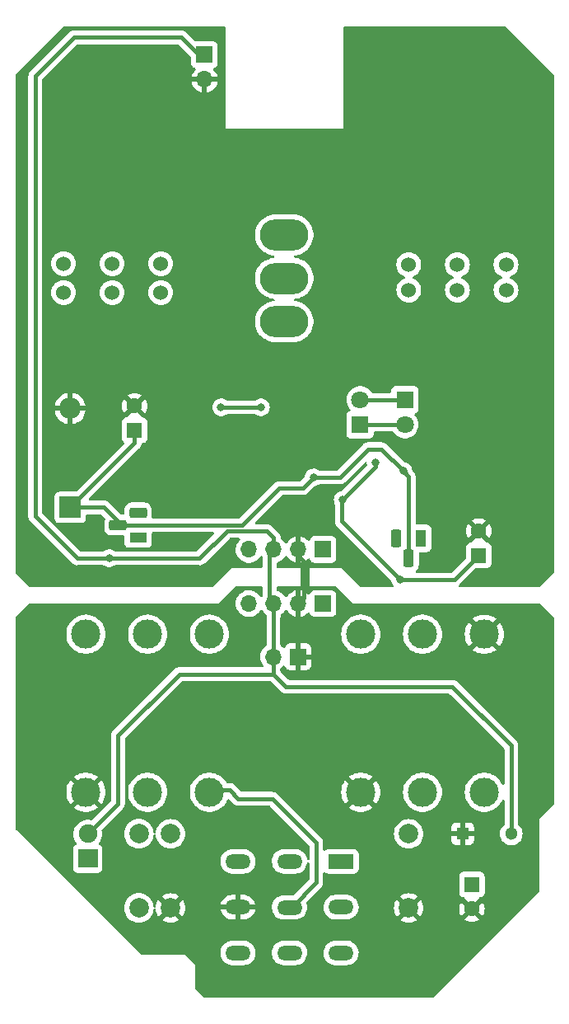
<source format=gbr>
%TF.GenerationSoftware,KiCad,Pcbnew,7.0.5.1-1-g8f565ef7f0-dirty-deb11*%
%TF.CreationDate,2023-08-09T07:55:00+00:00*%
%TF.ProjectId,GreenBean,47726565-6e42-4656-916e-2e6b69636164,rev?*%
%TF.SameCoordinates,Original*%
%TF.FileFunction,Copper,L2,Bot*%
%TF.FilePolarity,Positive*%
%FSLAX46Y46*%
G04 Gerber Fmt 4.6, Leading zero omitted, Abs format (unit mm)*
G04 Created by KiCad (PCBNEW 7.0.5.1-1-g8f565ef7f0-dirty-deb11) date 2023-08-09 07:55:00*
%MOMM*%
%LPD*%
G01*
G04 APERTURE LIST*
G04 Aperture macros list*
%AMRoundRect*
0 Rectangle with rounded corners*
0 $1 Rounding radius*
0 $2 $3 $4 $5 $6 $7 $8 $9 X,Y pos of 4 corners*
0 Add a 4 corners polygon primitive as box body*
4,1,4,$2,$3,$4,$5,$6,$7,$8,$9,$2,$3,0*
0 Add four circle primitives for the rounded corners*
1,1,$1+$1,$2,$3*
1,1,$1+$1,$4,$5*
1,1,$1+$1,$6,$7*
1,1,$1+$1,$8,$9*
0 Add four rect primitives between the rounded corners*
20,1,$1+$1,$2,$3,$4,$5,0*
20,1,$1+$1,$4,$5,$6,$7,0*
20,1,$1+$1,$6,$7,$8,$9,0*
20,1,$1+$1,$8,$9,$2,$3,0*%
G04 Aperture macros list end*
%TA.AperFunction,ComponentPad*%
%ADD10R,2.600000X1.500000*%
%TD*%
%TA.AperFunction,ComponentPad*%
%ADD11O,2.600000X1.500000*%
%TD*%
%TA.AperFunction,ComponentPad*%
%ADD12C,3.000000*%
%TD*%
%TA.AperFunction,ComponentPad*%
%ADD13R,1.700000X1.700000*%
%TD*%
%TA.AperFunction,ComponentPad*%
%ADD14O,1.700000X1.700000*%
%TD*%
%TA.AperFunction,ComponentPad*%
%ADD15R,1.600000X1.600000*%
%TD*%
%TA.AperFunction,ComponentPad*%
%ADD16C,1.600000*%
%TD*%
%TA.AperFunction,ComponentPad*%
%ADD17R,2.000000X1.900000*%
%TD*%
%TA.AperFunction,ComponentPad*%
%ADD18C,1.900000*%
%TD*%
%TA.AperFunction,ComponentPad*%
%ADD19C,1.998980*%
%TD*%
%TA.AperFunction,ComponentPad*%
%ADD20R,1.300000X1.300000*%
%TD*%
%TA.AperFunction,ComponentPad*%
%ADD21C,1.300000*%
%TD*%
%TA.AperFunction,ComponentPad*%
%ADD22O,5.000000X3.200000*%
%TD*%
%TA.AperFunction,ComponentPad*%
%ADD23R,1.800000X1.800000*%
%TD*%
%TA.AperFunction,ComponentPad*%
%ADD24C,1.800000*%
%TD*%
%TA.AperFunction,ComponentPad*%
%ADD25R,1.100000X1.800000*%
%TD*%
%TA.AperFunction,ComponentPad*%
%ADD26RoundRect,0.275000X0.275000X0.625000X-0.275000X0.625000X-0.275000X-0.625000X0.275000X-0.625000X0*%
%TD*%
%TA.AperFunction,ComponentPad*%
%ADD27R,1.800000X1.100000*%
%TD*%
%TA.AperFunction,ComponentPad*%
%ADD28RoundRect,0.275000X0.625000X-0.275000X0.625000X0.275000X-0.625000X0.275000X-0.625000X-0.275000X0*%
%TD*%
%TA.AperFunction,ComponentPad*%
%ADD29R,2.200000X2.200000*%
%TD*%
%TA.AperFunction,ComponentPad*%
%ADD30O,2.200000X2.200000*%
%TD*%
%TA.AperFunction,ComponentPad*%
%ADD31C,1.524000*%
%TD*%
%TA.AperFunction,ViaPad*%
%ADD32C,0.800000*%
%TD*%
%TA.AperFunction,Conductor*%
%ADD33C,0.400000*%
%TD*%
G04 APERTURE END LIST*
D10*
%TO.P,SW1,1,A*%
%TO.N,Net-(SW1A-A)*%
X148550000Y-137825000D03*
D11*
%TO.P,SW1,2,A*%
X143250000Y-137825000D03*
%TO.P,SW1,3,A*%
%TO.N,I*%
X137950000Y-137825000D03*
%TO.P,SW1,4,B*%
%TO.N,Net-(SW1A-B)*%
X148550000Y-142525000D03*
%TO.P,SW1,5,B*%
%TO.N,Net-(SW1B-B)*%
X143250000Y-142550000D03*
%TO.P,SW1,6,B*%
%TO.N,GND*%
X137950000Y-142525000D03*
%TO.P,SW1,7,C*%
%TO.N,I*%
X148550000Y-147225000D03*
%TO.P,SW1,8,C*%
%TO.N,O*%
X143250000Y-147225000D03*
%TO.P,SW1,9,C*%
%TO.N,Net-(SW1C-C)*%
X137950000Y-147225000D03*
%TD*%
D12*
%TO.P,J3,R*%
%TO.N,unconnected-(J3-PadR)*%
X128660000Y-130730000D03*
%TO.P,J3,RN*%
%TO.N,unconnected-(J3-PadRN)*%
X128660000Y-114500000D03*
%TO.P,J3,S*%
%TO.N,GND*%
X122310000Y-130730000D03*
%TO.P,J3,SN*%
%TO.N,unconnected-(J3-PadSN)*%
X122310000Y-114500000D03*
%TO.P,J3,T*%
%TO.N,Net-(SW1B-B)*%
X135010000Y-130730000D03*
%TO.P,J3,TN*%
%TO.N,unconnected-(J3-PadTN)*%
X135010000Y-114500000D03*
%TD*%
D13*
%TO.P,J1,1,P1*%
%TO.N,+9V*%
X134510000Y-55000000D03*
D14*
%TO.P,J1,2,P2*%
%TO.N,GND*%
X134510000Y-57540000D03*
%TD*%
D13*
%TO.P,JOVGI1,1,P1*%
%TO.N,I*%
X146700000Y-111350000D03*
D14*
%TO.P,JOVGI1,2,P2*%
%TO.N,GND*%
X144160000Y-111350000D03*
%TO.P,JOVGI1,3,P3*%
%TO.N,+9V*%
X141620000Y-111350000D03*
%TO.P,JOVGI1,4,P4*%
%TO.N,O*%
X139080000Y-111350000D03*
%TD*%
D13*
%TO.P,JOVGI2,1,P1*%
%TO.N,I*%
X146700000Y-105800000D03*
D14*
%TO.P,JOVGI2,2,P2*%
%TO.N,GND*%
X144160000Y-105800000D03*
%TO.P,JOVGI2,3,P3*%
%TO.N,+9V*%
X141620000Y-105800000D03*
%TO.P,JOVGI2,4,P4*%
%TO.N,O*%
X139080000Y-105800000D03*
%TD*%
D15*
%TO.P,C2,1*%
%TO.N,+9V*%
X162000000Y-140200000D03*
D16*
%TO.P,C2,2*%
%TO.N,GND*%
X162000000Y-142700000D03*
%TD*%
D17*
%TO.P,D1,1,K*%
%TO.N,Net-(D1-K)*%
X122500000Y-137540000D03*
D18*
%TO.P,D1,2,A*%
%TO.N,+9V*%
X122500000Y-135000000D03*
%TD*%
D19*
%TO.P,R1,1*%
%TO.N,I*%
X155500000Y-135000000D03*
%TO.P,R1,2*%
%TO.N,GND*%
X155500000Y-142620000D03*
%TD*%
%TO.P,R2,1*%
%TO.N,Net-(D1-K)*%
X127760000Y-142600000D03*
%TO.P,R2,2*%
%TO.N,Net-(SW1C-C)*%
X127760000Y-134980000D03*
%TD*%
%TO.P,R3,1*%
%TO.N,O*%
X131010000Y-135000000D03*
%TO.P,R3,2*%
%TO.N,GND*%
X131010000Y-142620000D03*
%TD*%
D20*
%TO.P,C1,1*%
%TO.N,GND*%
X161050000Y-135000000D03*
D21*
%TO.P,C1,2*%
%TO.N,+9V*%
X166050000Y-135000000D03*
%TD*%
D13*
%TO.P,J4,1,P1*%
%TO.N,GND*%
X144140000Y-116810000D03*
D14*
%TO.P,J4,2,P2*%
%TO.N,+9V*%
X141600000Y-116810000D03*
%TD*%
D12*
%TO.P,J2,R*%
%TO.N,unconnected-(J2-PadR)*%
X156925000Y-114500000D03*
%TO.P,J2,RN*%
%TO.N,unconnected-(J2-PadRN)*%
X156925000Y-130730000D03*
%TO.P,J2,S*%
%TO.N,GND*%
X163275000Y-114500000D03*
%TO.P,J2,SN*%
%TO.N,unconnected-(J2-PadSN)*%
X163275000Y-130730000D03*
%TO.P,J2,T*%
%TO.N,Net-(SW1A-B)*%
X150575000Y-114500000D03*
%TO.P,J2,TN*%
%TO.N,GND*%
X150575000Y-130730000D03*
%TD*%
D22*
%TO.P,SW2,1,1*%
%TO.N,Net-(D4-K)*%
X142710000Y-82400000D03*
%TO.P,SW2,2,2*%
%TO.N,B*%
X142710000Y-77950000D03*
%TO.P,SW2,3,3*%
%TO.N,Net-(Q2-D)*%
X142710000Y-73500000D03*
%TD*%
D23*
%TO.P,D6,1,K*%
%TO.N,A*%
X150510000Y-92975000D03*
D24*
%TO.P,D6,2,A*%
%TO.N,B*%
X150510000Y-90435000D03*
%TD*%
D23*
%TO.P,D3,1,K*%
%TO.N,B*%
X155110000Y-90425000D03*
D24*
%TO.P,D3,2,A*%
%TO.N,A*%
X155110000Y-92965000D03*
%TD*%
D15*
%TO.P,C13,1*%
%TO.N,VC*%
X127310000Y-93552651D03*
D16*
%TO.P,C13,2*%
%TO.N,GND*%
X127310000Y-91052651D03*
%TD*%
D25*
%TO.P,Q1,1,E*%
%TO.N,Net-(Q1-E)*%
X156760000Y-104650000D03*
D26*
%TO.P,Q1,2,C*%
%TO.N,VC*%
X155490000Y-106720000D03*
%TO.P,Q1,3,B*%
%TO.N,Net-(Q1-B)*%
X154220000Y-104650000D03*
%TD*%
D15*
%TO.P,C10,1*%
%TO.N,VB*%
X162710000Y-106400000D03*
D16*
%TO.P,C10,2*%
%TO.N,GND*%
X162710000Y-103900000D03*
%TD*%
D27*
%TO.P,Q4,1,E*%
%TO.N,Net-(Q4-E)*%
X127680000Y-104570000D03*
D28*
%TO.P,Q4,2,C*%
%TO.N,VC*%
X125610000Y-103300000D03*
%TO.P,Q4,3,B*%
%TO.N,Net-(Q4-B)*%
X127680000Y-102030000D03*
%TD*%
D29*
%TO.P,D7,1,K*%
%TO.N,VC*%
X120710000Y-101480000D03*
D30*
%TO.P,D7,2,A*%
%TO.N,GND*%
X120710000Y-91320000D03*
%TD*%
D31*
%TO.P,LOW1,1,1*%
%TO.N,unconnected-(LOW1-Pad1)*%
X155510000Y-79154168D03*
%TO.P,LOW1,2,2*%
%TO.N,Net-(C5-Pad2)*%
X160510000Y-79154168D03*
%TO.P,LOW1,3,3*%
%TO.N,A*%
X165510000Y-79154168D03*
%TD*%
%TO.P,TONE1,1,1*%
%TO.N,Net-(U1B-+)*%
X130010000Y-76445832D03*
%TO.P,TONE1,2,2*%
%TO.N,Net-(C9-Pad2)*%
X125010000Y-76445832D03*
%TO.P,TONE1,3,3*%
%TO.N,Net-(U1B--)*%
X120010000Y-76445832D03*
%TD*%
%TO.P,DRIVE1,1,1*%
%TO.N,A*%
X165510000Y-76550000D03*
%TO.P,DRIVE1,2,2*%
%TO.N,Net-(DRIVE1-Pad2)*%
X160510000Y-76550000D03*
%TO.P,DRIVE1,3,3*%
X155510000Y-76550000D03*
%TD*%
%TO.P,VOL1,1,1*%
%TO.N,VB*%
X120010000Y-79404168D03*
%TO.P,VOL1,2,2*%
%TO.N,Net-(C14-Pad1)*%
X125010000Y-79404168D03*
%TO.P,VOL1,3,3*%
%TO.N,Net-(R17-Pad2)*%
X130010000Y-79404168D03*
%TD*%
D32*
%TO.N,GND*%
X134910000Y-94300000D03*
X140210000Y-86300000D03*
X144510000Y-101500000D03*
X145110000Y-104000000D03*
X149610000Y-107800000D03*
%TO.N,+9V*%
X124710000Y-106700000D03*
%TO.N,VB*%
X148710000Y-100700000D03*
X152110000Y-96900000D03*
X154610000Y-108900000D03*
%TO.N,VC*%
X145710000Y-98400000D03*
X154960000Y-97750000D03*
%TO.N,Net-(U1B--)*%
X140310000Y-91200000D03*
X136210000Y-91200000D03*
%TD*%
D33*
%TO.N,GND*%
X144160000Y-105800000D02*
X144160000Y-106440000D01*
X144750000Y-107030000D02*
X144750000Y-110760000D01*
X144750000Y-110760000D02*
X144160000Y-111350000D01*
X144160000Y-106440000D02*
X144750000Y-107030000D01*
%TO.N,+9V*%
X134510000Y-55000000D02*
X133910000Y-55000000D01*
X125600000Y-131900000D02*
X122500000Y-135000000D01*
X141190000Y-110920000D02*
X141620000Y-111350000D01*
X141650000Y-105770000D02*
X141620000Y-105800000D01*
X140910000Y-103900000D02*
X141620000Y-104610000D01*
X141600000Y-118600000D02*
X142900000Y-119900000D01*
X131900000Y-118600000D02*
X125600000Y-124900000D01*
X141190000Y-106230000D02*
X141190000Y-110920000D01*
X134010000Y-106700000D02*
X136810000Y-103900000D01*
X141620000Y-111350000D02*
X141620000Y-112552081D01*
X141600000Y-112572081D02*
X141600000Y-118100000D01*
X160000000Y-119900000D02*
X166050000Y-125950000D01*
X141600000Y-118100000D02*
X141600000Y-118600000D01*
X125600000Y-124900000D02*
X125600000Y-131900000D01*
X132110000Y-53200000D02*
X121110000Y-53200000D01*
X124710000Y-106700000D02*
X134010000Y-106700000D01*
X121410000Y-106700000D02*
X124710000Y-106700000D01*
X141600000Y-116810000D02*
X141600000Y-118100000D01*
X136810000Y-103900000D02*
X140910000Y-103900000D01*
X121110000Y-53200000D02*
X117110000Y-57200000D01*
X142900000Y-119900000D02*
X160000000Y-119900000D01*
X141620000Y-112552081D02*
X141600000Y-112572081D01*
X166050000Y-125950000D02*
X166050000Y-135000000D01*
X141620000Y-105800000D02*
X141190000Y-106230000D01*
X117110000Y-57200000D02*
X117110000Y-102400000D01*
X133910000Y-55000000D02*
X132110000Y-53200000D01*
X117110000Y-102400000D02*
X121410000Y-106700000D01*
X141600000Y-118600000D02*
X131900000Y-118600000D01*
X141620000Y-104610000D02*
X141620000Y-105800000D01*
%TO.N,Net-(SW1B-B)*%
X143450000Y-142550000D02*
X143250000Y-142550000D01*
X146000000Y-140000000D02*
X143450000Y-142550000D01*
X141500000Y-131400000D02*
X146000000Y-135900000D01*
X146000000Y-135900000D02*
X146000000Y-140000000D01*
X137991320Y-131400000D02*
X141500000Y-131400000D01*
X134950000Y-130480000D02*
X137071320Y-130480000D01*
X137071320Y-130480000D02*
X137991320Y-131400000D01*
%TO.N,A*%
X155110000Y-92965000D02*
X150520000Y-92965000D01*
X150520000Y-92965000D02*
X150510000Y-92975000D01*
%TO.N,B*%
X150510000Y-90435000D02*
X155100000Y-90435000D01*
X155100000Y-90435000D02*
X155110000Y-90425000D01*
%TO.N,VB*%
X152110000Y-96900000D02*
X152110000Y-97300000D01*
X148610000Y-100800000D02*
X148710000Y-100700000D01*
X148610000Y-102900000D02*
X148610000Y-100800000D01*
X152110000Y-97300000D02*
X148710000Y-100700000D01*
X154610000Y-108900000D02*
X148610000Y-102900000D01*
X160210000Y-108900000D02*
X162710000Y-106400000D01*
X154610000Y-108900000D02*
X160210000Y-108900000D01*
%TO.N,VC*%
X127310000Y-94880000D02*
X120710000Y-101480000D01*
X152710000Y-95500000D02*
X154960000Y-97750000D01*
X145710000Y-98400000D02*
X148410000Y-98400000D01*
X145710000Y-98400000D02*
X144610000Y-99500000D01*
X154960000Y-97750000D02*
X155490000Y-98280000D01*
X155490000Y-98280000D02*
X155490000Y-106320000D01*
X142210000Y-99500000D02*
X138410000Y-103300000D01*
X127310000Y-93552651D02*
X127310000Y-94880000D01*
X138410000Y-103300000D02*
X126010000Y-103300000D01*
X151310000Y-95500000D02*
X152710000Y-95500000D01*
X144610000Y-99500000D02*
X142210000Y-99500000D01*
X148410000Y-98400000D02*
X151310000Y-95500000D01*
X124190000Y-101480000D02*
X126010000Y-103300000D01*
X120710000Y-101480000D02*
X124190000Y-101480000D01*
%TO.N,Net-(U1B--)*%
X136210000Y-91200000D02*
X140310000Y-91200000D01*
%TD*%
%TA.AperFunction,Conductor*%
%TO.N,GND*%
G36*
X136616621Y-52095502D02*
G01*
X136663114Y-52149158D01*
X136674500Y-52201500D01*
X136674500Y-62454469D01*
X136672587Y-62476343D01*
X136670876Y-62486048D01*
X136672586Y-62495746D01*
X136674128Y-62513373D01*
X136678707Y-62530467D01*
X136680418Y-62540171D01*
X136683935Y-62546262D01*
X136688452Y-62551645D01*
X136696982Y-62556570D01*
X136714972Y-62569167D01*
X136722518Y-62575499D01*
X136722519Y-62575499D01*
X136722520Y-62575500D01*
X136722521Y-62575500D01*
X136729123Y-62577903D01*
X136736047Y-62579124D01*
X136736047Y-62579123D01*
X136736048Y-62579124D01*
X136745746Y-62577413D01*
X136767625Y-62575500D01*
X148704470Y-62575500D01*
X148726350Y-62577414D01*
X148736047Y-62579124D01*
X148736047Y-62579123D01*
X148736048Y-62579124D01*
X148745746Y-62577413D01*
X148763381Y-62575871D01*
X148780473Y-62571290D01*
X148790172Y-62569581D01*
X148790173Y-62569579D01*
X148796260Y-62566064D01*
X148801641Y-62561549D01*
X148801645Y-62561548D01*
X148806569Y-62553018D01*
X148819165Y-62535028D01*
X148825500Y-62527480D01*
X148825500Y-62527479D01*
X148827902Y-62520879D01*
X148829122Y-62513955D01*
X148829124Y-62513952D01*
X148827414Y-62504253D01*
X148825500Y-62482374D01*
X148825500Y-52201500D01*
X148845502Y-52133379D01*
X148899158Y-52086886D01*
X148951500Y-52075500D01*
X165416537Y-52075500D01*
X165484658Y-52095502D01*
X165505632Y-52112405D01*
X170387595Y-56994368D01*
X170421621Y-57056680D01*
X170424500Y-57083463D01*
X170424500Y-108166535D01*
X170404498Y-108234656D01*
X170387595Y-108255630D01*
X169005631Y-109637595D01*
X168943319Y-109671620D01*
X168916536Y-109674500D01*
X160739507Y-109674500D01*
X160671386Y-109654498D01*
X160624893Y-109600842D01*
X160614789Y-109530568D01*
X160644283Y-109465988D01*
X160667933Y-109444803D01*
X160668678Y-109444289D01*
X160683273Y-109434215D01*
X160723612Y-109388680D01*
X160728795Y-109383173D01*
X162366567Y-107745402D01*
X162428877Y-107711379D01*
X162455660Y-107708500D01*
X163555269Y-107708500D01*
X163558638Y-107708500D01*
X163619201Y-107701989D01*
X163756204Y-107650889D01*
X163873261Y-107563261D01*
X163960889Y-107446204D01*
X164011989Y-107309201D01*
X164018500Y-107248638D01*
X164018500Y-105551362D01*
X164011989Y-105490799D01*
X163960889Y-105353796D01*
X163937471Y-105322513D01*
X163873261Y-105236738D01*
X163756205Y-105149111D01*
X163687702Y-105123561D01*
X163619201Y-105098011D01*
X163611478Y-105097180D01*
X163561993Y-105091860D01*
X163561980Y-105091859D01*
X163558910Y-105091529D01*
X163558720Y-105091508D01*
X163558640Y-105091500D01*
X163558883Y-105091519D01*
X163492515Y-105068097D01*
X163448967Y-105012024D01*
X163446623Y-104995832D01*
X162749518Y-104298727D01*
X162835148Y-104285165D01*
X162948045Y-104227641D01*
X163037641Y-104138045D01*
X163095165Y-104025148D01*
X163108727Y-103939517D01*
X163797097Y-104627888D01*
X163797099Y-104627888D01*
X163847087Y-104556498D01*
X163943813Y-104349070D01*
X164003048Y-104127999D01*
X164022995Y-103899999D01*
X164003048Y-103672000D01*
X163943813Y-103450929D01*
X163847085Y-103243497D01*
X163797100Y-103172110D01*
X163797098Y-103172110D01*
X163108727Y-103860481D01*
X163095165Y-103774852D01*
X163037641Y-103661955D01*
X162948045Y-103572359D01*
X162835148Y-103514835D01*
X162749515Y-103501272D01*
X163437888Y-102812899D01*
X163366497Y-102762912D01*
X163159070Y-102666186D01*
X162937999Y-102606951D01*
X162710000Y-102587004D01*
X162482000Y-102606951D01*
X162260929Y-102666186D01*
X162053499Y-102762913D01*
X161982109Y-102812899D01*
X162670482Y-103501272D01*
X162584852Y-103514835D01*
X162471955Y-103572359D01*
X162382359Y-103661955D01*
X162324835Y-103774852D01*
X162311272Y-103860482D01*
X161622899Y-103172109D01*
X161572913Y-103243499D01*
X161476186Y-103450929D01*
X161416951Y-103672000D01*
X161397004Y-103899999D01*
X161416951Y-104127999D01*
X161476186Y-104349070D01*
X161572912Y-104556497D01*
X161622899Y-104627887D01*
X162311272Y-103939515D01*
X162324835Y-104025148D01*
X162382359Y-104138045D01*
X162471955Y-104227641D01*
X162584852Y-104285165D01*
X162670482Y-104298727D01*
X161970493Y-104998715D01*
X161965304Y-105024533D01*
X161915902Y-105075524D01*
X161861278Y-105091506D01*
X161861360Y-105091500D01*
X161861343Y-105091502D01*
X161861265Y-105091510D01*
X161861262Y-105091510D01*
X161800798Y-105098011D01*
X161800799Y-105098011D01*
X161663794Y-105149111D01*
X161546738Y-105236738D01*
X161459111Y-105353794D01*
X161416066Y-105469202D01*
X161408011Y-105490799D01*
X161401500Y-105551362D01*
X161401500Y-105554730D01*
X161401500Y-106654340D01*
X161381498Y-106722461D01*
X161364595Y-106743435D01*
X159953435Y-108154595D01*
X159891123Y-108188621D01*
X159864340Y-108191500D01*
X156327815Y-108191500D01*
X156259694Y-108171498D01*
X156213201Y-108117842D01*
X156203097Y-108047568D01*
X156232591Y-107982988D01*
X156249867Y-107968170D01*
X156381439Y-107836598D01*
X156381441Y-107836596D01*
X156475376Y-107687099D01*
X156533690Y-107520448D01*
X156548500Y-107389004D01*
X156548500Y-106184499D01*
X156568502Y-106116379D01*
X156622158Y-106069886D01*
X156674500Y-106058500D01*
X157355269Y-106058500D01*
X157358638Y-106058500D01*
X157419201Y-106051989D01*
X157556204Y-106000889D01*
X157673261Y-105913261D01*
X157760889Y-105796204D01*
X157811989Y-105659201D01*
X157818500Y-105598638D01*
X157818500Y-103701362D01*
X157811989Y-103640799D01*
X157760889Y-103503796D01*
X157760888Y-103503794D01*
X157673261Y-103386738D01*
X157556205Y-103299111D01*
X157472916Y-103268046D01*
X157419201Y-103248011D01*
X157358638Y-103241500D01*
X157355269Y-103241500D01*
X156324500Y-103241500D01*
X156256379Y-103221498D01*
X156209886Y-103167842D01*
X156198500Y-103115500D01*
X156198500Y-98305205D01*
X156198730Y-98297597D01*
X156202401Y-98236908D01*
X156197483Y-98210070D01*
X156191435Y-98177068D01*
X156190297Y-98169588D01*
X156182965Y-98109199D01*
X156179348Y-98099662D01*
X156173224Y-98077692D01*
X156171388Y-98067671D01*
X156153733Y-98028444D01*
X156146424Y-98012205D01*
X156143520Y-98005192D01*
X156121953Y-97948323D01*
X156116162Y-97939933D01*
X156104954Y-97920060D01*
X156100775Y-97910774D01*
X156063267Y-97862899D01*
X156058756Y-97856768D01*
X156024215Y-97806727D01*
X155978682Y-97766388D01*
X155973141Y-97761171D01*
X155894664Y-97682694D01*
X155860638Y-97620382D01*
X155858449Y-97606767D01*
X155853542Y-97560071D01*
X155794526Y-97378442D01*
X155699041Y-97213057D01*
X155571252Y-97071133D01*
X155445740Y-96979943D01*
X155416752Y-96958882D01*
X155242288Y-96881206D01*
X155242284Y-96881204D01*
X155089431Y-96848714D01*
X155026957Y-96814986D01*
X155026533Y-96814563D01*
X153228827Y-95016857D01*
X153223610Y-95011316D01*
X153205118Y-94990443D01*
X153183273Y-94965785D01*
X153133224Y-94931238D01*
X153133220Y-94931235D01*
X153127092Y-94926725D01*
X153079224Y-94889223D01*
X153069922Y-94885036D01*
X153050068Y-94873839D01*
X153048781Y-94872951D01*
X153041675Y-94868046D01*
X153041673Y-94868045D01*
X152984822Y-94846483D01*
X152977794Y-94843572D01*
X152922329Y-94818610D01*
X152912289Y-94816770D01*
X152890332Y-94810649D01*
X152880801Y-94807035D01*
X152820432Y-94799704D01*
X152812914Y-94798559D01*
X152805153Y-94797137D01*
X152753093Y-94787597D01*
X152692390Y-94791270D01*
X152684782Y-94791500D01*
X151335206Y-94791500D01*
X151327598Y-94791270D01*
X151266904Y-94787598D01*
X151207097Y-94798558D01*
X151199576Y-94799703D01*
X151139198Y-94807035D01*
X151129663Y-94810651D01*
X151107705Y-94816772D01*
X151097670Y-94818611D01*
X151042221Y-94843566D01*
X151035194Y-94846477D01*
X150978324Y-94868046D01*
X150969927Y-94873842D01*
X150950076Y-94885038D01*
X150940772Y-94889225D01*
X150892898Y-94926731D01*
X150886773Y-94931238D01*
X150836729Y-94965782D01*
X150796388Y-95011317D01*
X150791172Y-95016856D01*
X148153435Y-97654595D01*
X148091123Y-97688620D01*
X148064340Y-97691500D01*
X146321405Y-97691500D01*
X146253284Y-97671498D01*
X146247344Y-97667436D01*
X146209659Y-97640056D01*
X146166752Y-97608882D01*
X145992288Y-97531206D01*
X145805487Y-97491500D01*
X145614513Y-97491500D01*
X145538868Y-97507579D01*
X145427711Y-97531206D01*
X145345567Y-97567779D01*
X145257999Y-97606767D01*
X145253246Y-97608883D01*
X145098747Y-97721133D01*
X144970958Y-97863057D01*
X144875472Y-98028443D01*
X144816458Y-98210070D01*
X144811550Y-98256769D01*
X144784536Y-98322426D01*
X144775336Y-98332692D01*
X144353435Y-98754595D01*
X144291123Y-98788620D01*
X144264339Y-98791500D01*
X142235223Y-98791500D01*
X142227616Y-98791270D01*
X142225540Y-98791144D01*
X142166906Y-98787597D01*
X142107090Y-98798559D01*
X142099569Y-98799704D01*
X142039197Y-98807035D01*
X142029662Y-98810651D01*
X142007711Y-98816770D01*
X142005609Y-98817155D01*
X141997668Y-98818611D01*
X141942213Y-98843569D01*
X141935186Y-98846480D01*
X141878322Y-98868046D01*
X141869926Y-98873842D01*
X141850076Y-98885038D01*
X141840776Y-98889224D01*
X141840774Y-98889225D01*
X141840775Y-98889225D01*
X141792899Y-98926731D01*
X141786785Y-98931230D01*
X141736730Y-98965781D01*
X141696388Y-99011317D01*
X141691172Y-99016856D01*
X138153435Y-102554595D01*
X138091123Y-102588620D01*
X138064340Y-102591500D01*
X129202171Y-102591500D01*
X129134050Y-102571498D01*
X129087557Y-102517842D01*
X129076963Y-102451394D01*
X129088500Y-102349004D01*
X129088500Y-101710996D01*
X129073690Y-101579552D01*
X129015376Y-101412901D01*
X128921441Y-101263404D01*
X128921440Y-101263403D01*
X128921439Y-101263401D01*
X128796598Y-101138560D01*
X128647098Y-101044623D01*
X128480450Y-100986310D01*
X128352513Y-100971895D01*
X128352506Y-100971894D01*
X128349004Y-100971500D01*
X127010996Y-100971500D01*
X127007494Y-100971894D01*
X127007486Y-100971895D01*
X126879549Y-100986310D01*
X126712901Y-101044623D01*
X126563401Y-101138560D01*
X126438560Y-101263401D01*
X126344623Y-101412901D01*
X126286310Y-101579549D01*
X126286310Y-101579552D01*
X126271500Y-101710996D01*
X126271500Y-101714531D01*
X126271500Y-101714532D01*
X126271500Y-102115500D01*
X126251498Y-102183621D01*
X126197842Y-102230114D01*
X126145500Y-102241500D01*
X126005660Y-102241500D01*
X125937539Y-102221498D01*
X125916565Y-102204595D01*
X124708827Y-100996857D01*
X124703610Y-100991316D01*
X124699175Y-100986310D01*
X124663273Y-100945785D01*
X124632743Y-100924711D01*
X124613220Y-100911235D01*
X124607092Y-100906725D01*
X124559224Y-100869223D01*
X124549922Y-100865036D01*
X124530068Y-100853839D01*
X124528781Y-100852951D01*
X124521675Y-100848046D01*
X124521673Y-100848045D01*
X124464822Y-100826483D01*
X124457794Y-100823572D01*
X124402329Y-100798610D01*
X124392289Y-100796770D01*
X124370332Y-100790649D01*
X124360801Y-100787035D01*
X124300432Y-100779704D01*
X124292914Y-100778559D01*
X124285153Y-100777137D01*
X124233093Y-100767597D01*
X124172390Y-100771270D01*
X124164782Y-100771500D01*
X122724660Y-100771500D01*
X122656539Y-100751498D01*
X122610046Y-100697842D01*
X122599942Y-100627568D01*
X122629436Y-100562988D01*
X122635565Y-100556405D01*
X123923177Y-99268793D01*
X127793157Y-95398811D01*
X127798683Y-95393610D01*
X127844215Y-95353273D01*
X127878774Y-95303204D01*
X127883256Y-95297113D01*
X127920775Y-95249225D01*
X127924956Y-95239934D01*
X127936163Y-95220064D01*
X127941955Y-95211673D01*
X127963516Y-95154818D01*
X127966418Y-95147809D01*
X127991389Y-95092329D01*
X127993228Y-95082290D01*
X127999350Y-95060332D01*
X128002965Y-95050801D01*
X128010299Y-94990396D01*
X128011439Y-94982912D01*
X128014826Y-94964434D01*
X128046782Y-94901036D01*
X128107941Y-94864979D01*
X128138761Y-94861151D01*
X128155269Y-94861151D01*
X128158638Y-94861151D01*
X128219201Y-94854640D01*
X128356204Y-94803540D01*
X128473261Y-94715912D01*
X128560889Y-94598855D01*
X128611989Y-94461852D01*
X128618500Y-94401289D01*
X128618500Y-92704013D01*
X128611989Y-92643450D01*
X128560889Y-92506447D01*
X128526525Y-92460542D01*
X128473261Y-92389389D01*
X128356205Y-92301762D01*
X128265892Y-92268077D01*
X128219201Y-92250662D01*
X128211478Y-92249831D01*
X128161993Y-92244511D01*
X128161980Y-92244510D01*
X128158910Y-92244180D01*
X128158720Y-92244159D01*
X128158640Y-92244151D01*
X128158883Y-92244170D01*
X128092515Y-92220748D01*
X128048967Y-92164675D01*
X128046623Y-92148483D01*
X127349518Y-91451378D01*
X127435148Y-91437816D01*
X127548045Y-91380292D01*
X127637641Y-91290696D01*
X127695165Y-91177799D01*
X127708727Y-91092168D01*
X128397097Y-91780539D01*
X128397099Y-91780539D01*
X128447087Y-91709149D01*
X128543813Y-91501721D01*
X128603048Y-91280650D01*
X128610104Y-91200000D01*
X135296496Y-91200000D01*
X135316458Y-91389929D01*
X135375472Y-91571556D01*
X135470958Y-91736942D01*
X135552037Y-91826989D01*
X135598747Y-91878866D01*
X135753248Y-91991118D01*
X135927712Y-92068794D01*
X136114513Y-92108500D01*
X136114515Y-92108500D01*
X136305485Y-92108500D01*
X136305487Y-92108500D01*
X136492288Y-92068794D01*
X136666752Y-91991118D01*
X136747344Y-91932563D01*
X136814212Y-91908706D01*
X136821405Y-91908500D01*
X139698595Y-91908500D01*
X139766716Y-91928502D01*
X139772655Y-91932563D01*
X139853248Y-91991118D01*
X140027712Y-92068794D01*
X140214513Y-92108500D01*
X140214515Y-92108500D01*
X140405485Y-92108500D01*
X140405487Y-92108500D01*
X140592288Y-92068794D01*
X140766752Y-91991118D01*
X140921253Y-91878866D01*
X141049040Y-91736944D01*
X141144527Y-91571556D01*
X141203542Y-91389928D01*
X141223504Y-91200000D01*
X141203542Y-91010072D01*
X141144527Y-90828444D01*
X141144527Y-90828443D01*
X141049041Y-90663057D01*
X140921252Y-90521133D01*
X140802700Y-90435000D01*
X149096673Y-90435000D01*
X149115949Y-90667626D01*
X149115949Y-90667629D01*
X149115950Y-90667630D01*
X149172096Y-90889348D01*
X149173251Y-90893907D01*
X149267016Y-91107669D01*
X149394686Y-91303083D01*
X149479842Y-91395587D01*
X149511263Y-91459251D01*
X149503276Y-91529797D01*
X149458417Y-91584826D01*
X149431174Y-91598980D01*
X149363793Y-91624111D01*
X149246738Y-91711738D01*
X149159111Y-91828794D01*
X149108011Y-91965799D01*
X149101500Y-92026362D01*
X149101500Y-93923638D01*
X149108011Y-93984201D01*
X149115701Y-94004818D01*
X149159111Y-94121205D01*
X149246738Y-94238261D01*
X149363794Y-94325888D01*
X149363795Y-94325888D01*
X149363796Y-94325889D01*
X149500799Y-94376989D01*
X149561362Y-94383500D01*
X149564731Y-94383500D01*
X151455269Y-94383500D01*
X151458638Y-94383500D01*
X151519201Y-94376989D01*
X151656204Y-94325889D01*
X151773261Y-94238261D01*
X151860889Y-94121204D01*
X151911989Y-93984201D01*
X151918500Y-93923638D01*
X151918500Y-93799499D01*
X151938502Y-93731379D01*
X151992158Y-93684886D01*
X152044500Y-93673500D01*
X153822237Y-93673500D01*
X153890358Y-93693502D01*
X153927719Y-93730583D01*
X153994686Y-93833083D01*
X154152780Y-94004818D01*
X154336983Y-94148190D01*
X154542273Y-94259287D01*
X154763049Y-94335080D01*
X154993288Y-94373500D01*
X154993291Y-94373500D01*
X155226709Y-94373500D01*
X155226712Y-94373500D01*
X155456951Y-94335080D01*
X155677727Y-94259287D01*
X155883017Y-94148190D01*
X156067220Y-94004818D01*
X156225314Y-93833083D01*
X156352984Y-93637669D01*
X156446749Y-93423907D01*
X156504051Y-93197626D01*
X156523327Y-92965000D01*
X156504051Y-92732374D01*
X156446749Y-92506093D01*
X156352984Y-92292331D01*
X156225314Y-92096917D01*
X156140156Y-92004411D01*
X156108736Y-91940748D01*
X156116723Y-91870202D01*
X156161582Y-91815173D01*
X156188823Y-91801021D01*
X156229803Y-91785735D01*
X156256205Y-91775889D01*
X156373261Y-91688261D01*
X156440096Y-91598980D01*
X156460889Y-91571204D01*
X156511989Y-91434201D01*
X156518500Y-91373638D01*
X156518500Y-89476362D01*
X156511989Y-89415799D01*
X156460889Y-89278796D01*
X156460888Y-89278794D01*
X156373261Y-89161738D01*
X156256205Y-89074111D01*
X156187702Y-89048561D01*
X156119201Y-89023011D01*
X156058638Y-89016500D01*
X154161362Y-89016500D01*
X154158013Y-89016859D01*
X154158013Y-89016860D01*
X154100799Y-89023011D01*
X153963794Y-89074111D01*
X153846738Y-89161738D01*
X153759111Y-89278794D01*
X153715701Y-89395182D01*
X153708011Y-89415799D01*
X153701500Y-89476362D01*
X153701500Y-89479730D01*
X153701500Y-89600500D01*
X153681498Y-89668621D01*
X153627842Y-89715114D01*
X153575500Y-89726500D01*
X151797763Y-89726500D01*
X151729642Y-89706498D01*
X151692280Y-89669416D01*
X151625313Y-89566916D01*
X151467220Y-89395182D01*
X151317688Y-89278796D01*
X151283017Y-89251810D01*
X151116580Y-89161739D01*
X151077726Y-89140712D01*
X150883723Y-89074111D01*
X150856951Y-89064920D01*
X150626712Y-89026500D01*
X150393288Y-89026500D01*
X150163049Y-89064920D01*
X150163046Y-89064920D01*
X150163046Y-89064921D01*
X149942273Y-89140712D01*
X149736984Y-89251809D01*
X149552779Y-89395182D01*
X149394684Y-89566919D01*
X149267016Y-89762330D01*
X149173250Y-89976094D01*
X149163379Y-90015075D01*
X149115949Y-90202374D01*
X149096673Y-90435000D01*
X140802700Y-90435000D01*
X140766753Y-90408883D01*
X140766752Y-90408882D01*
X140592288Y-90331206D01*
X140405487Y-90291500D01*
X140214513Y-90291500D01*
X140089978Y-90317970D01*
X140027711Y-90331206D01*
X139853246Y-90408883D01*
X139772656Y-90467436D01*
X139705788Y-90491294D01*
X139698595Y-90491500D01*
X136821405Y-90491500D01*
X136753284Y-90471498D01*
X136747344Y-90467436D01*
X136666753Y-90408883D01*
X136666752Y-90408882D01*
X136492288Y-90331206D01*
X136305487Y-90291500D01*
X136114513Y-90291500D01*
X135989979Y-90317970D01*
X135927711Y-90331206D01*
X135753246Y-90408883D01*
X135598747Y-90521133D01*
X135470958Y-90663057D01*
X135375472Y-90828443D01*
X135316458Y-91010070D01*
X135296496Y-91200000D01*
X128610104Y-91200000D01*
X128622995Y-91052651D01*
X128603048Y-90824651D01*
X128543813Y-90603580D01*
X128447085Y-90396148D01*
X128397100Y-90324761D01*
X128397098Y-90324761D01*
X127708727Y-91013132D01*
X127695165Y-90927503D01*
X127637641Y-90814606D01*
X127548045Y-90725010D01*
X127435148Y-90667486D01*
X127349514Y-90653923D01*
X128037888Y-89965550D01*
X127966497Y-89915563D01*
X127759070Y-89818837D01*
X127537999Y-89759602D01*
X127309999Y-89739655D01*
X127082000Y-89759602D01*
X126860929Y-89818837D01*
X126653499Y-89915564D01*
X126582109Y-89965550D01*
X127270483Y-90653923D01*
X127184852Y-90667486D01*
X127071955Y-90725010D01*
X126982359Y-90814606D01*
X126924835Y-90927503D01*
X126911272Y-91013132D01*
X126222900Y-90324760D01*
X126172913Y-90396150D01*
X126076186Y-90603580D01*
X126016951Y-90824651D01*
X125997004Y-91052650D01*
X126016951Y-91280650D01*
X126076186Y-91501721D01*
X126172912Y-91709148D01*
X126222899Y-91780538D01*
X126911272Y-91092167D01*
X126924835Y-91177799D01*
X126982359Y-91290696D01*
X127071955Y-91380292D01*
X127184852Y-91437816D01*
X127270482Y-91451378D01*
X126570493Y-92151366D01*
X126565304Y-92177184D01*
X126515902Y-92228175D01*
X126461278Y-92244157D01*
X126461360Y-92244151D01*
X126461343Y-92244153D01*
X126461265Y-92244161D01*
X126461262Y-92244161D01*
X126448777Y-92245504D01*
X126400799Y-92250662D01*
X126263794Y-92301762D01*
X126146738Y-92389389D01*
X126059111Y-92506445D01*
X126014921Y-92624924D01*
X126008011Y-92643450D01*
X126001500Y-92704013D01*
X126001500Y-94401289D01*
X126001860Y-94404637D01*
X126008011Y-94461851D01*
X126059111Y-94598856D01*
X126146736Y-94715909D01*
X126146737Y-94715910D01*
X126146739Y-94715912D01*
X126216412Y-94768069D01*
X126258957Y-94824903D01*
X126264023Y-94895719D01*
X126229998Y-94958031D01*
X126229997Y-94958031D01*
X121353435Y-99834595D01*
X121291123Y-99868620D01*
X121264340Y-99871500D01*
X119561362Y-99871500D01*
X119558013Y-99871859D01*
X119558013Y-99871860D01*
X119500799Y-99878011D01*
X119363794Y-99929111D01*
X119246738Y-100016738D01*
X119159111Y-100133794D01*
X119108011Y-100270798D01*
X119108011Y-100270799D01*
X119101500Y-100331362D01*
X119101500Y-102628638D01*
X119108011Y-102689201D01*
X119123853Y-102731675D01*
X119159111Y-102826205D01*
X119246738Y-102943261D01*
X119363794Y-103030888D01*
X119363795Y-103030888D01*
X119363796Y-103030889D01*
X119500799Y-103081989D01*
X119561362Y-103088500D01*
X119564731Y-103088500D01*
X121855269Y-103088500D01*
X121858638Y-103088500D01*
X121919201Y-103081989D01*
X122056204Y-103030889D01*
X122173261Y-102943261D01*
X122260889Y-102826204D01*
X122311989Y-102689201D01*
X122318500Y-102628638D01*
X122318500Y-102314499D01*
X122338502Y-102246379D01*
X122392158Y-102199886D01*
X122444500Y-102188500D01*
X123844340Y-102188500D01*
X123912461Y-102208502D01*
X123933435Y-102225405D01*
X124248790Y-102540760D01*
X124282816Y-102603072D01*
X124278624Y-102671470D01*
X124216310Y-102849549D01*
X124205752Y-102943261D01*
X124201500Y-102980996D01*
X124201500Y-103619004D01*
X124201894Y-103622506D01*
X124201895Y-103622513D01*
X124216310Y-103750450D01*
X124274623Y-103917098D01*
X124368560Y-104066598D01*
X124493401Y-104191439D01*
X124493403Y-104191440D01*
X124493404Y-104191441D01*
X124642901Y-104285376D01*
X124809552Y-104343690D01*
X124940996Y-104358500D01*
X126145500Y-104358500D01*
X126213621Y-104378502D01*
X126260114Y-104432158D01*
X126271500Y-104484500D01*
X126271500Y-105168638D01*
X126278011Y-105229201D01*
X126280823Y-105236739D01*
X126329111Y-105366205D01*
X126416738Y-105483261D01*
X126533794Y-105570888D01*
X126533795Y-105570888D01*
X126533796Y-105570889D01*
X126670799Y-105621989D01*
X126731362Y-105628500D01*
X126734731Y-105628500D01*
X128625269Y-105628500D01*
X128628638Y-105628500D01*
X128689201Y-105621989D01*
X128826204Y-105570889D01*
X128943261Y-105483261D01*
X129030889Y-105366204D01*
X129081989Y-105229201D01*
X129088500Y-105168638D01*
X129088500Y-104134500D01*
X129108502Y-104066379D01*
X129162158Y-104019886D01*
X129214500Y-104008500D01*
X135395340Y-104008500D01*
X135463461Y-104028502D01*
X135509954Y-104082158D01*
X135520058Y-104152432D01*
X135490564Y-104217012D01*
X135484435Y-104223595D01*
X133753435Y-105954595D01*
X133691123Y-105988621D01*
X133664340Y-105991500D01*
X125321405Y-105991500D01*
X125253284Y-105971498D01*
X125247344Y-105967436D01*
X125166753Y-105908883D01*
X125166752Y-105908882D01*
X124992288Y-105831206D01*
X124805487Y-105791500D01*
X124614513Y-105791500D01*
X124489979Y-105817970D01*
X124427711Y-105831206D01*
X124253246Y-105908883D01*
X124172656Y-105967436D01*
X124105788Y-105991294D01*
X124098595Y-105991500D01*
X121755660Y-105991500D01*
X121687539Y-105971498D01*
X121666565Y-105954595D01*
X117855404Y-102143434D01*
X117821378Y-102081122D01*
X117818499Y-102054348D01*
X117818499Y-91574000D01*
X119117289Y-91574000D01*
X119175972Y-91818437D01*
X119272832Y-92052277D01*
X119405075Y-92268077D01*
X119569457Y-92460542D01*
X119761922Y-92624924D01*
X119977722Y-92757167D01*
X120211562Y-92854027D01*
X120456000Y-92912710D01*
X120456000Y-91809251D01*
X120488819Y-91829209D01*
X120634404Y-91870000D01*
X120747622Y-91870000D01*
X120859783Y-91854584D01*
X120964000Y-91809316D01*
X120964000Y-92912709D01*
X121208437Y-92854027D01*
X121442277Y-92757167D01*
X121658077Y-92624924D01*
X121850542Y-92460542D01*
X122014924Y-92268077D01*
X122147167Y-92052277D01*
X122244027Y-91818437D01*
X122302711Y-91574000D01*
X121203431Y-91574000D01*
X121253559Y-91432953D01*
X121263877Y-91282114D01*
X121233116Y-91134085D01*
X121197837Y-91066000D01*
X122302711Y-91066000D01*
X122244027Y-90821562D01*
X122147167Y-90587722D01*
X122014924Y-90371922D01*
X121850542Y-90179457D01*
X121658077Y-90015075D01*
X121442277Y-89882832D01*
X121208437Y-89785972D01*
X120963999Y-89727288D01*
X120963999Y-90830748D01*
X120931181Y-90810791D01*
X120785596Y-90770000D01*
X120672378Y-90770000D01*
X120560217Y-90785416D01*
X120456000Y-90830683D01*
X120456000Y-89727288D01*
X120211562Y-89785972D01*
X119977722Y-89882832D01*
X119761922Y-90015075D01*
X119569457Y-90179457D01*
X119405075Y-90371922D01*
X119272832Y-90587722D01*
X119175972Y-90821562D01*
X119117289Y-91066000D01*
X120216569Y-91066000D01*
X120166441Y-91207047D01*
X120156123Y-91357886D01*
X120186884Y-91505915D01*
X120222163Y-91574000D01*
X119117289Y-91574000D01*
X117818499Y-91574000D01*
X117818499Y-82544225D01*
X139701500Y-82544225D01*
X139702085Y-82548484D01*
X139702086Y-82548493D01*
X139740189Y-82825717D01*
X139740191Y-82825728D01*
X139740777Y-82829989D01*
X139741936Y-82834126D01*
X139741938Y-82834135D01*
X139817441Y-83103611D01*
X139817445Y-83103624D01*
X139818600Y-83107744D01*
X139820308Y-83111676D01*
X139820309Y-83111679D01*
X139931804Y-83368367D01*
X139931807Y-83368373D01*
X139933519Y-83372314D01*
X140083394Y-83618772D01*
X140086104Y-83622103D01*
X140086109Y-83622110D01*
X140262710Y-83839181D01*
X140262714Y-83839186D01*
X140265432Y-83842526D01*
X140476242Y-84039409D01*
X140479755Y-84041888D01*
X140479759Y-84041892D01*
X140638203Y-84153734D01*
X140711897Y-84205753D01*
X140968008Y-84338459D01*
X141239804Y-84435055D01*
X141522222Y-84493742D01*
X141737971Y-84508500D01*
X141740112Y-84508500D01*
X143679888Y-84508500D01*
X143682029Y-84508500D01*
X143897778Y-84493742D01*
X144180196Y-84435055D01*
X144451992Y-84338459D01*
X144708103Y-84205753D01*
X144943758Y-84039409D01*
X145154568Y-83842526D01*
X145336606Y-83618772D01*
X145486481Y-83372314D01*
X145601400Y-83107744D01*
X145679223Y-82829989D01*
X145718500Y-82544225D01*
X145718500Y-82255775D01*
X145679223Y-81970011D01*
X145601400Y-81692256D01*
X145486481Y-81427686D01*
X145336606Y-81181228D01*
X145154568Y-80957474D01*
X144943758Y-80760591D01*
X144940246Y-80758112D01*
X144940240Y-80758107D01*
X144711625Y-80596733D01*
X144711623Y-80596732D01*
X144708103Y-80594247D01*
X144704282Y-80592267D01*
X144704277Y-80592264D01*
X144455806Y-80463517D01*
X144455802Y-80463515D01*
X144451992Y-80461541D01*
X144225779Y-80381145D01*
X144184243Y-80366383D01*
X144184239Y-80366381D01*
X144180196Y-80364945D01*
X143897778Y-80306258D01*
X143893484Y-80305964D01*
X143893482Y-80305964D01*
X143834997Y-80301963D01*
X143816611Y-80300705D01*
X143750015Y-80276102D01*
X143707293Y-80219399D01*
X143702008Y-80148599D01*
X143735839Y-80086181D01*
X143798046Y-80051963D01*
X143816611Y-80049294D01*
X143897778Y-80043742D01*
X144180196Y-79985055D01*
X144451992Y-79888459D01*
X144708103Y-79755753D01*
X144943758Y-79589409D01*
X145154568Y-79392526D01*
X145336606Y-79168772D01*
X145345487Y-79154168D01*
X154234647Y-79154168D01*
X154254022Y-79375635D01*
X154307946Y-79576877D01*
X154311560Y-79590364D01*
X154372609Y-79721285D01*
X154405512Y-79791846D01*
X154533025Y-79973952D01*
X154690215Y-80131142D01*
X154872321Y-80258655D01*
X154872322Y-80258655D01*
X154872323Y-80258656D01*
X155073804Y-80352608D01*
X155224739Y-80393051D01*
X155288532Y-80410145D01*
X155288533Y-80410145D01*
X155288537Y-80410146D01*
X155510000Y-80429521D01*
X155731463Y-80410146D01*
X155946196Y-80352608D01*
X156147677Y-80258656D01*
X156329781Y-80131145D01*
X156486977Y-79973949D01*
X156614488Y-79791845D01*
X156708440Y-79590364D01*
X156765978Y-79375631D01*
X156785353Y-79154168D01*
X156785353Y-79154167D01*
X159234647Y-79154167D01*
X159254022Y-79375635D01*
X159307946Y-79576877D01*
X159311560Y-79590364D01*
X159372609Y-79721285D01*
X159405512Y-79791846D01*
X159533025Y-79973952D01*
X159690215Y-80131142D01*
X159872321Y-80258655D01*
X159872322Y-80258655D01*
X159872323Y-80258656D01*
X160073804Y-80352608D01*
X160224739Y-80393051D01*
X160288532Y-80410145D01*
X160288533Y-80410145D01*
X160288537Y-80410146D01*
X160510000Y-80429521D01*
X160731463Y-80410146D01*
X160946196Y-80352608D01*
X161147677Y-80258656D01*
X161329781Y-80131145D01*
X161486977Y-79973949D01*
X161614488Y-79791845D01*
X161708440Y-79590364D01*
X161765978Y-79375631D01*
X161785353Y-79154168D01*
X161785353Y-79154167D01*
X164234647Y-79154167D01*
X164254022Y-79375635D01*
X164307946Y-79576877D01*
X164311560Y-79590364D01*
X164372609Y-79721285D01*
X164405512Y-79791846D01*
X164533025Y-79973952D01*
X164690215Y-80131142D01*
X164872321Y-80258655D01*
X164872322Y-80258655D01*
X164872323Y-80258656D01*
X165073804Y-80352608D01*
X165224739Y-80393051D01*
X165288532Y-80410145D01*
X165288533Y-80410145D01*
X165288537Y-80410146D01*
X165510000Y-80429521D01*
X165731463Y-80410146D01*
X165946196Y-80352608D01*
X166147677Y-80258656D01*
X166329781Y-80131145D01*
X166486977Y-79973949D01*
X166614488Y-79791845D01*
X166708440Y-79590364D01*
X166765978Y-79375631D01*
X166785353Y-79154168D01*
X166765978Y-78932705D01*
X166708440Y-78717972D01*
X166614488Y-78516492D01*
X166486977Y-78334387D01*
X166486976Y-78334386D01*
X166486974Y-78334383D01*
X166329784Y-78177193D01*
X166147678Y-78049680D01*
X166082033Y-78019069D01*
X165968819Y-77966277D01*
X165915536Y-77919362D01*
X165896075Y-77851085D01*
X165916617Y-77783125D01*
X165968818Y-77737890D01*
X166147677Y-77654488D01*
X166329781Y-77526977D01*
X166486977Y-77369781D01*
X166614488Y-77187677D01*
X166708440Y-76986196D01*
X166765978Y-76771463D01*
X166785353Y-76550000D01*
X166765978Y-76328537D01*
X166761169Y-76310591D01*
X166738066Y-76224369D01*
X166708440Y-76113804D01*
X166614488Y-75912324D01*
X166575024Y-75855964D01*
X166486974Y-75730215D01*
X166329784Y-75573025D01*
X166147678Y-75445512D01*
X166077117Y-75412609D01*
X165946196Y-75351560D01*
X165908070Y-75341344D01*
X165731467Y-75294022D01*
X165510000Y-75274647D01*
X165288532Y-75294022D01*
X165073807Y-75351559D01*
X165073806Y-75351559D01*
X165073804Y-75351560D01*
X165013442Y-75379707D01*
X164872322Y-75445512D01*
X164690215Y-75573025D01*
X164533025Y-75730215D01*
X164405512Y-75912322D01*
X164311559Y-76113807D01*
X164254022Y-76328532D01*
X164234647Y-76549999D01*
X164254022Y-76771467D01*
X164283648Y-76882028D01*
X164311560Y-76986196D01*
X164356938Y-77083509D01*
X164405512Y-77187678D01*
X164533025Y-77369784D01*
X164690215Y-77526974D01*
X164872321Y-77654487D01*
X164872322Y-77654487D01*
X164872323Y-77654488D01*
X165051178Y-77737889D01*
X165104463Y-77784806D01*
X165123924Y-77853083D01*
X165103382Y-77921043D01*
X165051178Y-77966278D01*
X165009255Y-77985827D01*
X164872322Y-78049680D01*
X164690215Y-78177193D01*
X164533025Y-78334383D01*
X164405512Y-78516490D01*
X164311559Y-78717975D01*
X164254022Y-78932700D01*
X164234647Y-79154167D01*
X161785353Y-79154167D01*
X161765978Y-78932705D01*
X161708440Y-78717972D01*
X161614488Y-78516492D01*
X161486977Y-78334387D01*
X161486976Y-78334386D01*
X161486974Y-78334383D01*
X161329784Y-78177193D01*
X161147678Y-78049680D01*
X161082033Y-78019069D01*
X160968819Y-77966277D01*
X160915536Y-77919362D01*
X160896075Y-77851085D01*
X160916617Y-77783125D01*
X160968818Y-77737890D01*
X161147677Y-77654488D01*
X161329781Y-77526977D01*
X161486977Y-77369781D01*
X161614488Y-77187677D01*
X161708440Y-76986196D01*
X161765978Y-76771463D01*
X161785353Y-76550000D01*
X161765978Y-76328537D01*
X161761169Y-76310591D01*
X161738066Y-76224369D01*
X161708440Y-76113804D01*
X161614488Y-75912324D01*
X161575024Y-75855964D01*
X161486974Y-75730215D01*
X161329784Y-75573025D01*
X161147678Y-75445512D01*
X161077117Y-75412609D01*
X160946196Y-75351560D01*
X160908070Y-75341344D01*
X160731467Y-75294022D01*
X160510000Y-75274647D01*
X160288532Y-75294022D01*
X160073807Y-75351559D01*
X160073806Y-75351559D01*
X160073804Y-75351560D01*
X160013442Y-75379707D01*
X159872322Y-75445512D01*
X159690215Y-75573025D01*
X159533025Y-75730215D01*
X159405512Y-75912322D01*
X159311559Y-76113807D01*
X159254022Y-76328532D01*
X159234647Y-76550000D01*
X159254022Y-76771467D01*
X159283648Y-76882028D01*
X159311560Y-76986196D01*
X159356938Y-77083509D01*
X159405512Y-77187678D01*
X159533025Y-77369784D01*
X159690215Y-77526974D01*
X159872321Y-77654487D01*
X159872322Y-77654487D01*
X159872323Y-77654488D01*
X160051178Y-77737889D01*
X160104463Y-77784806D01*
X160123924Y-77853083D01*
X160103382Y-77921043D01*
X160051178Y-77966278D01*
X160009255Y-77985827D01*
X159872322Y-78049680D01*
X159690215Y-78177193D01*
X159533025Y-78334383D01*
X159405512Y-78516490D01*
X159311559Y-78717975D01*
X159254022Y-78932700D01*
X159234647Y-79154167D01*
X156785353Y-79154167D01*
X156765978Y-78932705D01*
X156708440Y-78717972D01*
X156614488Y-78516492D01*
X156486977Y-78334387D01*
X156486976Y-78334386D01*
X156486974Y-78334383D01*
X156329784Y-78177193D01*
X156147678Y-78049680D01*
X156082033Y-78019069D01*
X155968819Y-77966277D01*
X155915536Y-77919362D01*
X155896075Y-77851085D01*
X155916617Y-77783125D01*
X155968818Y-77737890D01*
X156147677Y-77654488D01*
X156329781Y-77526977D01*
X156486977Y-77369781D01*
X156614488Y-77187677D01*
X156708440Y-76986196D01*
X156765978Y-76771463D01*
X156785353Y-76550000D01*
X156765978Y-76328537D01*
X156761169Y-76310591D01*
X156738066Y-76224369D01*
X156708440Y-76113804D01*
X156614488Y-75912324D01*
X156575024Y-75855964D01*
X156486974Y-75730215D01*
X156329784Y-75573025D01*
X156147678Y-75445512D01*
X156077117Y-75412609D01*
X155946196Y-75351560D01*
X155908070Y-75341344D01*
X155731467Y-75294022D01*
X155510000Y-75274647D01*
X155288532Y-75294022D01*
X155073807Y-75351559D01*
X155073806Y-75351559D01*
X155073804Y-75351560D01*
X155013442Y-75379707D01*
X154872322Y-75445512D01*
X154690215Y-75573025D01*
X154533025Y-75730215D01*
X154405512Y-75912322D01*
X154311559Y-76113807D01*
X154254022Y-76328532D01*
X154234647Y-76550000D01*
X154254022Y-76771467D01*
X154283648Y-76882028D01*
X154311560Y-76986196D01*
X154356938Y-77083509D01*
X154405512Y-77187678D01*
X154533025Y-77369784D01*
X154690215Y-77526974D01*
X154872321Y-77654487D01*
X154872322Y-77654487D01*
X154872323Y-77654488D01*
X155051178Y-77737889D01*
X155104463Y-77784806D01*
X155123924Y-77853083D01*
X155103382Y-77921043D01*
X155051178Y-77966278D01*
X155009255Y-77985827D01*
X154872322Y-78049680D01*
X154690215Y-78177193D01*
X154533025Y-78334383D01*
X154405512Y-78516490D01*
X154311559Y-78717975D01*
X154254022Y-78932700D01*
X154234647Y-79154168D01*
X145345487Y-79154168D01*
X145486481Y-78922314D01*
X145601400Y-78657744D01*
X145679223Y-78379989D01*
X145718500Y-78094225D01*
X145718500Y-77805775D01*
X145679223Y-77520011D01*
X145607945Y-77265616D01*
X145602558Y-77246388D01*
X145602556Y-77246384D01*
X145601400Y-77242256D01*
X145486481Y-76977686D01*
X145336606Y-76731228D01*
X145284592Y-76667295D01*
X145157289Y-76510818D01*
X145157285Y-76510814D01*
X145154568Y-76507474D01*
X145088565Y-76445831D01*
X144946905Y-76313530D01*
X144946904Y-76313529D01*
X144943758Y-76310591D01*
X144940246Y-76308112D01*
X144940240Y-76308107D01*
X144711625Y-76146733D01*
X144711623Y-76146732D01*
X144708103Y-76144247D01*
X144704282Y-76142267D01*
X144704277Y-76142264D01*
X144455806Y-76013517D01*
X144455802Y-76013515D01*
X144451992Y-76011541D01*
X144439291Y-76007027D01*
X144184243Y-75916383D01*
X144184239Y-75916381D01*
X144180196Y-75914945D01*
X143897778Y-75856258D01*
X143893484Y-75855964D01*
X143893482Y-75855964D01*
X143834997Y-75851963D01*
X143816611Y-75850705D01*
X143750015Y-75826102D01*
X143707293Y-75769399D01*
X143702008Y-75698599D01*
X143735839Y-75636181D01*
X143798046Y-75601963D01*
X143816611Y-75599294D01*
X143897778Y-75593742D01*
X144180196Y-75535055D01*
X144451992Y-75438459D01*
X144708103Y-75305753D01*
X144943758Y-75139409D01*
X145154568Y-74942526D01*
X145336606Y-74718772D01*
X145486481Y-74472314D01*
X145601400Y-74207744D01*
X145679223Y-73929989D01*
X145718500Y-73644225D01*
X145718500Y-73355775D01*
X145679223Y-73070011D01*
X145601400Y-72792256D01*
X145486481Y-72527686D01*
X145336606Y-72281228D01*
X145154568Y-72057474D01*
X144943758Y-71860591D01*
X144940246Y-71858112D01*
X144940240Y-71858107D01*
X144711625Y-71696733D01*
X144711623Y-71696732D01*
X144708103Y-71694247D01*
X144704282Y-71692267D01*
X144704277Y-71692264D01*
X144455806Y-71563517D01*
X144455802Y-71563515D01*
X144451992Y-71561541D01*
X144439291Y-71557027D01*
X144184243Y-71466383D01*
X144184239Y-71466381D01*
X144180196Y-71464945D01*
X143897778Y-71406258D01*
X143893484Y-71405964D01*
X143893482Y-71405964D01*
X143684168Y-71391646D01*
X143684158Y-71391645D01*
X143682029Y-71391500D01*
X141737971Y-71391500D01*
X141735842Y-71391645D01*
X141735831Y-71391646D01*
X141526517Y-71405964D01*
X141526514Y-71405964D01*
X141522222Y-71406258D01*
X141518013Y-71407132D01*
X141518010Y-71407133D01*
X141244009Y-71464071D01*
X141244006Y-71464071D01*
X141239804Y-71464945D01*
X141235764Y-71466380D01*
X141235756Y-71466383D01*
X140972056Y-71560102D01*
X140972051Y-71560103D01*
X140968008Y-71561541D01*
X140964202Y-71563512D01*
X140964193Y-71563517D01*
X140715722Y-71692264D01*
X140715710Y-71692271D01*
X140711897Y-71694247D01*
X140708382Y-71696727D01*
X140708374Y-71696733D01*
X140479759Y-71858107D01*
X140479745Y-71858117D01*
X140476242Y-71860591D01*
X140473102Y-71863523D01*
X140473094Y-71863530D01*
X140268580Y-72054533D01*
X140268572Y-72054540D01*
X140265432Y-72057474D01*
X140262721Y-72060805D01*
X140262710Y-72060818D01*
X140086109Y-72277889D01*
X140086099Y-72277902D01*
X140083394Y-72281228D01*
X140081165Y-72284892D01*
X140081161Y-72284899D01*
X139935755Y-72524008D01*
X139935751Y-72524015D01*
X139933519Y-72527686D01*
X139931810Y-72531619D01*
X139931804Y-72531632D01*
X139820309Y-72788320D01*
X139820306Y-72788328D01*
X139818600Y-72792256D01*
X139817447Y-72796371D01*
X139817441Y-72796388D01*
X139741938Y-73065864D01*
X139741935Y-73065876D01*
X139740777Y-73070011D01*
X139740191Y-73074268D01*
X139740189Y-73074282D01*
X139702086Y-73351506D01*
X139702085Y-73351516D01*
X139701500Y-73355775D01*
X139701500Y-73644225D01*
X139702085Y-73648484D01*
X139702086Y-73648493D01*
X139740189Y-73925717D01*
X139740191Y-73925728D01*
X139740777Y-73929989D01*
X139741936Y-73934126D01*
X139741938Y-73934135D01*
X139817441Y-74203611D01*
X139817445Y-74203624D01*
X139818600Y-74207744D01*
X139820308Y-74211676D01*
X139820309Y-74211679D01*
X139931804Y-74468367D01*
X139931807Y-74468373D01*
X139933519Y-74472314D01*
X140083394Y-74718772D01*
X140086104Y-74722103D01*
X140086109Y-74722110D01*
X140262710Y-74939181D01*
X140262714Y-74939186D01*
X140265432Y-74942526D01*
X140476242Y-75139409D01*
X140479755Y-75141888D01*
X140479759Y-75141892D01*
X140520258Y-75170479D01*
X140711897Y-75305753D01*
X140968008Y-75438459D01*
X141239804Y-75535055D01*
X141522222Y-75593742D01*
X141601045Y-75599133D01*
X141603387Y-75599294D01*
X141669984Y-75623898D01*
X141712706Y-75680601D01*
X141717991Y-75751401D01*
X141684159Y-75813819D01*
X141621953Y-75848037D01*
X141603387Y-75850706D01*
X141526517Y-75855964D01*
X141526514Y-75855964D01*
X141522222Y-75856258D01*
X141518013Y-75857132D01*
X141518010Y-75857133D01*
X141244009Y-75914071D01*
X141244006Y-75914071D01*
X141239804Y-75914945D01*
X141235764Y-75916380D01*
X141235756Y-75916383D01*
X140972056Y-76010102D01*
X140972051Y-76010103D01*
X140968008Y-76011541D01*
X140964202Y-76013512D01*
X140964193Y-76013517D01*
X140715722Y-76142264D01*
X140715710Y-76142271D01*
X140711897Y-76144247D01*
X140708382Y-76146727D01*
X140708374Y-76146733D01*
X140479759Y-76308107D01*
X140479745Y-76308117D01*
X140476242Y-76310591D01*
X140473102Y-76313523D01*
X140473094Y-76313530D01*
X140268580Y-76504533D01*
X140268572Y-76504540D01*
X140265432Y-76507474D01*
X140262721Y-76510805D01*
X140262710Y-76510818D01*
X140086109Y-76727889D01*
X140086099Y-76727902D01*
X140083394Y-76731228D01*
X140081165Y-76734892D01*
X140081161Y-76734899D01*
X139935755Y-76974008D01*
X139935751Y-76974015D01*
X139933519Y-76977686D01*
X139931810Y-76981619D01*
X139931804Y-76981632D01*
X139820309Y-77238320D01*
X139820306Y-77238328D01*
X139818600Y-77242256D01*
X139817447Y-77246371D01*
X139817441Y-77246388D01*
X139741938Y-77515864D01*
X139741935Y-77515876D01*
X139740777Y-77520011D01*
X139740191Y-77524268D01*
X139740189Y-77524282D01*
X139702086Y-77801506D01*
X139702085Y-77801516D01*
X139701500Y-77805775D01*
X139701500Y-78094225D01*
X139702085Y-78098484D01*
X139702086Y-78098493D01*
X139740189Y-78375717D01*
X139740191Y-78375728D01*
X139740777Y-78379989D01*
X139741936Y-78384126D01*
X139741938Y-78384135D01*
X139817441Y-78653611D01*
X139817445Y-78653624D01*
X139818600Y-78657744D01*
X139820308Y-78661676D01*
X139820309Y-78661679D01*
X139931804Y-78918367D01*
X139931807Y-78918373D01*
X139933519Y-78922314D01*
X140083394Y-79168772D01*
X140086104Y-79172103D01*
X140086109Y-79172110D01*
X140262710Y-79389181D01*
X140262714Y-79389186D01*
X140265432Y-79392526D01*
X140476242Y-79589409D01*
X140479755Y-79591888D01*
X140479759Y-79591892D01*
X140527562Y-79625635D01*
X140711897Y-79755753D01*
X140968008Y-79888459D01*
X141239804Y-79985055D01*
X141522222Y-80043742D01*
X141601045Y-80049133D01*
X141603387Y-80049294D01*
X141669984Y-80073898D01*
X141712706Y-80130601D01*
X141717991Y-80201401D01*
X141684159Y-80263819D01*
X141621953Y-80298037D01*
X141603387Y-80300706D01*
X141526517Y-80305964D01*
X141526514Y-80305964D01*
X141522222Y-80306258D01*
X141518013Y-80307132D01*
X141518010Y-80307133D01*
X141244009Y-80364071D01*
X141244006Y-80364071D01*
X141239804Y-80364945D01*
X141235764Y-80366380D01*
X141235756Y-80366383D01*
X140972056Y-80460102D01*
X140972051Y-80460103D01*
X140968008Y-80461541D01*
X140964202Y-80463512D01*
X140964193Y-80463517D01*
X140715722Y-80592264D01*
X140715710Y-80592271D01*
X140711897Y-80594247D01*
X140708382Y-80596727D01*
X140708374Y-80596733D01*
X140479759Y-80758107D01*
X140479745Y-80758117D01*
X140476242Y-80760591D01*
X140473102Y-80763523D01*
X140473094Y-80763530D01*
X140268580Y-80954533D01*
X140268572Y-80954540D01*
X140265432Y-80957474D01*
X140262721Y-80960805D01*
X140262710Y-80960818D01*
X140086109Y-81177889D01*
X140086099Y-81177902D01*
X140083394Y-81181228D01*
X140081165Y-81184892D01*
X140081161Y-81184899D01*
X139935755Y-81424008D01*
X139935751Y-81424015D01*
X139933519Y-81427686D01*
X139931810Y-81431619D01*
X139931804Y-81431632D01*
X139820309Y-81688320D01*
X139820306Y-81688328D01*
X139818600Y-81692256D01*
X139817447Y-81696371D01*
X139817441Y-81696388D01*
X139741938Y-81965864D01*
X139741935Y-81965876D01*
X139740777Y-81970011D01*
X139740191Y-81974268D01*
X139740189Y-81974282D01*
X139702086Y-82251506D01*
X139702085Y-82251516D01*
X139701500Y-82255775D01*
X139701500Y-82544225D01*
X117818499Y-82544225D01*
X117818499Y-79404168D01*
X118734647Y-79404168D01*
X118754022Y-79625635D01*
X118807946Y-79826877D01*
X118811560Y-79840364D01*
X118834658Y-79889897D01*
X118905512Y-80041846D01*
X119033025Y-80223952D01*
X119190215Y-80381142D01*
X119372321Y-80508655D01*
X119372322Y-80508655D01*
X119372323Y-80508656D01*
X119573804Y-80602608D01*
X119724739Y-80643051D01*
X119788532Y-80660145D01*
X119788533Y-80660145D01*
X119788537Y-80660146D01*
X120010000Y-80679521D01*
X120231463Y-80660146D01*
X120446196Y-80602608D01*
X120647677Y-80508656D01*
X120829781Y-80381145D01*
X120986977Y-80223949D01*
X121114488Y-80041845D01*
X121208440Y-79840364D01*
X121265978Y-79625631D01*
X121285353Y-79404168D01*
X121285353Y-79404167D01*
X123734647Y-79404167D01*
X123754022Y-79625635D01*
X123807946Y-79826877D01*
X123811560Y-79840364D01*
X123834658Y-79889897D01*
X123905512Y-80041846D01*
X124033025Y-80223952D01*
X124190215Y-80381142D01*
X124372321Y-80508655D01*
X124372322Y-80508655D01*
X124372323Y-80508656D01*
X124573804Y-80602608D01*
X124724739Y-80643051D01*
X124788532Y-80660145D01*
X124788533Y-80660145D01*
X124788537Y-80660146D01*
X125010000Y-80679521D01*
X125231463Y-80660146D01*
X125446196Y-80602608D01*
X125647677Y-80508656D01*
X125829781Y-80381145D01*
X125986977Y-80223949D01*
X126114488Y-80041845D01*
X126208440Y-79840364D01*
X126265978Y-79625631D01*
X126285353Y-79404168D01*
X126285353Y-79404167D01*
X128734647Y-79404167D01*
X128754022Y-79625635D01*
X128807946Y-79826877D01*
X128811560Y-79840364D01*
X128834658Y-79889897D01*
X128905512Y-80041846D01*
X129033025Y-80223952D01*
X129190215Y-80381142D01*
X129372321Y-80508655D01*
X129372322Y-80508655D01*
X129372323Y-80508656D01*
X129573804Y-80602608D01*
X129724739Y-80643051D01*
X129788532Y-80660145D01*
X129788533Y-80660145D01*
X129788537Y-80660146D01*
X130010000Y-80679521D01*
X130231463Y-80660146D01*
X130446196Y-80602608D01*
X130647677Y-80508656D01*
X130829781Y-80381145D01*
X130986977Y-80223949D01*
X131114488Y-80041845D01*
X131208440Y-79840364D01*
X131265978Y-79625631D01*
X131285353Y-79404168D01*
X131265978Y-79182705D01*
X131258331Y-79154168D01*
X131248883Y-79118907D01*
X131208440Y-78967972D01*
X131114488Y-78766492D01*
X130986977Y-78584387D01*
X130986976Y-78584386D01*
X130986974Y-78584383D01*
X130829784Y-78427193D01*
X130647678Y-78299680D01*
X130577117Y-78266777D01*
X130446196Y-78205728D01*
X130432709Y-78202114D01*
X130231467Y-78148190D01*
X130010000Y-78128815D01*
X129788532Y-78148190D01*
X129573807Y-78205727D01*
X129573806Y-78205727D01*
X129573804Y-78205728D01*
X129513442Y-78233875D01*
X129372322Y-78299680D01*
X129190215Y-78427193D01*
X129033025Y-78584383D01*
X128905512Y-78766490D01*
X128811559Y-78967975D01*
X128754022Y-79182700D01*
X128734647Y-79404167D01*
X126285353Y-79404167D01*
X126265978Y-79182705D01*
X126258331Y-79154168D01*
X126248883Y-79118907D01*
X126208440Y-78967972D01*
X126114488Y-78766492D01*
X125986977Y-78584387D01*
X125986976Y-78584386D01*
X125986974Y-78584383D01*
X125829784Y-78427193D01*
X125647678Y-78299680D01*
X125577117Y-78266777D01*
X125446196Y-78205728D01*
X125432709Y-78202114D01*
X125231467Y-78148190D01*
X125010000Y-78128815D01*
X124788532Y-78148190D01*
X124573807Y-78205727D01*
X124573806Y-78205727D01*
X124573804Y-78205728D01*
X124513442Y-78233875D01*
X124372322Y-78299680D01*
X124190215Y-78427193D01*
X124033025Y-78584383D01*
X123905512Y-78766490D01*
X123811559Y-78967975D01*
X123754022Y-79182700D01*
X123734647Y-79404167D01*
X121285353Y-79404167D01*
X121265978Y-79182705D01*
X121258331Y-79154168D01*
X121248883Y-79118907D01*
X121208440Y-78967972D01*
X121114488Y-78766492D01*
X120986977Y-78584387D01*
X120986976Y-78584386D01*
X120986974Y-78584383D01*
X120829784Y-78427193D01*
X120647678Y-78299680D01*
X120577117Y-78266777D01*
X120446196Y-78205728D01*
X120432709Y-78202114D01*
X120231467Y-78148190D01*
X120010000Y-78128815D01*
X119788532Y-78148190D01*
X119573807Y-78205727D01*
X119573806Y-78205727D01*
X119573804Y-78205728D01*
X119513442Y-78233875D01*
X119372322Y-78299680D01*
X119190215Y-78427193D01*
X119033025Y-78584383D01*
X118905512Y-78766490D01*
X118811559Y-78967975D01*
X118754022Y-79182700D01*
X118734647Y-79404168D01*
X117818499Y-79404168D01*
X117818499Y-76445832D01*
X118734647Y-76445832D01*
X118754022Y-76667299D01*
X118781935Y-76771467D01*
X118811560Y-76882028D01*
X118860134Y-76986196D01*
X118905512Y-77083510D01*
X119033025Y-77265616D01*
X119190215Y-77422806D01*
X119372321Y-77550319D01*
X119372322Y-77550319D01*
X119372323Y-77550320D01*
X119573804Y-77644272D01*
X119724739Y-77684715D01*
X119788532Y-77701809D01*
X119788533Y-77701809D01*
X119788537Y-77701810D01*
X120010000Y-77721185D01*
X120231463Y-77701810D01*
X120446196Y-77644272D01*
X120647677Y-77550320D01*
X120829781Y-77422809D01*
X120986977Y-77265613D01*
X121114488Y-77083509D01*
X121208440Y-76882028D01*
X121265978Y-76667295D01*
X121285353Y-76445832D01*
X121285353Y-76445831D01*
X123734647Y-76445831D01*
X123754022Y-76667299D01*
X123781935Y-76771467D01*
X123811560Y-76882028D01*
X123860134Y-76986196D01*
X123905512Y-77083510D01*
X124033025Y-77265616D01*
X124190215Y-77422806D01*
X124372321Y-77550319D01*
X124372322Y-77550319D01*
X124372323Y-77550320D01*
X124573804Y-77644272D01*
X124724739Y-77684715D01*
X124788532Y-77701809D01*
X124788533Y-77701809D01*
X124788537Y-77701810D01*
X125010000Y-77721185D01*
X125231463Y-77701810D01*
X125446196Y-77644272D01*
X125647677Y-77550320D01*
X125829781Y-77422809D01*
X125986977Y-77265613D01*
X126114488Y-77083509D01*
X126208440Y-76882028D01*
X126265978Y-76667295D01*
X126285353Y-76445832D01*
X126285353Y-76445831D01*
X128734647Y-76445831D01*
X128754022Y-76667299D01*
X128781935Y-76771467D01*
X128811560Y-76882028D01*
X128860134Y-76986196D01*
X128905512Y-77083510D01*
X129033025Y-77265616D01*
X129190215Y-77422806D01*
X129372321Y-77550319D01*
X129372322Y-77550319D01*
X129372323Y-77550320D01*
X129573804Y-77644272D01*
X129724739Y-77684715D01*
X129788532Y-77701809D01*
X129788533Y-77701809D01*
X129788537Y-77701810D01*
X130010000Y-77721185D01*
X130231463Y-77701810D01*
X130446196Y-77644272D01*
X130647677Y-77550320D01*
X130829781Y-77422809D01*
X130986977Y-77265613D01*
X131114488Y-77083509D01*
X131208440Y-76882028D01*
X131265978Y-76667295D01*
X131285353Y-76445832D01*
X131265978Y-76224369D01*
X131208440Y-76009636D01*
X131114488Y-75808156D01*
X130986977Y-75626051D01*
X130986976Y-75626050D01*
X130986974Y-75626047D01*
X130829784Y-75468857D01*
X130647678Y-75341344D01*
X130546194Y-75294022D01*
X130446196Y-75247392D01*
X130432709Y-75243778D01*
X130231467Y-75189854D01*
X130010000Y-75170479D01*
X129788532Y-75189854D01*
X129573807Y-75247391D01*
X129573806Y-75247391D01*
X129573804Y-75247392D01*
X129515356Y-75274647D01*
X129372322Y-75341344D01*
X129190215Y-75468857D01*
X129033025Y-75626047D01*
X128905512Y-75808154D01*
X128811559Y-76009639D01*
X128754022Y-76224364D01*
X128734647Y-76445831D01*
X126285353Y-76445831D01*
X126265978Y-76224369D01*
X126208440Y-76009636D01*
X126114488Y-75808156D01*
X125986977Y-75626051D01*
X125986976Y-75626050D01*
X125986974Y-75626047D01*
X125829784Y-75468857D01*
X125647678Y-75341344D01*
X125546194Y-75294022D01*
X125446196Y-75247392D01*
X125432709Y-75243778D01*
X125231467Y-75189854D01*
X125010000Y-75170479D01*
X124788532Y-75189854D01*
X124573807Y-75247391D01*
X124573806Y-75247391D01*
X124573804Y-75247392D01*
X124515356Y-75274647D01*
X124372322Y-75341344D01*
X124190215Y-75468857D01*
X124033025Y-75626047D01*
X123905512Y-75808154D01*
X123811559Y-76009639D01*
X123754022Y-76224364D01*
X123734647Y-76445831D01*
X121285353Y-76445831D01*
X121265978Y-76224369D01*
X121208440Y-76009636D01*
X121114488Y-75808156D01*
X120986977Y-75626051D01*
X120986976Y-75626050D01*
X120986974Y-75626047D01*
X120829784Y-75468857D01*
X120647678Y-75341344D01*
X120546194Y-75294022D01*
X120446196Y-75247392D01*
X120432709Y-75243778D01*
X120231467Y-75189854D01*
X120010000Y-75170479D01*
X119788532Y-75189854D01*
X119573807Y-75247391D01*
X119573806Y-75247391D01*
X119573804Y-75247392D01*
X119515356Y-75274647D01*
X119372322Y-75341344D01*
X119190215Y-75468857D01*
X119033025Y-75626047D01*
X118905512Y-75808154D01*
X118811559Y-76009639D01*
X118754022Y-76224364D01*
X118734647Y-76445832D01*
X117818499Y-76445832D01*
X117818499Y-57545659D01*
X117838501Y-57477539D01*
X117855404Y-57456565D01*
X121366565Y-53945405D01*
X121428877Y-53911379D01*
X121455660Y-53908500D01*
X131764340Y-53908500D01*
X131832461Y-53928502D01*
X131853435Y-53945405D01*
X133114594Y-55206565D01*
X133148620Y-55268877D01*
X133151499Y-55295660D01*
X133151499Y-55895269D01*
X133151499Y-55895287D01*
X133151500Y-55898638D01*
X133151860Y-55901986D01*
X133158011Y-55959200D01*
X133209111Y-56096205D01*
X133296738Y-56213261D01*
X133413794Y-56300888D01*
X133413795Y-56300888D01*
X133413796Y-56300889D01*
X133529313Y-56343975D01*
X133586148Y-56386521D01*
X133610959Y-56453041D01*
X133595868Y-56522415D01*
X133577982Y-56547367D01*
X133434676Y-56703040D01*
X133311580Y-56891451D01*
X133221177Y-57097548D01*
X133173455Y-57285999D01*
X133173456Y-57286000D01*
X134078884Y-57286000D01*
X134050507Y-57330156D01*
X134010000Y-57468111D01*
X134010000Y-57611889D01*
X134050507Y-57749844D01*
X134078884Y-57794000D01*
X133173455Y-57794000D01*
X133221177Y-57982451D01*
X133311580Y-58188548D01*
X133434678Y-58376962D01*
X133587096Y-58542533D01*
X133764697Y-58680766D01*
X133962631Y-58787883D01*
X134175485Y-58860955D01*
X134256000Y-58874391D01*
X134256000Y-57973674D01*
X134367685Y-58024680D01*
X134474237Y-58040000D01*
X134545763Y-58040000D01*
X134652315Y-58024680D01*
X134764000Y-57973674D01*
X134764000Y-58874390D01*
X134844514Y-58860955D01*
X135057368Y-58787883D01*
X135255302Y-58680766D01*
X135432903Y-58542533D01*
X135585321Y-58376962D01*
X135708419Y-58188548D01*
X135798822Y-57982451D01*
X135846544Y-57794000D01*
X134941116Y-57794000D01*
X134969493Y-57749844D01*
X135010000Y-57611889D01*
X135010000Y-57468111D01*
X134969493Y-57330156D01*
X134941116Y-57286000D01*
X135846544Y-57286000D01*
X135846544Y-57285999D01*
X135798822Y-57097548D01*
X135708419Y-56891451D01*
X135585321Y-56703037D01*
X135442018Y-56547367D01*
X135410597Y-56483702D01*
X135418584Y-56413156D01*
X135463443Y-56358127D01*
X135490679Y-56343977D01*
X135606204Y-56300889D01*
X135723261Y-56213261D01*
X135810889Y-56096204D01*
X135861989Y-55959201D01*
X135868500Y-55898638D01*
X135868500Y-54101362D01*
X135861989Y-54040799D01*
X135810889Y-53903796D01*
X135810888Y-53903794D01*
X135723261Y-53786738D01*
X135606205Y-53699111D01*
X135537702Y-53673561D01*
X135469201Y-53648011D01*
X135408638Y-53641500D01*
X133611362Y-53641500D01*
X133612143Y-53641479D01*
X133543601Y-53625282D01*
X133516856Y-53604885D01*
X132628811Y-52716840D01*
X132623610Y-52711316D01*
X132583273Y-52665785D01*
X132583272Y-52665784D01*
X132533220Y-52631235D01*
X132527092Y-52626725D01*
X132479224Y-52589223D01*
X132469922Y-52585036D01*
X132450068Y-52573839D01*
X132448781Y-52572951D01*
X132441675Y-52568046D01*
X132441673Y-52568045D01*
X132384822Y-52546483D01*
X132377794Y-52543572D01*
X132322329Y-52518610D01*
X132312289Y-52516770D01*
X132290332Y-52510649D01*
X132280801Y-52507035D01*
X132220432Y-52499704D01*
X132212914Y-52498559D01*
X132205153Y-52497137D01*
X132153093Y-52487597D01*
X132092390Y-52491270D01*
X132084782Y-52491500D01*
X121135206Y-52491500D01*
X121127598Y-52491270D01*
X121066907Y-52487598D01*
X121007087Y-52498559D01*
X120999570Y-52499703D01*
X120939195Y-52507035D01*
X120929655Y-52510653D01*
X120907705Y-52516772D01*
X120897675Y-52518610D01*
X120842219Y-52543568D01*
X120835191Y-52546479D01*
X120778323Y-52568046D01*
X120769928Y-52573841D01*
X120750073Y-52585039D01*
X120740775Y-52589224D01*
X120692899Y-52626731D01*
X120686774Y-52631238D01*
X120636729Y-52665783D01*
X120596388Y-52711317D01*
X120591172Y-52716856D01*
X116626856Y-56681172D01*
X116621317Y-56686388D01*
X116575782Y-56726729D01*
X116541238Y-56776773D01*
X116536731Y-56782898D01*
X116499224Y-56830774D01*
X116495036Y-56840078D01*
X116483843Y-56859923D01*
X116478048Y-56868319D01*
X116456482Y-56925183D01*
X116453570Y-56932211D01*
X116428611Y-56987668D01*
X116426771Y-56997710D01*
X116420651Y-57019662D01*
X116417035Y-57029197D01*
X116409705Y-57089554D01*
X116408561Y-57097071D01*
X116397597Y-57156907D01*
X116401269Y-57217607D01*
X116401499Y-57225214D01*
X116401499Y-102374784D01*
X116401269Y-102382391D01*
X116397597Y-102443093D01*
X116408559Y-102502910D01*
X116409704Y-102510432D01*
X116417035Y-102570801D01*
X116420649Y-102580332D01*
X116426770Y-102602289D01*
X116428610Y-102612329D01*
X116453572Y-102667794D01*
X116456483Y-102674822D01*
X116478045Y-102731673D01*
X116483839Y-102740068D01*
X116495036Y-102759922D01*
X116499223Y-102769224D01*
X116536725Y-102817092D01*
X116541235Y-102823220D01*
X116554711Y-102842743D01*
X116575785Y-102873273D01*
X116621316Y-102913610D01*
X116626857Y-102918827D01*
X120891171Y-107183141D01*
X120896388Y-107188682D01*
X120936727Y-107234215D01*
X120986783Y-107268766D01*
X120992891Y-107273260D01*
X121040774Y-107310775D01*
X121050071Y-107314959D01*
X121069931Y-107326161D01*
X121078322Y-107331953D01*
X121135188Y-107353519D01*
X121142220Y-107356432D01*
X121197667Y-107381387D01*
X121197668Y-107381387D01*
X121197670Y-107381388D01*
X121207702Y-107383226D01*
X121229664Y-107389349D01*
X121239199Y-107392965D01*
X121271374Y-107396871D01*
X121299579Y-107400296D01*
X121307081Y-107401437D01*
X121366907Y-107412401D01*
X121366907Y-107412400D01*
X121366908Y-107412401D01*
X121427598Y-107408730D01*
X121435206Y-107408500D01*
X124098595Y-107408500D01*
X124166716Y-107428502D01*
X124172655Y-107432563D01*
X124253248Y-107491118D01*
X124427712Y-107568794D01*
X124614513Y-107608500D01*
X124614515Y-107608500D01*
X124805485Y-107608500D01*
X124805487Y-107608500D01*
X124992288Y-107568794D01*
X125166752Y-107491118D01*
X125247344Y-107432563D01*
X125314212Y-107408706D01*
X125321405Y-107408500D01*
X133984782Y-107408500D01*
X133992390Y-107408730D01*
X134053091Y-107412402D01*
X134053091Y-107412401D01*
X134053093Y-107412402D01*
X134112941Y-107401434D01*
X134120398Y-107400299D01*
X134180801Y-107392965D01*
X134190328Y-107389351D01*
X134212294Y-107383227D01*
X134222329Y-107381389D01*
X134277797Y-107356423D01*
X134284802Y-107353522D01*
X134341675Y-107331954D01*
X134350069Y-107326159D01*
X134369926Y-107314960D01*
X134379226Y-107310775D01*
X134427140Y-107273235D01*
X134433179Y-107268791D01*
X134483273Y-107234215D01*
X134523612Y-107188680D01*
X134528811Y-107183157D01*
X137066564Y-104645405D01*
X137128877Y-104611379D01*
X137155660Y-104608500D01*
X138043122Y-104608500D01*
X138111243Y-104628502D01*
X138157736Y-104682158D01*
X138167840Y-104752432D01*
X138138346Y-104817012D01*
X138135840Y-104819818D01*
X138095272Y-104863887D01*
X138004278Y-104962731D01*
X137881139Y-105151209D01*
X137790702Y-105357388D01*
X137742430Y-105548013D01*
X137735436Y-105575632D01*
X137716844Y-105800000D01*
X137735436Y-106024368D01*
X137735436Y-106024371D01*
X137735437Y-106024372D01*
X137790702Y-106242611D01*
X137881139Y-106448790D01*
X137915183Y-106500898D01*
X138004278Y-106637268D01*
X138156419Y-106802536D01*
X138156762Y-106802908D01*
X138334421Y-106941187D01*
X138334424Y-106941189D01*
X138532426Y-107048342D01*
X138745365Y-107121444D01*
X138967431Y-107158500D01*
X138967434Y-107158500D01*
X139192566Y-107158500D01*
X139192569Y-107158500D01*
X139414635Y-107121444D01*
X139627574Y-107048342D01*
X139825576Y-106941189D01*
X140003240Y-106802906D01*
X140155722Y-106637268D01*
X140244518Y-106501354D01*
X140298521Y-106455268D01*
X140368869Y-106445693D01*
X140433226Y-106475670D01*
X140455479Y-106501351D01*
X140460982Y-106509774D01*
X140481496Y-106577740D01*
X140481500Y-106578690D01*
X140481500Y-107548500D01*
X140461498Y-107616621D01*
X140407842Y-107663114D01*
X140355500Y-107674500D01*
X137395247Y-107674500D01*
X137375873Y-107671948D01*
X137354243Y-107673840D01*
X137352182Y-107674021D01*
X137341204Y-107674500D01*
X137328730Y-107674500D01*
X137317008Y-107677097D01*
X137316047Y-107677181D01*
X137306458Y-107681652D01*
X137298354Y-107688452D01*
X137297876Y-107689281D01*
X137277855Y-107715370D01*
X135355631Y-109637595D01*
X135293319Y-109671620D01*
X135266536Y-109674500D01*
X116583464Y-109674500D01*
X116515343Y-109654498D01*
X116494369Y-109637595D01*
X115112405Y-108255630D01*
X115078379Y-108193318D01*
X115075500Y-108166535D01*
X115075500Y-57083463D01*
X115095502Y-57015342D01*
X115112405Y-56994368D01*
X119994368Y-52112405D01*
X120056680Y-52078379D01*
X120083463Y-52075500D01*
X136548500Y-52075500D01*
X136616621Y-52095502D01*
G37*
%TD.AperFunction*%
%TA.AperFunction,Conductor*%
G36*
X151115770Y-96800364D02*
G01*
X151172606Y-96842911D01*
X151197047Y-96905247D01*
X151216458Y-97089928D01*
X151217525Y-97093212D01*
X151217794Y-97102635D01*
X151217843Y-97103098D01*
X151217807Y-97103101D01*
X151219553Y-97164176D01*
X151186787Y-97221241D01*
X148643466Y-99764563D01*
X148581154Y-99798588D01*
X148580569Y-99798714D01*
X148427714Y-99831205D01*
X148253246Y-99908883D01*
X148098747Y-100021133D01*
X147970958Y-100163057D01*
X147875472Y-100328443D01*
X147816458Y-100510070D01*
X147796496Y-100699999D01*
X147816458Y-100889929D01*
X147875473Y-101071556D01*
X147884619Y-101087397D01*
X147901500Y-101150397D01*
X147901500Y-102874781D01*
X147901270Y-102882389D01*
X147897597Y-102943093D01*
X147908559Y-103002910D01*
X147909704Y-103010432D01*
X147917035Y-103070801D01*
X147920649Y-103080332D01*
X147926770Y-103102289D01*
X147928610Y-103112329D01*
X147953572Y-103167794D01*
X147956483Y-103174822D01*
X147978045Y-103231673D01*
X147983839Y-103240068D01*
X147995036Y-103259922D01*
X147999223Y-103269224D01*
X148036725Y-103317092D01*
X148041235Y-103323220D01*
X148045278Y-103329077D01*
X148075785Y-103373273D01*
X148115615Y-103408559D01*
X148121316Y-103413610D01*
X148126857Y-103418827D01*
X153675335Y-108967306D01*
X153709361Y-109029618D01*
X153711550Y-109043229D01*
X153716458Y-109089929D01*
X153775472Y-109271556D01*
X153870958Y-109436942D01*
X153895492Y-109464190D01*
X153926209Y-109528198D01*
X153917444Y-109598651D01*
X153871981Y-109653182D01*
X153804253Y-109674477D01*
X153801855Y-109674500D01*
X150583463Y-109674500D01*
X150515342Y-109654498D01*
X150494368Y-109637595D01*
X148585384Y-107728610D01*
X148573490Y-107713108D01*
X148555271Y-107697820D01*
X148547170Y-107690395D01*
X148538342Y-107681567D01*
X148528208Y-107675110D01*
X148527481Y-107674500D01*
X148517539Y-107670881D01*
X148507003Y-107669959D01*
X148506341Y-107670137D01*
X148506082Y-107670206D01*
X148473471Y-107674500D01*
X145445530Y-107674500D01*
X145423650Y-107672586D01*
X145413952Y-107670875D01*
X145404254Y-107672586D01*
X145386626Y-107674128D01*
X145369535Y-107678707D01*
X145359827Y-107680419D01*
X145353737Y-107683934D01*
X145348354Y-107688452D01*
X145343426Y-107696987D01*
X145330835Y-107714969D01*
X145324499Y-107722519D01*
X145322097Y-107729119D01*
X145320876Y-107736048D01*
X145322586Y-107745746D01*
X145324500Y-107767624D01*
X145324500Y-109454469D01*
X145322587Y-109476343D01*
X145320876Y-109486048D01*
X145322586Y-109495746D01*
X145324128Y-109513373D01*
X145328707Y-109530467D01*
X145330418Y-109540171D01*
X145333935Y-109546262D01*
X145338452Y-109551645D01*
X145346982Y-109556570D01*
X145364972Y-109569167D01*
X145372518Y-109575499D01*
X145372519Y-109575499D01*
X145372520Y-109575500D01*
X145372521Y-109575500D01*
X145379123Y-109577903D01*
X145386047Y-109579124D01*
X145386047Y-109579123D01*
X145386048Y-109579124D01*
X145395746Y-109577413D01*
X145417625Y-109575500D01*
X147916537Y-109575500D01*
X147984658Y-109595502D01*
X148005632Y-109612405D01*
X149664617Y-111271390D01*
X149676515Y-111286896D01*
X149694734Y-111302184D01*
X149702835Y-111309609D01*
X149711660Y-111318434D01*
X149721789Y-111324887D01*
X149722520Y-111325500D01*
X149722522Y-111325500D01*
X149732462Y-111329118D01*
X149742996Y-111330040D01*
X149742997Y-111330039D01*
X149742998Y-111330040D01*
X149743917Y-111329793D01*
X149776529Y-111325500D01*
X164722520Y-111325500D01*
X168916537Y-111325500D01*
X168984658Y-111345502D01*
X169005632Y-111362405D01*
X170387595Y-112744368D01*
X170421621Y-112806680D01*
X170424500Y-112833463D01*
X170424500Y-131916535D01*
X170404498Y-131984656D01*
X170387595Y-132005630D01*
X168978604Y-133414620D01*
X168963099Y-133426518D01*
X168947820Y-133444726D01*
X168940411Y-133452813D01*
X168931572Y-133461653D01*
X168925122Y-133471777D01*
X168924500Y-133472518D01*
X168920882Y-133482458D01*
X168919960Y-133492997D01*
X168920206Y-133493915D01*
X168924500Y-133526530D01*
X168924500Y-140916536D01*
X168904498Y-140984657D01*
X168887595Y-141005631D01*
X158105631Y-151787595D01*
X158043319Y-151821621D01*
X158016536Y-151824500D01*
X134483464Y-151824500D01*
X134415343Y-151804498D01*
X134394368Y-151787595D01*
X133612404Y-151005630D01*
X133578379Y-150943318D01*
X133575500Y-150916535D01*
X133575500Y-148545248D01*
X133578051Y-148525873D01*
X133575979Y-148502183D01*
X133575500Y-148491204D01*
X133575500Y-148478713D01*
X133572900Y-148466986D01*
X133572818Y-148466045D01*
X133572817Y-148466044D01*
X133568349Y-148456461D01*
X133561546Y-148448353D01*
X133560724Y-148447879D01*
X133534628Y-148427855D01*
X132585382Y-147478608D01*
X132573489Y-147463107D01*
X132555271Y-147447820D01*
X132547170Y-147440395D01*
X132538342Y-147431567D01*
X132528208Y-147425110D01*
X132527481Y-147424500D01*
X132517539Y-147420881D01*
X132507003Y-147419959D01*
X132506341Y-147420137D01*
X132506082Y-147420206D01*
X132473471Y-147424500D01*
X128083463Y-147424500D01*
X128015342Y-147404498D01*
X127994372Y-147387599D01*
X127888461Y-147281688D01*
X136137684Y-147281688D01*
X136151332Y-147382437D01*
X136168094Y-147506175D01*
X136168095Y-147506177D01*
X136238095Y-147721618D01*
X136345445Y-147921107D01*
X136486685Y-148098218D01*
X136576365Y-148176568D01*
X136657282Y-148247263D01*
X136851750Y-148363453D01*
X137063839Y-148443051D01*
X137195733Y-148466986D01*
X137286732Y-148483500D01*
X137286733Y-148483500D01*
X138553700Y-148483500D01*
X138556522Y-148483500D01*
X138725622Y-148468281D01*
X138943993Y-148408014D01*
X139148093Y-148309725D01*
X139331363Y-148176571D01*
X139487912Y-148012834D01*
X139612709Y-147823774D01*
X139701743Y-147615470D01*
X139752151Y-147394615D01*
X139757223Y-147281688D01*
X141437684Y-147281688D01*
X141451332Y-147382437D01*
X141468094Y-147506175D01*
X141468095Y-147506177D01*
X141538095Y-147721618D01*
X141645445Y-147921107D01*
X141786685Y-148098218D01*
X141876365Y-148176568D01*
X141957282Y-148247263D01*
X142151750Y-148363453D01*
X142363839Y-148443051D01*
X142495733Y-148466986D01*
X142586732Y-148483500D01*
X142586733Y-148483500D01*
X143853700Y-148483500D01*
X143856522Y-148483500D01*
X144025622Y-148468281D01*
X144243993Y-148408014D01*
X144448093Y-148309725D01*
X144631363Y-148176571D01*
X144787912Y-148012834D01*
X144912709Y-147823774D01*
X145001743Y-147615470D01*
X145052151Y-147394615D01*
X145057223Y-147281688D01*
X146737684Y-147281688D01*
X146751332Y-147382437D01*
X146768094Y-147506175D01*
X146768095Y-147506177D01*
X146838095Y-147721618D01*
X146945445Y-147921107D01*
X147086685Y-148098218D01*
X147176365Y-148176568D01*
X147257282Y-148247263D01*
X147451750Y-148363453D01*
X147663839Y-148443051D01*
X147795733Y-148466986D01*
X147886732Y-148483500D01*
X147886733Y-148483500D01*
X149153700Y-148483500D01*
X149156522Y-148483500D01*
X149325622Y-148468281D01*
X149543993Y-148408014D01*
X149748093Y-148309725D01*
X149931363Y-148176571D01*
X150087912Y-148012834D01*
X150212709Y-147823774D01*
X150301743Y-147615470D01*
X150352151Y-147394615D01*
X150362315Y-147168309D01*
X150331906Y-146943825D01*
X150261903Y-146728379D01*
X150154556Y-146528894D01*
X150081432Y-146437199D01*
X150013314Y-146351781D01*
X149842718Y-146202737D01*
X149738170Y-146140272D01*
X149648250Y-146086547D01*
X149436161Y-146006949D01*
X149436160Y-146006948D01*
X149436158Y-146006948D01*
X149213268Y-145966500D01*
X149213267Y-145966500D01*
X147943478Y-145966500D01*
X147940684Y-145966751D01*
X147940671Y-145966752D01*
X147774375Y-145981719D01*
X147556006Y-146041986D01*
X147351910Y-146140272D01*
X147265936Y-146202737D01*
X147168637Y-146273429D01*
X147168635Y-146273430D01*
X147168635Y-146273431D01*
X147012087Y-146437166D01*
X146887291Y-146626225D01*
X146798256Y-146834530D01*
X146747849Y-147055384D01*
X146737684Y-147281688D01*
X145057223Y-147281688D01*
X145062315Y-147168309D01*
X145031906Y-146943825D01*
X144961903Y-146728379D01*
X144854556Y-146528894D01*
X144781432Y-146437199D01*
X144713314Y-146351781D01*
X144542718Y-146202737D01*
X144438170Y-146140272D01*
X144348250Y-146086547D01*
X144136161Y-146006949D01*
X144136160Y-146006948D01*
X144136158Y-146006948D01*
X143913268Y-145966500D01*
X143913267Y-145966500D01*
X142643478Y-145966500D01*
X142640684Y-145966751D01*
X142640671Y-145966752D01*
X142474375Y-145981719D01*
X142256006Y-146041986D01*
X142051910Y-146140272D01*
X141965936Y-146202737D01*
X141868637Y-146273429D01*
X141868635Y-146273430D01*
X141868635Y-146273431D01*
X141712087Y-146437166D01*
X141587291Y-146626225D01*
X141498256Y-146834530D01*
X141447849Y-147055384D01*
X141437684Y-147281688D01*
X139757223Y-147281688D01*
X139762315Y-147168309D01*
X139731906Y-146943825D01*
X139661903Y-146728379D01*
X139554556Y-146528894D01*
X139481432Y-146437199D01*
X139413314Y-146351781D01*
X139242718Y-146202737D01*
X139138170Y-146140272D01*
X139048250Y-146086547D01*
X138836161Y-146006949D01*
X138836160Y-146006948D01*
X138836158Y-146006948D01*
X138613268Y-145966500D01*
X138613267Y-145966500D01*
X137343478Y-145966500D01*
X137340684Y-145966751D01*
X137340671Y-145966752D01*
X137174375Y-145981719D01*
X136956006Y-146041986D01*
X136751910Y-146140272D01*
X136665936Y-146202737D01*
X136568637Y-146273429D01*
X136568635Y-146273430D01*
X136568635Y-146273431D01*
X136412087Y-146437166D01*
X136287291Y-146626225D01*
X136198256Y-146834530D01*
X136147849Y-147055384D01*
X136137684Y-147281688D01*
X127888461Y-147281688D01*
X127043974Y-146437200D01*
X127043973Y-146437199D01*
X127029515Y-146422741D01*
X127029514Y-146422741D01*
X127029512Y-146422739D01*
X123206772Y-142599999D01*
X126247347Y-142599999D01*
X126265969Y-142836630D01*
X126321382Y-143067438D01*
X126412217Y-143286733D01*
X126536237Y-143489114D01*
X126690392Y-143669607D01*
X126870885Y-143823762D01*
X127073266Y-143947782D01*
X127073268Y-143947782D01*
X127073270Y-143947784D01*
X127148519Y-143978953D01*
X127292561Y-144038617D01*
X127292564Y-144038617D01*
X127292565Y-144038618D01*
X127523369Y-144094030D01*
X127760000Y-144112653D01*
X127996631Y-144094030D01*
X128227435Y-144038618D01*
X128227436Y-144038617D01*
X128227438Y-144038617D01*
X128289295Y-144012995D01*
X128446730Y-143947784D01*
X128649115Y-143823762D01*
X128829607Y-143669607D01*
X128983762Y-143489115D01*
X129107784Y-143286730D01*
X129190398Y-143087281D01*
X129198617Y-143067438D01*
X129200593Y-143059210D01*
X129254030Y-142836631D01*
X129258852Y-142775359D01*
X129284137Y-142709019D01*
X129341275Y-142666879D01*
X129412125Y-142662320D01*
X129474193Y-142696789D01*
X129507773Y-142759342D01*
X129510076Y-142775360D01*
X129516466Y-142856553D01*
X129571858Y-143087279D01*
X129662666Y-143306505D01*
X129777267Y-143493520D01*
X129777268Y-143493520D01*
X130525332Y-142745456D01*
X130550157Y-142830003D01*
X130627949Y-142951049D01*
X130736692Y-143045276D01*
X130867577Y-143105049D01*
X130882076Y-143107133D01*
X130136478Y-143852730D01*
X130136478Y-143852731D01*
X130323496Y-143967335D01*
X130542718Y-144058140D01*
X130773446Y-144113533D01*
X131010000Y-144132150D01*
X131246553Y-144113533D01*
X131477281Y-144058140D01*
X131696500Y-143967336D01*
X131883520Y-143852731D01*
X131883520Y-143852729D01*
X131137924Y-143107133D01*
X131152423Y-143105049D01*
X131283308Y-143045276D01*
X131392051Y-142951049D01*
X131469843Y-142830003D01*
X131494667Y-142745458D01*
X132242729Y-143493520D01*
X132242731Y-143493520D01*
X132357336Y-143306500D01*
X132448140Y-143087281D01*
X132503533Y-142856553D01*
X132509637Y-142779000D01*
X136164918Y-142779000D01*
X136168584Y-142806065D01*
X136238557Y-143021421D01*
X136345863Y-143220829D01*
X136487051Y-143397873D01*
X136657575Y-143546855D01*
X136851968Y-143662999D01*
X137063975Y-143742567D01*
X137286777Y-143783000D01*
X137696000Y-143783000D01*
X137696000Y-143025000D01*
X138204000Y-143025000D01*
X138204000Y-143783000D01*
X138553678Y-143783000D01*
X138559306Y-143782747D01*
X138725535Y-143767786D01*
X138943815Y-143707543D01*
X139147834Y-143609294D01*
X139331032Y-143476193D01*
X139487520Y-143312520D01*
X139612265Y-143123539D01*
X139701264Y-142915314D01*
X139732377Y-142779000D01*
X139006116Y-142779000D01*
X139034493Y-142734844D01*
X139075000Y-142596889D01*
X139075000Y-142453111D01*
X139034493Y-142315156D01*
X139006116Y-142271000D01*
X139735082Y-142271000D01*
X139731415Y-142243934D01*
X139661442Y-142028578D01*
X139554136Y-141829170D01*
X139412948Y-141652126D01*
X139242424Y-141503144D01*
X139048031Y-141387000D01*
X138836024Y-141307432D01*
X138613223Y-141267000D01*
X138204000Y-141267000D01*
X138204000Y-142025000D01*
X137696000Y-142025000D01*
X137696000Y-141267000D01*
X137346322Y-141267000D01*
X137340693Y-141267252D01*
X137174464Y-141282213D01*
X136956184Y-141342456D01*
X136752165Y-141440705D01*
X136568967Y-141573806D01*
X136412479Y-141737479D01*
X136287734Y-141926460D01*
X136198735Y-142134685D01*
X136167622Y-142270999D01*
X136167623Y-142271000D01*
X136893884Y-142271000D01*
X136865507Y-142315156D01*
X136825000Y-142453111D01*
X136825000Y-142596889D01*
X136865507Y-142734844D01*
X136893884Y-142779000D01*
X136164918Y-142779000D01*
X132509637Y-142779000D01*
X132522150Y-142620000D01*
X132503533Y-142383446D01*
X132448140Y-142152718D01*
X132357335Y-141933496D01*
X132242731Y-141746478D01*
X132242730Y-141746478D01*
X131494667Y-142494541D01*
X131469843Y-142409997D01*
X131392051Y-142288951D01*
X131283308Y-142194724D01*
X131152423Y-142134951D01*
X131137923Y-142132866D01*
X131883520Y-141387268D01*
X131883520Y-141387267D01*
X131696505Y-141272666D01*
X131477279Y-141181858D01*
X131246553Y-141126466D01*
X131009999Y-141107849D01*
X130773446Y-141126466D01*
X130542720Y-141181858D01*
X130323494Y-141272666D01*
X130136478Y-141387267D01*
X130136478Y-141387269D01*
X130882075Y-142132866D01*
X130867577Y-142134951D01*
X130736692Y-142194724D01*
X130627949Y-142288951D01*
X130550157Y-142409997D01*
X130525332Y-142494541D01*
X129777269Y-141746478D01*
X129777267Y-141746478D01*
X129662666Y-141933494D01*
X129571858Y-142152720D01*
X129516465Y-142383446D01*
X129511650Y-142444639D01*
X129486364Y-142510980D01*
X129429226Y-142553120D01*
X129358376Y-142557679D01*
X129296309Y-142523210D01*
X129262729Y-142460656D01*
X129260426Y-142444639D01*
X129254030Y-142363369D01*
X129198617Y-142132561D01*
X129107782Y-141913266D01*
X128983762Y-141710885D01*
X128829607Y-141530392D01*
X128649114Y-141376237D01*
X128446733Y-141252217D01*
X128227438Y-141161382D01*
X127996630Y-141105969D01*
X127778621Y-141088812D01*
X127760000Y-141087347D01*
X127759999Y-141087347D01*
X127523369Y-141105969D01*
X127292561Y-141161382D01*
X127073266Y-141252217D01*
X126870885Y-141376237D01*
X126690392Y-141530392D01*
X126536237Y-141710885D01*
X126412217Y-141913266D01*
X126321382Y-142132561D01*
X126265969Y-142363369D01*
X126247347Y-142599999D01*
X123206772Y-142599999D01*
X115112405Y-134505631D01*
X115078379Y-134443319D01*
X115075500Y-134416536D01*
X115075500Y-130734298D01*
X120297602Y-130734298D01*
X120315760Y-130999769D01*
X120316928Y-131008268D01*
X120371069Y-131268807D01*
X120373384Y-131277072D01*
X120462495Y-131527806D01*
X120465917Y-131535682D01*
X120588333Y-131771934D01*
X120592804Y-131779287D01*
X120720540Y-131960248D01*
X120720541Y-131960248D01*
X121667912Y-131012876D01*
X121729680Y-131130566D01*
X121842405Y-131257806D01*
X121982305Y-131354371D01*
X122027642Y-131371565D01*
X121080715Y-132318492D01*
X121080715Y-132318494D01*
X121145984Y-132371595D01*
X121152995Y-132376543D01*
X121380352Y-132514802D01*
X121387981Y-132518754D01*
X121632039Y-132624764D01*
X121640132Y-132627641D01*
X121896359Y-132699433D01*
X121904777Y-132701182D01*
X122168380Y-132737413D01*
X122176954Y-132738000D01*
X122443046Y-132738000D01*
X122451619Y-132737413D01*
X122715222Y-132701182D01*
X122723640Y-132699433D01*
X122979867Y-132627641D01*
X122987960Y-132624764D01*
X123232018Y-132518754D01*
X123239647Y-132514802D01*
X123467004Y-132376543D01*
X123474016Y-132371594D01*
X123539283Y-132318494D01*
X123539283Y-132318492D01*
X122592356Y-131371565D01*
X122637695Y-131354371D01*
X122777595Y-131257806D01*
X122890320Y-131130566D01*
X122952087Y-131012877D01*
X123899457Y-131960247D01*
X124027199Y-131779280D01*
X124031666Y-131771934D01*
X124154082Y-131535682D01*
X124157504Y-131527806D01*
X124246615Y-131277072D01*
X124248930Y-131268807D01*
X124303071Y-131008268D01*
X124304239Y-130999769D01*
X124322398Y-130734298D01*
X124322398Y-130725701D01*
X124304239Y-130460230D01*
X124303071Y-130451731D01*
X124248930Y-130191192D01*
X124246615Y-130182927D01*
X124157504Y-129932193D01*
X124154082Y-129924317D01*
X124031666Y-129688065D01*
X124027199Y-129680719D01*
X123899457Y-129499750D01*
X122952086Y-130447121D01*
X122890320Y-130329434D01*
X122777595Y-130202194D01*
X122637695Y-130105629D01*
X122592355Y-130088433D01*
X123539283Y-129141505D01*
X123539283Y-129141504D01*
X123474015Y-129088404D01*
X123467004Y-129083456D01*
X123239647Y-128945197D01*
X123232018Y-128941245D01*
X122987960Y-128835235D01*
X122979867Y-128832358D01*
X122723640Y-128760566D01*
X122715222Y-128758817D01*
X122451619Y-128722586D01*
X122443046Y-128722000D01*
X122176954Y-128722000D01*
X122168380Y-128722586D01*
X121904777Y-128758817D01*
X121896359Y-128760566D01*
X121640132Y-128832358D01*
X121632039Y-128835235D01*
X121387981Y-128941245D01*
X121380352Y-128945197D01*
X121152997Y-129083454D01*
X121145983Y-129088405D01*
X121080715Y-129141504D01*
X121080714Y-129141506D01*
X122027642Y-130088434D01*
X121982305Y-130105629D01*
X121842405Y-130202194D01*
X121729680Y-130329434D01*
X121667913Y-130447122D01*
X120720541Y-129499750D01*
X120592796Y-129680724D01*
X120588335Y-129688061D01*
X120465917Y-129924317D01*
X120462495Y-129932193D01*
X120373384Y-130182927D01*
X120371069Y-130191192D01*
X120316928Y-130451731D01*
X120315760Y-130460230D01*
X120297602Y-130725701D01*
X120297602Y-130734298D01*
X115075500Y-130734298D01*
X115075500Y-120986688D01*
X115075500Y-117019844D01*
X115075499Y-114500000D01*
X120296807Y-114500000D01*
X120297101Y-114504298D01*
X120315259Y-114769769D01*
X120315558Y-114774130D01*
X120371462Y-115043153D01*
X120372899Y-115047196D01*
X120372902Y-115047207D01*
X120462037Y-115298008D01*
X120462040Y-115298015D01*
X120463477Y-115302058D01*
X120465451Y-115305869D01*
X120465453Y-115305872D01*
X120587906Y-115542197D01*
X120587909Y-115542202D01*
X120589889Y-115546023D01*
X120748343Y-115770502D01*
X120935889Y-115971314D01*
X121149031Y-116144718D01*
X121383800Y-116287484D01*
X121635823Y-116396953D01*
X121900404Y-116471085D01*
X122172615Y-116508500D01*
X122176920Y-116508500D01*
X122443080Y-116508500D01*
X122447385Y-116508500D01*
X122719596Y-116471085D01*
X122984177Y-116396953D01*
X123236200Y-116287484D01*
X123470969Y-116144718D01*
X123684111Y-115971314D01*
X123871657Y-115770502D01*
X124030111Y-115546023D01*
X124156523Y-115302058D01*
X124248538Y-115043153D01*
X124304442Y-114774130D01*
X124323193Y-114500000D01*
X126646807Y-114500000D01*
X126647101Y-114504298D01*
X126665259Y-114769769D01*
X126665558Y-114774130D01*
X126721462Y-115043153D01*
X126722899Y-115047196D01*
X126722902Y-115047207D01*
X126812037Y-115298008D01*
X126812040Y-115298015D01*
X126813477Y-115302058D01*
X126815451Y-115305869D01*
X126815453Y-115305872D01*
X126937906Y-115542197D01*
X126937909Y-115542202D01*
X126939889Y-115546023D01*
X127098343Y-115770502D01*
X127285889Y-115971314D01*
X127499031Y-116144718D01*
X127733800Y-116287484D01*
X127985823Y-116396953D01*
X128250404Y-116471085D01*
X128522615Y-116508500D01*
X128526920Y-116508500D01*
X128793080Y-116508500D01*
X128797385Y-116508500D01*
X129069596Y-116471085D01*
X129334177Y-116396953D01*
X129586200Y-116287484D01*
X129820969Y-116144718D01*
X130034111Y-115971314D01*
X130221657Y-115770502D01*
X130380111Y-115546023D01*
X130506523Y-115302058D01*
X130598538Y-115043153D01*
X130654442Y-114774130D01*
X130673193Y-114500000D01*
X132996807Y-114500000D01*
X132997101Y-114504298D01*
X133015259Y-114769769D01*
X133015558Y-114774130D01*
X133071462Y-115043153D01*
X133072899Y-115047196D01*
X133072902Y-115047207D01*
X133162037Y-115298008D01*
X133162040Y-115298015D01*
X133163477Y-115302058D01*
X133165451Y-115305869D01*
X133165453Y-115305872D01*
X133287906Y-115542197D01*
X133287909Y-115542202D01*
X133289889Y-115546023D01*
X133448343Y-115770502D01*
X133635889Y-115971314D01*
X133849031Y-116144718D01*
X134083800Y-116287484D01*
X134335823Y-116396953D01*
X134600404Y-116471085D01*
X134872615Y-116508500D01*
X134876920Y-116508500D01*
X135143080Y-116508500D01*
X135147385Y-116508500D01*
X135419596Y-116471085D01*
X135684177Y-116396953D01*
X135936200Y-116287484D01*
X136170969Y-116144718D01*
X136384111Y-115971314D01*
X136571657Y-115770502D01*
X136730111Y-115546023D01*
X136856523Y-115302058D01*
X136948538Y-115043153D01*
X137004442Y-114774130D01*
X137023193Y-114500000D01*
X137004442Y-114225870D01*
X136948538Y-113956847D01*
X136892794Y-113800000D01*
X136857962Y-113701991D01*
X136856523Y-113697942D01*
X136730111Y-113453977D01*
X136571657Y-113229498D01*
X136384111Y-113028686D01*
X136380774Y-113025971D01*
X136174304Y-112857995D01*
X136174301Y-112857993D01*
X136170969Y-112855282D01*
X135936200Y-112712516D01*
X135932259Y-112710804D01*
X135932253Y-112710801D01*
X135688112Y-112604756D01*
X135688109Y-112604755D01*
X135684177Y-112603047D01*
X135680052Y-112601891D01*
X135680043Y-112601888D01*
X135423742Y-112530076D01*
X135423732Y-112530074D01*
X135419596Y-112528915D01*
X135415335Y-112528329D01*
X135415324Y-112528327D01*
X135151653Y-112492086D01*
X135151643Y-112492085D01*
X135147385Y-112491500D01*
X134872615Y-112491500D01*
X134868357Y-112492085D01*
X134868346Y-112492086D01*
X134604675Y-112528327D01*
X134604661Y-112528329D01*
X134600404Y-112528915D01*
X134596269Y-112530073D01*
X134596257Y-112530076D01*
X134339956Y-112601888D01*
X134339942Y-112601892D01*
X134335823Y-112603047D01*
X134331895Y-112604753D01*
X134331887Y-112604756D01*
X134087746Y-112710801D01*
X134087733Y-112710807D01*
X134083800Y-112712516D01*
X134080129Y-112714748D01*
X134080122Y-112714752D01*
X133852704Y-112853048D01*
X133852699Y-112853050D01*
X133849031Y-112855282D01*
X133845704Y-112857988D01*
X133845695Y-112857995D01*
X133639225Y-113025971D01*
X133639217Y-113025978D01*
X133635889Y-113028686D01*
X133632957Y-113031824D01*
X133632952Y-113031830D01*
X133451282Y-113226350D01*
X133451274Y-113226358D01*
X133448343Y-113229498D01*
X133445863Y-113233010D01*
X133445860Y-113233015D01*
X133292375Y-113450454D01*
X133292370Y-113450462D01*
X133289889Y-113453977D01*
X133287913Y-113457790D01*
X133287906Y-113457802D01*
X133165453Y-113694127D01*
X133165449Y-113694136D01*
X133163477Y-113697942D01*
X133162042Y-113701978D01*
X133162037Y-113701991D01*
X133072902Y-113952792D01*
X133072897Y-113952807D01*
X133071462Y-113956847D01*
X133070587Y-113961054D01*
X133070587Y-113961057D01*
X133016432Y-114221661D01*
X133016430Y-114221670D01*
X133015558Y-114225870D01*
X133015264Y-114230157D01*
X133015264Y-114230163D01*
X133002621Y-114415005D01*
X132996807Y-114500000D01*
X130673193Y-114500000D01*
X130654442Y-114225870D01*
X130598538Y-113956847D01*
X130542794Y-113800000D01*
X130507962Y-113701991D01*
X130506523Y-113697942D01*
X130380111Y-113453977D01*
X130221657Y-113229498D01*
X130034111Y-113028686D01*
X130030774Y-113025971D01*
X129824304Y-112857995D01*
X129824301Y-112857993D01*
X129820969Y-112855282D01*
X129586200Y-112712516D01*
X129582259Y-112710804D01*
X129582253Y-112710801D01*
X129338112Y-112604756D01*
X129338109Y-112604755D01*
X129334177Y-112603047D01*
X129330052Y-112601891D01*
X129330043Y-112601888D01*
X129073742Y-112530076D01*
X129073732Y-112530074D01*
X129069596Y-112528915D01*
X129065335Y-112528329D01*
X129065324Y-112528327D01*
X128801653Y-112492086D01*
X128801643Y-112492085D01*
X128797385Y-112491500D01*
X128522615Y-112491500D01*
X128518357Y-112492085D01*
X128518346Y-112492086D01*
X128254675Y-112528327D01*
X128254661Y-112528329D01*
X128250404Y-112528915D01*
X128246269Y-112530073D01*
X128246257Y-112530076D01*
X127989956Y-112601888D01*
X127989942Y-112601892D01*
X127985823Y-112603047D01*
X127981895Y-112604753D01*
X127981887Y-112604756D01*
X127737746Y-112710801D01*
X127737733Y-112710807D01*
X127733800Y-112712516D01*
X127730129Y-112714748D01*
X127730122Y-112714752D01*
X127502704Y-112853048D01*
X127502699Y-112853050D01*
X127499031Y-112855282D01*
X127495704Y-112857988D01*
X127495695Y-112857995D01*
X127289225Y-113025971D01*
X127289217Y-113025978D01*
X127285889Y-113028686D01*
X127282957Y-113031824D01*
X127282952Y-113031830D01*
X127101282Y-113226350D01*
X127101274Y-113226358D01*
X127098343Y-113229498D01*
X127095863Y-113233010D01*
X127095860Y-113233015D01*
X126942375Y-113450454D01*
X126942370Y-113450462D01*
X126939889Y-113453977D01*
X126937913Y-113457790D01*
X126937906Y-113457802D01*
X126815453Y-113694127D01*
X126815449Y-113694136D01*
X126813477Y-113697942D01*
X126812042Y-113701978D01*
X126812037Y-113701991D01*
X126722902Y-113952792D01*
X126722897Y-113952807D01*
X126721462Y-113956847D01*
X126720587Y-113961054D01*
X126720587Y-113961057D01*
X126666432Y-114221661D01*
X126666430Y-114221670D01*
X126665558Y-114225870D01*
X126665264Y-114230157D01*
X126665264Y-114230163D01*
X126652621Y-114415005D01*
X126646807Y-114500000D01*
X124323193Y-114500000D01*
X124304442Y-114225870D01*
X124248538Y-113956847D01*
X124192794Y-113800000D01*
X124157962Y-113701991D01*
X124156523Y-113697942D01*
X124030111Y-113453977D01*
X123871657Y-113229498D01*
X123684111Y-113028686D01*
X123680774Y-113025971D01*
X123474304Y-112857995D01*
X123474301Y-112857993D01*
X123470969Y-112855282D01*
X123236200Y-112712516D01*
X123232259Y-112710804D01*
X123232253Y-112710801D01*
X122988112Y-112604756D01*
X122988109Y-112604755D01*
X122984177Y-112603047D01*
X122980052Y-112601891D01*
X122980043Y-112601888D01*
X122723742Y-112530076D01*
X122723732Y-112530074D01*
X122719596Y-112528915D01*
X122715335Y-112528329D01*
X122715324Y-112528327D01*
X122451653Y-112492086D01*
X122451643Y-112492085D01*
X122447385Y-112491500D01*
X122172615Y-112491500D01*
X122168357Y-112492085D01*
X122168346Y-112492086D01*
X121904675Y-112528327D01*
X121904661Y-112528329D01*
X121900404Y-112528915D01*
X121896269Y-112530073D01*
X121896257Y-112530076D01*
X121639956Y-112601888D01*
X121639942Y-112601892D01*
X121635823Y-112603047D01*
X121631895Y-112604753D01*
X121631887Y-112604756D01*
X121387746Y-112710801D01*
X121387733Y-112710807D01*
X121383800Y-112712516D01*
X121380129Y-112714748D01*
X121380122Y-112714752D01*
X121152704Y-112853048D01*
X121152699Y-112853050D01*
X121149031Y-112855282D01*
X121145704Y-112857988D01*
X121145695Y-112857995D01*
X120939225Y-113025971D01*
X120939217Y-113025978D01*
X120935889Y-113028686D01*
X120932957Y-113031824D01*
X120932952Y-113031830D01*
X120751282Y-113226350D01*
X120751274Y-113226358D01*
X120748343Y-113229498D01*
X120745863Y-113233010D01*
X120745860Y-113233015D01*
X120592375Y-113450454D01*
X120592370Y-113450462D01*
X120589889Y-113453977D01*
X120587913Y-113457790D01*
X120587906Y-113457802D01*
X120465453Y-113694127D01*
X120465449Y-113694136D01*
X120463477Y-113697942D01*
X120462042Y-113701978D01*
X120462037Y-113701991D01*
X120372902Y-113952792D01*
X120372897Y-113952807D01*
X120371462Y-113956847D01*
X120370587Y-113961054D01*
X120370587Y-113961057D01*
X120316432Y-114221661D01*
X120316430Y-114221670D01*
X120315558Y-114225870D01*
X120315264Y-114230157D01*
X120315264Y-114230163D01*
X120302621Y-114415005D01*
X120296807Y-114500000D01*
X115075499Y-114500000D01*
X115075499Y-112833459D01*
X115095501Y-112765342D01*
X115112399Y-112744373D01*
X116494368Y-111362405D01*
X116556680Y-111328379D01*
X116583463Y-111325500D01*
X116972520Y-111325500D01*
X135904753Y-111325500D01*
X135924126Y-111328051D01*
X135929204Y-111327606D01*
X135929205Y-111327607D01*
X135947817Y-111325978D01*
X135958796Y-111325500D01*
X135971296Y-111325500D01*
X135983017Y-111322899D01*
X135983955Y-111322818D01*
X135983956Y-111322816D01*
X135993543Y-111318346D01*
X136001642Y-111311550D01*
X136001642Y-111311548D01*
X136001645Y-111311548D01*
X136002121Y-111310721D01*
X136022140Y-111284631D01*
X137694370Y-109612402D01*
X137756680Y-109578379D01*
X137783463Y-109575500D01*
X140355500Y-109575500D01*
X140423621Y-109595502D01*
X140470114Y-109649158D01*
X140481500Y-109701500D01*
X140481500Y-110571309D01*
X140461498Y-110639430D01*
X140461040Y-110640136D01*
X140455483Y-110648643D01*
X140455482Y-110648645D01*
X140401477Y-110694732D01*
X140331129Y-110704306D01*
X140266772Y-110674327D01*
X140244517Y-110648643D01*
X140155721Y-110512731D01*
X140064728Y-110413887D01*
X140003240Y-110347094D01*
X140003239Y-110347093D01*
X140003237Y-110347091D01*
X139825578Y-110208812D01*
X139627573Y-110101657D01*
X139443586Y-110038495D01*
X139414635Y-110028556D01*
X139192569Y-109991500D01*
X138967431Y-109991500D01*
X138745365Y-110028556D01*
X138745362Y-110028556D01*
X138745362Y-110028557D01*
X138532426Y-110101657D01*
X138334421Y-110208812D01*
X138156762Y-110347091D01*
X138004278Y-110512731D01*
X137881139Y-110701209D01*
X137790702Y-110907388D01*
X137735437Y-111125627D01*
X137735436Y-111125632D01*
X137716844Y-111350000D01*
X137735436Y-111574368D01*
X137735436Y-111574371D01*
X137735437Y-111574372D01*
X137790702Y-111792611D01*
X137881139Y-111998790D01*
X137915183Y-112050898D01*
X138004278Y-112187268D01*
X138156419Y-112352536D01*
X138156762Y-112352908D01*
X138334421Y-112491187D01*
X138334424Y-112491189D01*
X138532426Y-112598342D01*
X138745365Y-112671444D01*
X138967431Y-112708500D01*
X138967434Y-112708500D01*
X139192566Y-112708500D01*
X139192569Y-112708500D01*
X139414635Y-112671444D01*
X139627574Y-112598342D01*
X139825576Y-112491189D01*
X140003240Y-112352906D01*
X140155722Y-112187268D01*
X140244518Y-112051354D01*
X140298521Y-112005268D01*
X140368869Y-111995693D01*
X140433226Y-112025670D01*
X140455480Y-112051353D01*
X140544278Y-112187268D01*
X140696419Y-112352536D01*
X140696762Y-112352908D01*
X140840908Y-112465103D01*
X140882379Y-112522728D01*
X140889287Y-112556922D01*
X140891270Y-112589686D01*
X140891500Y-112597298D01*
X140891500Y-115578356D01*
X140871498Y-115646477D01*
X140842891Y-115677787D01*
X140676762Y-115807091D01*
X140524278Y-115972731D01*
X140401139Y-116161209D01*
X140310702Y-116367388D01*
X140255437Y-116585627D01*
X140255436Y-116585632D01*
X140236844Y-116810000D01*
X140255436Y-117034368D01*
X140255436Y-117034371D01*
X140255437Y-117034372D01*
X140310702Y-117252611D01*
X140401139Y-117458790D01*
X140401140Y-117458791D01*
X140524278Y-117647268D01*
X140554560Y-117680163D01*
X140585981Y-117743827D01*
X140577994Y-117814373D01*
X140533135Y-117869402D01*
X140465647Y-117891443D01*
X140461859Y-117891500D01*
X131925206Y-117891500D01*
X131917598Y-117891270D01*
X131856904Y-117887598D01*
X131797097Y-117898558D01*
X131789576Y-117899703D01*
X131729198Y-117907035D01*
X131719663Y-117910651D01*
X131697705Y-117916772D01*
X131687670Y-117918611D01*
X131632226Y-117943564D01*
X131625199Y-117946475D01*
X131568325Y-117968045D01*
X131559923Y-117973845D01*
X131540071Y-117985041D01*
X131530774Y-117989225D01*
X131482906Y-118026726D01*
X131476781Y-118031233D01*
X131426729Y-118065783D01*
X131386396Y-118111308D01*
X131381180Y-118116847D01*
X125116856Y-124381172D01*
X125111317Y-124386388D01*
X125065782Y-124426729D01*
X125031238Y-124476773D01*
X125026731Y-124482898D01*
X124989224Y-124530774D01*
X124985036Y-124540078D01*
X124973843Y-124559923D01*
X124968048Y-124568319D01*
X124946482Y-124625183D01*
X124943570Y-124632211D01*
X124918611Y-124687668D01*
X124916771Y-124697710D01*
X124910651Y-124719662D01*
X124907035Y-124729197D01*
X124899705Y-124789554D01*
X124898561Y-124797071D01*
X124887597Y-124856906D01*
X124891270Y-124917608D01*
X124891500Y-124925217D01*
X124891500Y-131554339D01*
X124871498Y-131622460D01*
X124854595Y-131643434D01*
X122954386Y-133543642D01*
X122892074Y-133577668D01*
X122844555Y-133578828D01*
X122620855Y-133541500D01*
X122379145Y-133541500D01*
X122140732Y-133581284D01*
X122140729Y-133581284D01*
X122140729Y-133581285D01*
X121912119Y-133659766D01*
X121699543Y-133774806D01*
X121508795Y-133923272D01*
X121345097Y-134101096D01*
X121345095Y-134101098D01*
X121345094Y-134101100D01*
X121338701Y-134110885D01*
X121212889Y-134303453D01*
X121115796Y-134524804D01*
X121059782Y-134746000D01*
X121056461Y-134759116D01*
X121036501Y-135000000D01*
X121056461Y-135240884D01*
X121056461Y-135240887D01*
X121056462Y-135240888D01*
X121115796Y-135475195D01*
X121212889Y-135696546D01*
X121212891Y-135696549D01*
X121345094Y-135898900D01*
X121359428Y-135914471D01*
X121390849Y-135978136D01*
X121382862Y-136048681D01*
X121338003Y-136103710D01*
X121310760Y-136117863D01*
X121253796Y-136139109D01*
X121136738Y-136226738D01*
X121049111Y-136343794D01*
X121013744Y-136438617D01*
X120998011Y-136480799D01*
X120991500Y-136541362D01*
X120991500Y-138538638D01*
X120998011Y-138599201D01*
X121023561Y-138667702D01*
X121049111Y-138736205D01*
X121136738Y-138853261D01*
X121253794Y-138940888D01*
X121253795Y-138940888D01*
X121253796Y-138940889D01*
X121390799Y-138991989D01*
X121451362Y-138998500D01*
X121454731Y-138998500D01*
X123545269Y-138998500D01*
X123548638Y-138998500D01*
X123609201Y-138991989D01*
X123746204Y-138940889D01*
X123863261Y-138853261D01*
X123950889Y-138736204D01*
X124001989Y-138599201D01*
X124008500Y-138538638D01*
X124008500Y-137881688D01*
X136137684Y-137881688D01*
X136145699Y-137940852D01*
X136168094Y-138106175D01*
X136168095Y-138106177D01*
X136238095Y-138321618D01*
X136345445Y-138521107D01*
X136486685Y-138698218D01*
X136576365Y-138776568D01*
X136657282Y-138847263D01*
X136851750Y-138963453D01*
X137063839Y-139043051D01*
X137202863Y-139068280D01*
X137286732Y-139083500D01*
X137286733Y-139083500D01*
X138553700Y-139083500D01*
X138556522Y-139083500D01*
X138725622Y-139068281D01*
X138943993Y-139008014D01*
X139148093Y-138909725D01*
X139331363Y-138776571D01*
X139487912Y-138612834D01*
X139612709Y-138423774D01*
X139701743Y-138215470D01*
X139752151Y-137994615D01*
X139762315Y-137768309D01*
X139731906Y-137543825D01*
X139661903Y-137328379D01*
X139554556Y-137128894D01*
X139506979Y-137069234D01*
X139413314Y-136951781D01*
X139242718Y-136802737D01*
X139138170Y-136740272D01*
X139048250Y-136686547D01*
X138836161Y-136606949D01*
X138836160Y-136606948D01*
X138836158Y-136606948D01*
X138613268Y-136566500D01*
X138613267Y-136566500D01*
X137343478Y-136566500D01*
X137340684Y-136566751D01*
X137340671Y-136566752D01*
X137174375Y-136581719D01*
X136956006Y-136641986D01*
X136751910Y-136740272D01*
X136665936Y-136802737D01*
X136568637Y-136873429D01*
X136568635Y-136873430D01*
X136568635Y-136873431D01*
X136412087Y-137037166D01*
X136287291Y-137226225D01*
X136198256Y-137434530D01*
X136147849Y-137655384D01*
X136137684Y-137881688D01*
X124008500Y-137881688D01*
X124008500Y-136541362D01*
X124001989Y-136480799D01*
X123950889Y-136343796D01*
X123938903Y-136327784D01*
X123863261Y-136226738D01*
X123746206Y-136139111D01*
X123689239Y-136117864D01*
X123632404Y-136075317D01*
X123607593Y-136008796D01*
X123622685Y-135939422D01*
X123640567Y-135914476D01*
X123654906Y-135898900D01*
X123787109Y-135696549D01*
X123884203Y-135475197D01*
X123943539Y-135240884D01*
X123963499Y-135000000D01*
X123961842Y-134980000D01*
X126247347Y-134980000D01*
X126265969Y-135216630D01*
X126321382Y-135447438D01*
X126412217Y-135666733D01*
X126536237Y-135869114D01*
X126690392Y-136049607D01*
X126870885Y-136203762D01*
X127073266Y-136327782D01*
X127073268Y-136327782D01*
X127073270Y-136327784D01*
X127111922Y-136343794D01*
X127292561Y-136418617D01*
X127292564Y-136418617D01*
X127292565Y-136418618D01*
X127523369Y-136474030D01*
X127760000Y-136492653D01*
X127996631Y-136474030D01*
X128227435Y-136418618D01*
X128227436Y-136418617D01*
X128227438Y-136418617D01*
X128280644Y-136396577D01*
X128446730Y-136327784D01*
X128649115Y-136203762D01*
X128829607Y-136049607D01*
X128983762Y-135869115D01*
X129107784Y-135666730D01*
X129198618Y-135447435D01*
X129254030Y-135216631D01*
X129258601Y-135158549D01*
X129283884Y-135092210D01*
X129341022Y-135050070D01*
X129411872Y-135045509D01*
X129473940Y-135079977D01*
X129507520Y-135142531D01*
X129509823Y-135158549D01*
X129515968Y-135236623D01*
X129571382Y-135467438D01*
X129662217Y-135686733D01*
X129786237Y-135889114D01*
X129940392Y-136069607D01*
X130120885Y-136223762D01*
X130323266Y-136347782D01*
X130323268Y-136347782D01*
X130323270Y-136347784D01*
X130398520Y-136378953D01*
X130542561Y-136438617D01*
X130542564Y-136438617D01*
X130542565Y-136438618D01*
X130773369Y-136494030D01*
X131010000Y-136512653D01*
X131246631Y-136494030D01*
X131477435Y-136438618D01*
X131477436Y-136438617D01*
X131477438Y-136438617D01*
X131530645Y-136416577D01*
X131696730Y-136347784D01*
X131899115Y-136223762D01*
X132079607Y-136069607D01*
X132233762Y-135889115D01*
X132357784Y-135686730D01*
X132442212Y-135482901D01*
X132448617Y-135467438D01*
X132453420Y-135447435D01*
X132504030Y-135236631D01*
X132522653Y-135000000D01*
X132504030Y-134763369D01*
X132448618Y-134532565D01*
X132448617Y-134532564D01*
X132448617Y-134532561D01*
X132357782Y-134313266D01*
X132233762Y-134110885D01*
X132079607Y-133930392D01*
X131899114Y-133776237D01*
X131696733Y-133652217D01*
X131477438Y-133561382D01*
X131246630Y-133505969D01*
X131028622Y-133488812D01*
X131010000Y-133487347D01*
X131009999Y-133487347D01*
X130773369Y-133505969D01*
X130542561Y-133561382D01*
X130323266Y-133652217D01*
X130120885Y-133776237D01*
X129940392Y-133930392D01*
X129786237Y-134110885D01*
X129662217Y-134313266D01*
X129571382Y-134532561D01*
X129515969Y-134763369D01*
X129511399Y-134821449D01*
X129486114Y-134887790D01*
X129428976Y-134929930D01*
X129358125Y-134934489D01*
X129296058Y-134900020D01*
X129262478Y-134837467D01*
X129260175Y-134821449D01*
X129254030Y-134743369D01*
X129198617Y-134512561D01*
X129116068Y-134313270D01*
X129107784Y-134293270D01*
X129075695Y-134240906D01*
X128983762Y-134090885D01*
X128829607Y-133910392D01*
X128649114Y-133756237D01*
X128446733Y-133632217D01*
X128227438Y-133541382D01*
X127996630Y-133485969D01*
X127778622Y-133468812D01*
X127760000Y-133467347D01*
X127759999Y-133467347D01*
X127523369Y-133485969D01*
X127292561Y-133541382D01*
X127073266Y-133632217D01*
X126870885Y-133756237D01*
X126690392Y-133910392D01*
X126536237Y-134090885D01*
X126412217Y-134293266D01*
X126321382Y-134512561D01*
X126265969Y-134743369D01*
X126247347Y-134980000D01*
X123961842Y-134980000D01*
X123943539Y-134759116D01*
X123920562Y-134668383D01*
X123923229Y-134597437D01*
X123953609Y-134548359D01*
X126083157Y-132418811D01*
X126088683Y-132413610D01*
X126130063Y-132376951D01*
X126134215Y-132373273D01*
X126168791Y-132323179D01*
X126173235Y-132317140D01*
X126210775Y-132269226D01*
X126214960Y-132259926D01*
X126226159Y-132240069D01*
X126231954Y-132231675D01*
X126253522Y-132174802D01*
X126256423Y-132167797D01*
X126281389Y-132112329D01*
X126283227Y-132102294D01*
X126289352Y-132080327D01*
X126292965Y-132070801D01*
X126300299Y-132010398D01*
X126301434Y-132002941D01*
X126312402Y-131943093D01*
X126310795Y-131916535D01*
X126308730Y-131882390D01*
X126308500Y-131874782D01*
X126308500Y-130730000D01*
X126646807Y-130730000D01*
X126647101Y-130734298D01*
X126665259Y-130999769D01*
X126665558Y-131004130D01*
X126721462Y-131273153D01*
X126722899Y-131277196D01*
X126722902Y-131277207D01*
X126812037Y-131528008D01*
X126812040Y-131528014D01*
X126813477Y-131532058D01*
X126815451Y-131535869D01*
X126815453Y-131535872D01*
X126937906Y-131772197D01*
X126937909Y-131772202D01*
X126939889Y-131776023D01*
X127098343Y-132000502D01*
X127285889Y-132201314D01*
X127499031Y-132374718D01*
X127733800Y-132517484D01*
X127985823Y-132626953D01*
X128250404Y-132701085D01*
X128522615Y-132738500D01*
X128526920Y-132738500D01*
X128793080Y-132738500D01*
X128797385Y-132738500D01*
X129069596Y-132701085D01*
X129334177Y-132626953D01*
X129586200Y-132517484D01*
X129820969Y-132374718D01*
X130034111Y-132201314D01*
X130221657Y-132000502D01*
X130380111Y-131776023D01*
X130506523Y-131532058D01*
X130598538Y-131273153D01*
X130654442Y-131004130D01*
X130673193Y-130730000D01*
X132996807Y-130730000D01*
X132997101Y-130734298D01*
X133015259Y-130999769D01*
X133015558Y-131004130D01*
X133071462Y-131273153D01*
X133072899Y-131277196D01*
X133072902Y-131277207D01*
X133162037Y-131528008D01*
X133162040Y-131528014D01*
X133163477Y-131532058D01*
X133165451Y-131535869D01*
X133165453Y-131535872D01*
X133287906Y-131772197D01*
X133287909Y-131772202D01*
X133289889Y-131776023D01*
X133448343Y-132000502D01*
X133635889Y-132201314D01*
X133849031Y-132374718D01*
X134083800Y-132517484D01*
X134335823Y-132626953D01*
X134600404Y-132701085D01*
X134872615Y-132738500D01*
X134876920Y-132738500D01*
X135143080Y-132738500D01*
X135147385Y-132738500D01*
X135419596Y-132701085D01*
X135684177Y-132626953D01*
X135936200Y-132517484D01*
X136170969Y-132374718D01*
X136384111Y-132201314D01*
X136571657Y-132000502D01*
X136730111Y-131776023D01*
X136856523Y-131532058D01*
X136859185Y-131524566D01*
X136900837Y-131467077D01*
X136966962Y-131441231D01*
X137036563Y-131455237D01*
X137067007Y-131477659D01*
X137472507Y-131883159D01*
X137477724Y-131888700D01*
X137518047Y-131934215D01*
X137568113Y-131968773D01*
X137574215Y-131973263D01*
X137622094Y-132010774D01*
X137626045Y-132012552D01*
X137631387Y-132014957D01*
X137651248Y-132026159D01*
X137659642Y-132031953D01*
X137716513Y-132053521D01*
X137723533Y-132056428D01*
X137778990Y-132081388D01*
X137789019Y-132083225D01*
X137810984Y-132089349D01*
X137820519Y-132092965D01*
X137852694Y-132096871D01*
X137880899Y-132100296D01*
X137888401Y-132101437D01*
X137948227Y-132112401D01*
X137948227Y-132112400D01*
X137948228Y-132112401D01*
X138008918Y-132108730D01*
X138016526Y-132108500D01*
X141154340Y-132108500D01*
X141222461Y-132128502D01*
X141243435Y-132145405D01*
X145254595Y-136156564D01*
X145288621Y-136218876D01*
X145291500Y-136245659D01*
X145291500Y-137591391D01*
X145271498Y-137659512D01*
X145217842Y-137706005D01*
X145147568Y-137716109D01*
X145082988Y-137686615D01*
X145044604Y-137626889D01*
X145040641Y-137608312D01*
X145031906Y-137543825D01*
X144961903Y-137328379D01*
X144854556Y-137128894D01*
X144806979Y-137069234D01*
X144713314Y-136951781D01*
X144542718Y-136802737D01*
X144438170Y-136740272D01*
X144348250Y-136686547D01*
X144136161Y-136606949D01*
X144136160Y-136606948D01*
X144136158Y-136606948D01*
X143913268Y-136566500D01*
X143913267Y-136566500D01*
X142643478Y-136566500D01*
X142640684Y-136566751D01*
X142640671Y-136566752D01*
X142474375Y-136581719D01*
X142256006Y-136641986D01*
X142051910Y-136740272D01*
X141965936Y-136802737D01*
X141868637Y-136873429D01*
X141868635Y-136873430D01*
X141868635Y-136873431D01*
X141712087Y-137037166D01*
X141587291Y-137226225D01*
X141498256Y-137434530D01*
X141447849Y-137655384D01*
X141437684Y-137881688D01*
X141445699Y-137940852D01*
X141468094Y-138106175D01*
X141468095Y-138106177D01*
X141538095Y-138321618D01*
X141645445Y-138521107D01*
X141786685Y-138698218D01*
X141876365Y-138776568D01*
X141957282Y-138847263D01*
X142151750Y-138963453D01*
X142363839Y-139043051D01*
X142502863Y-139068280D01*
X142586732Y-139083500D01*
X142586733Y-139083500D01*
X143853700Y-139083500D01*
X143856522Y-139083500D01*
X144025622Y-139068281D01*
X144243993Y-139008014D01*
X144448093Y-138909725D01*
X144631363Y-138776571D01*
X144787912Y-138612834D01*
X144912709Y-138423774D01*
X145001743Y-138215470D01*
X145042659Y-138036201D01*
X145077317Y-137974240D01*
X145139973Y-137940852D01*
X145210734Y-137946638D01*
X145267133Y-137989762D01*
X145291264Y-138056532D01*
X145291500Y-138064239D01*
X145291500Y-139654339D01*
X145271498Y-139722460D01*
X145254595Y-139743434D01*
X143743435Y-141254595D01*
X143681123Y-141288620D01*
X143654340Y-141291500D01*
X142643478Y-141291500D01*
X142640684Y-141291751D01*
X142640671Y-141291752D01*
X142474375Y-141306719D01*
X142256006Y-141366986D01*
X142051910Y-141465272D01*
X141962280Y-141530393D01*
X141868637Y-141598429D01*
X141868635Y-141598430D01*
X141868635Y-141598431D01*
X141712087Y-141762166D01*
X141587291Y-141951225D01*
X141498256Y-142159530D01*
X141447849Y-142380384D01*
X141437684Y-142606688D01*
X141450325Y-142699999D01*
X141468094Y-142831175D01*
X141469867Y-142836631D01*
X141538095Y-143046618D01*
X141645445Y-143246107D01*
X141786685Y-143423218D01*
X141862110Y-143489114D01*
X141957282Y-143572263D01*
X142151750Y-143688453D01*
X142363839Y-143768051D01*
X142502863Y-143793280D01*
X142586732Y-143808500D01*
X142586733Y-143808500D01*
X143853700Y-143808500D01*
X143856522Y-143808500D01*
X144025622Y-143793281D01*
X144243993Y-143733014D01*
X144448093Y-143634725D01*
X144631363Y-143501571D01*
X144787912Y-143337834D01*
X144912709Y-143148774D01*
X145001743Y-142940470D01*
X145052151Y-142719615D01*
X145058346Y-142581688D01*
X146737684Y-142581688D01*
X146748607Y-142662320D01*
X146768094Y-142806175D01*
X146777990Y-142836631D01*
X146838095Y-143021618D01*
X146945445Y-143221107D01*
X147086685Y-143398218D01*
X147176365Y-143476568D01*
X147257282Y-143547263D01*
X147451750Y-143663453D01*
X147663839Y-143743051D01*
X147802863Y-143768280D01*
X147886732Y-143783500D01*
X147886733Y-143783500D01*
X149153700Y-143783500D01*
X149156522Y-143783500D01*
X149325622Y-143768281D01*
X149543993Y-143708014D01*
X149748093Y-143609725D01*
X149931363Y-143476571D01*
X150087912Y-143312834D01*
X150212709Y-143123774D01*
X150301743Y-142915470D01*
X150352151Y-142694615D01*
X150355502Y-142619999D01*
X153987849Y-142619999D01*
X154006466Y-142856553D01*
X154061858Y-143087279D01*
X154152666Y-143306505D01*
X154267267Y-143493520D01*
X154267268Y-143493520D01*
X155015332Y-142745456D01*
X155040157Y-142830003D01*
X155117949Y-142951049D01*
X155226692Y-143045276D01*
X155357577Y-143105049D01*
X155372076Y-143107133D01*
X154626478Y-143852730D01*
X154626478Y-143852731D01*
X154813496Y-143967335D01*
X155032718Y-144058140D01*
X155263446Y-144113533D01*
X155500000Y-144132150D01*
X155736553Y-144113533D01*
X155967281Y-144058140D01*
X156186500Y-143967336D01*
X156373520Y-143852731D01*
X156373520Y-143852729D01*
X155627924Y-143107133D01*
X155642423Y-143105049D01*
X155773308Y-143045276D01*
X155882051Y-142951049D01*
X155959843Y-142830003D01*
X155984667Y-142745458D01*
X156732729Y-143493520D01*
X156732731Y-143493520D01*
X156847336Y-143306500D01*
X156938140Y-143087281D01*
X156993533Y-142856553D01*
X157005854Y-142699999D01*
X160687004Y-142699999D01*
X160706951Y-142927999D01*
X160766186Y-143149070D01*
X160862912Y-143356497D01*
X160912899Y-143427887D01*
X161601272Y-142739515D01*
X161614835Y-142825148D01*
X161672359Y-142938045D01*
X161761955Y-143027641D01*
X161874852Y-143085165D01*
X161960482Y-143098727D01*
X161272110Y-143787098D01*
X161272110Y-143787100D01*
X161343497Y-143837085D01*
X161550929Y-143933813D01*
X161772000Y-143993048D01*
X161999999Y-144012995D01*
X162227999Y-143993048D01*
X162449070Y-143933813D01*
X162656498Y-143837087D01*
X162727888Y-143787099D01*
X162727888Y-143787097D01*
X162039518Y-143098727D01*
X162125148Y-143085165D01*
X162238045Y-143027641D01*
X162327641Y-142938045D01*
X162385165Y-142825148D01*
X162398727Y-142739516D01*
X163087098Y-143427888D01*
X163087099Y-143427888D01*
X163137087Y-143356498D01*
X163233813Y-143149070D01*
X163293048Y-142927999D01*
X163312995Y-142699999D01*
X163293048Y-142472000D01*
X163233813Y-142250929D01*
X163137085Y-142043497D01*
X163087100Y-141972110D01*
X163087097Y-141972110D01*
X162398726Y-142660480D01*
X162385165Y-142574852D01*
X162327641Y-142461955D01*
X162238045Y-142372359D01*
X162125148Y-142314835D01*
X162039514Y-142301272D01*
X162739504Y-141601283D01*
X162744692Y-141575470D01*
X162794091Y-141524478D01*
X162848737Y-141508491D01*
X162848643Y-141508499D01*
X162909201Y-141501989D01*
X163046204Y-141450889D01*
X163163261Y-141363261D01*
X163250889Y-141246204D01*
X163301989Y-141109201D01*
X163308500Y-141048638D01*
X163308500Y-139351362D01*
X163301989Y-139290799D01*
X163250889Y-139153796D01*
X163250888Y-139153794D01*
X163163261Y-139036738D01*
X163046205Y-138949111D01*
X162940607Y-138909725D01*
X162909201Y-138898011D01*
X162848638Y-138891500D01*
X161151362Y-138891500D01*
X161148013Y-138891859D01*
X161148013Y-138891860D01*
X161090799Y-138898011D01*
X160953794Y-138949111D01*
X160836738Y-139036738D01*
X160749111Y-139153794D01*
X160698011Y-139290799D01*
X160691500Y-139351362D01*
X160691500Y-141048638D01*
X160691860Y-141051986D01*
X160698011Y-141109200D01*
X160749111Y-141246205D01*
X160836738Y-141363261D01*
X160953794Y-141450888D01*
X160953795Y-141450888D01*
X160953796Y-141450889D01*
X161090799Y-141501989D01*
X161151358Y-141508499D01*
X161151096Y-141508478D01*
X161217468Y-141531891D01*
X161261024Y-141587957D01*
X161263369Y-141604159D01*
X161960483Y-142301272D01*
X161874852Y-142314835D01*
X161761955Y-142372359D01*
X161672359Y-142461955D01*
X161614835Y-142574852D01*
X161601272Y-142660482D01*
X160912899Y-141972109D01*
X160862913Y-142043499D01*
X160766186Y-142250929D01*
X160706951Y-142472000D01*
X160687004Y-142699999D01*
X157005854Y-142699999D01*
X157012150Y-142620000D01*
X156993533Y-142383446D01*
X156938140Y-142152718D01*
X156847335Y-141933496D01*
X156732731Y-141746478D01*
X156732730Y-141746478D01*
X155984667Y-142494541D01*
X155959843Y-142409997D01*
X155882051Y-142288951D01*
X155773308Y-142194724D01*
X155642423Y-142134951D01*
X155627923Y-142132866D01*
X156373520Y-141387268D01*
X156373520Y-141387267D01*
X156186505Y-141272666D01*
X155967279Y-141181858D01*
X155736553Y-141126466D01*
X155500000Y-141107849D01*
X155263446Y-141126466D01*
X155032720Y-141181858D01*
X154813494Y-141272666D01*
X154626478Y-141387267D01*
X154626478Y-141387269D01*
X155372075Y-142132866D01*
X155357577Y-142134951D01*
X155226692Y-142194724D01*
X155117949Y-142288951D01*
X155040157Y-142409997D01*
X155015332Y-142494541D01*
X154267269Y-141746478D01*
X154267267Y-141746478D01*
X154152666Y-141933494D01*
X154061858Y-142152720D01*
X154006466Y-142383446D01*
X153987849Y-142619999D01*
X150355502Y-142619999D01*
X150362315Y-142468309D01*
X150331906Y-142243825D01*
X150261903Y-142028379D01*
X150154556Y-141828894D01*
X150101342Y-141762166D01*
X150013314Y-141651781D01*
X149842718Y-141502737D01*
X149841464Y-141501988D01*
X149648250Y-141386547D01*
X149436161Y-141306949D01*
X149436160Y-141306948D01*
X149436158Y-141306948D01*
X149213268Y-141266500D01*
X149213267Y-141266500D01*
X147943478Y-141266500D01*
X147940684Y-141266751D01*
X147940671Y-141266752D01*
X147774375Y-141281719D01*
X147556006Y-141341986D01*
X147351910Y-141440272D01*
X147258016Y-141508491D01*
X147168637Y-141573429D01*
X147168635Y-141573430D01*
X147168635Y-141573431D01*
X147012087Y-141737166D01*
X146887291Y-141926225D01*
X146798256Y-142134530D01*
X146747849Y-142355384D01*
X146737684Y-142581688D01*
X145058346Y-142581688D01*
X145062315Y-142493309D01*
X145031906Y-142268825D01*
X144990108Y-142140185D01*
X144982498Y-142116763D01*
X144980471Y-142045795D01*
X145013234Y-141988734D01*
X146483157Y-140518811D01*
X146488683Y-140513610D01*
X146534215Y-140473273D01*
X146568774Y-140423204D01*
X146573256Y-140417113D01*
X146610775Y-140369225D01*
X146614956Y-140359934D01*
X146626163Y-140340064D01*
X146631955Y-140331673D01*
X146653516Y-140274818D01*
X146656418Y-140267809D01*
X146681389Y-140212329D01*
X146683228Y-140202290D01*
X146689350Y-140180332D01*
X146692965Y-140170801D01*
X146700299Y-140110396D01*
X146701433Y-140102945D01*
X146712402Y-140043092D01*
X146708729Y-139982383D01*
X146708500Y-139974776D01*
X146708500Y-139056549D01*
X146728502Y-138988428D01*
X146782158Y-138941935D01*
X146852432Y-138931831D01*
X146910008Y-138955680D01*
X147003796Y-139025889D01*
X147140799Y-139076989D01*
X147201362Y-139083500D01*
X147204731Y-139083500D01*
X149895269Y-139083500D01*
X149898638Y-139083500D01*
X149959201Y-139076989D01*
X150096204Y-139025889D01*
X150213261Y-138938261D01*
X150300889Y-138821204D01*
X150351989Y-138684201D01*
X150358500Y-138623638D01*
X150358500Y-137026362D01*
X150351989Y-136965799D01*
X150300889Y-136828796D01*
X150300888Y-136828794D01*
X150213261Y-136711738D01*
X150096205Y-136624111D01*
X150027702Y-136598561D01*
X149959201Y-136573011D01*
X149898638Y-136566500D01*
X147201362Y-136566500D01*
X147198013Y-136566859D01*
X147198013Y-136566860D01*
X147140799Y-136573011D01*
X147003794Y-136624111D01*
X146910009Y-136694318D01*
X146843489Y-136719129D01*
X146774115Y-136704038D01*
X146723912Y-136653835D01*
X146708500Y-136593450D01*
X146708500Y-135925217D01*
X146708730Y-135917609D01*
X146712402Y-135856908D01*
X146712402Y-135856907D01*
X146701433Y-135797052D01*
X146700295Y-135789572D01*
X146692965Y-135729199D01*
X146689349Y-135719666D01*
X146683227Y-135697702D01*
X146683015Y-135696546D01*
X146681389Y-135687671D01*
X146656418Y-135632189D01*
X146653524Y-135625203D01*
X146631954Y-135568325D01*
X146631952Y-135568323D01*
X146631952Y-135568321D01*
X146626161Y-135559931D01*
X146614957Y-135540067D01*
X146610775Y-135530774D01*
X146573260Y-135482891D01*
X146568766Y-135476783D01*
X146534215Y-135426727D01*
X146488682Y-135386388D01*
X146483141Y-135381171D01*
X146101970Y-135000000D01*
X153987347Y-135000000D01*
X154005969Y-135236630D01*
X154061382Y-135467438D01*
X154152217Y-135686733D01*
X154276237Y-135889114D01*
X154430392Y-136069607D01*
X154610885Y-136223762D01*
X154813266Y-136347782D01*
X154813268Y-136347782D01*
X154813270Y-136347784D01*
X154888520Y-136378953D01*
X155032561Y-136438617D01*
X155032564Y-136438617D01*
X155032565Y-136438618D01*
X155263369Y-136494030D01*
X155500000Y-136512653D01*
X155736631Y-136494030D01*
X155967435Y-136438618D01*
X155967436Y-136438617D01*
X155967438Y-136438617D01*
X156020644Y-136416577D01*
X156186730Y-136347784D01*
X156389115Y-136223762D01*
X156569607Y-136069607D01*
X156723762Y-135889115D01*
X156842580Y-135695222D01*
X159892000Y-135695222D01*
X159892359Y-135701936D01*
X159898505Y-135759093D01*
X159949554Y-135895962D01*
X160037095Y-136012904D01*
X160154037Y-136100445D01*
X160290906Y-136151494D01*
X160348063Y-136157640D01*
X160354777Y-136158000D01*
X160796000Y-136158000D01*
X160796000Y-135311686D01*
X160811955Y-135327641D01*
X160924852Y-135385165D01*
X161018519Y-135400000D01*
X161081481Y-135400000D01*
X161175148Y-135385165D01*
X161288045Y-135327641D01*
X161304000Y-135311686D01*
X161304000Y-136158000D01*
X161745223Y-136158000D01*
X161751936Y-136157640D01*
X161809093Y-136151494D01*
X161945962Y-136100445D01*
X162062904Y-136012904D01*
X162150445Y-135895962D01*
X162201494Y-135759093D01*
X162207640Y-135701936D01*
X162208000Y-135695222D01*
X162208000Y-135254000D01*
X161361686Y-135254000D01*
X161377641Y-135238045D01*
X161435165Y-135125148D01*
X161454986Y-135000000D01*
X161435165Y-134874852D01*
X161377641Y-134761955D01*
X161361686Y-134746000D01*
X162208000Y-134746000D01*
X162208000Y-134304777D01*
X162207640Y-134298063D01*
X162201494Y-134240906D01*
X162150445Y-134104037D01*
X162062904Y-133987095D01*
X161945962Y-133899554D01*
X161809093Y-133848505D01*
X161751936Y-133842359D01*
X161745223Y-133842000D01*
X161304000Y-133842000D01*
X161304000Y-134688314D01*
X161288045Y-134672359D01*
X161175148Y-134614835D01*
X161081481Y-134600000D01*
X161018519Y-134600000D01*
X160924852Y-134614835D01*
X160811955Y-134672359D01*
X160796000Y-134688314D01*
X160796000Y-133842000D01*
X160354777Y-133842000D01*
X160348063Y-133842359D01*
X160290906Y-133848505D01*
X160154037Y-133899554D01*
X160037095Y-133987095D01*
X159949554Y-134104037D01*
X159898505Y-134240906D01*
X159892359Y-134298063D01*
X159892000Y-134304777D01*
X159892000Y-134746000D01*
X160738314Y-134746000D01*
X160722359Y-134761955D01*
X160664835Y-134874852D01*
X160645014Y-135000000D01*
X160664835Y-135125148D01*
X160722359Y-135238045D01*
X160738314Y-135254000D01*
X159892000Y-135254000D01*
X159892000Y-135695222D01*
X156842580Y-135695222D01*
X156847784Y-135686730D01*
X156932212Y-135482901D01*
X156938617Y-135467438D01*
X156943420Y-135447435D01*
X156994030Y-135236631D01*
X157012653Y-135000000D01*
X156994030Y-134763369D01*
X156938618Y-134532565D01*
X156938617Y-134532564D01*
X156938617Y-134532561D01*
X156847782Y-134313266D01*
X156723762Y-134110885D01*
X156569607Y-133930392D01*
X156389114Y-133776237D01*
X156186733Y-133652217D01*
X155967438Y-133561382D01*
X155736630Y-133505969D01*
X155500000Y-133487347D01*
X155263369Y-133505969D01*
X155032561Y-133561382D01*
X154813266Y-133652217D01*
X154610885Y-133776237D01*
X154430392Y-133930392D01*
X154276237Y-134110885D01*
X154152217Y-134313266D01*
X154061382Y-134532561D01*
X154005969Y-134763369D01*
X153987347Y-135000000D01*
X146101970Y-135000000D01*
X142018827Y-130916857D01*
X142013610Y-130911316D01*
X141973273Y-130865785D01*
X141942743Y-130844711D01*
X141923220Y-130831235D01*
X141917092Y-130826725D01*
X141869224Y-130789223D01*
X141859922Y-130785036D01*
X141840068Y-130773839D01*
X141838781Y-130772951D01*
X141831675Y-130768046D01*
X141831673Y-130768045D01*
X141774822Y-130746483D01*
X141767794Y-130743572D01*
X141747187Y-130734298D01*
X148562602Y-130734298D01*
X148580760Y-130999769D01*
X148581928Y-131008268D01*
X148636069Y-131268807D01*
X148638384Y-131277072D01*
X148727495Y-131527806D01*
X148730917Y-131535682D01*
X148853333Y-131771934D01*
X148857804Y-131779287D01*
X148985540Y-131960248D01*
X148985541Y-131960248D01*
X149932912Y-131012876D01*
X149994680Y-131130566D01*
X150107405Y-131257806D01*
X150247305Y-131354371D01*
X150292642Y-131371565D01*
X149345715Y-132318492D01*
X149345715Y-132318494D01*
X149410984Y-132371595D01*
X149417995Y-132376543D01*
X149645352Y-132514802D01*
X149652981Y-132518754D01*
X149897039Y-132624764D01*
X149905132Y-132627641D01*
X150161359Y-132699433D01*
X150169777Y-132701182D01*
X150433380Y-132737413D01*
X150441954Y-132738000D01*
X150708046Y-132738000D01*
X150716619Y-132737413D01*
X150980222Y-132701182D01*
X150988640Y-132699433D01*
X151244867Y-132627641D01*
X151252960Y-132624764D01*
X151497018Y-132518754D01*
X151504647Y-132514802D01*
X151732004Y-132376543D01*
X151739016Y-132371594D01*
X151804283Y-132318494D01*
X151804283Y-132318492D01*
X150857356Y-131371565D01*
X150902695Y-131354371D01*
X151042595Y-131257806D01*
X151155320Y-131130566D01*
X151217087Y-131012876D01*
X152164458Y-131960247D01*
X152292199Y-131779280D01*
X152296666Y-131771934D01*
X152419082Y-131535682D01*
X152422504Y-131527806D01*
X152511615Y-131277072D01*
X152513930Y-131268807D01*
X152568071Y-131008268D01*
X152569239Y-130999769D01*
X152587398Y-130734298D01*
X152587398Y-130730000D01*
X154911807Y-130730000D01*
X154912101Y-130734298D01*
X154930259Y-130999769D01*
X154930558Y-131004130D01*
X154986462Y-131273153D01*
X154987899Y-131277196D01*
X154987902Y-131277207D01*
X155077037Y-131528008D01*
X155077040Y-131528014D01*
X155078477Y-131532058D01*
X155080451Y-131535869D01*
X155080453Y-131535872D01*
X155202906Y-131772197D01*
X155202909Y-131772202D01*
X155204889Y-131776023D01*
X155363343Y-132000502D01*
X155550889Y-132201314D01*
X155764031Y-132374718D01*
X155998800Y-132517484D01*
X156250823Y-132626953D01*
X156515404Y-132701085D01*
X156787615Y-132738500D01*
X156791920Y-132738500D01*
X157058080Y-132738500D01*
X157062385Y-132738500D01*
X157334596Y-132701085D01*
X157599177Y-132626953D01*
X157851200Y-132517484D01*
X158085969Y-132374718D01*
X158299111Y-132201314D01*
X158486657Y-132000502D01*
X158645111Y-131776023D01*
X158771523Y-131532058D01*
X158863538Y-131273153D01*
X158919442Y-131004130D01*
X158938193Y-130730000D01*
X158919442Y-130455870D01*
X158863538Y-130186847D01*
X158807794Y-130030000D01*
X158772962Y-129931991D01*
X158771523Y-129927942D01*
X158645111Y-129683977D01*
X158486657Y-129459498D01*
X158299111Y-129258686D01*
X158155078Y-129141506D01*
X158089304Y-129087995D01*
X158089301Y-129087993D01*
X158085969Y-129085282D01*
X157851200Y-128942516D01*
X157847259Y-128940804D01*
X157847253Y-128940801D01*
X157603112Y-128834756D01*
X157603109Y-128834755D01*
X157599177Y-128833047D01*
X157595052Y-128831891D01*
X157595043Y-128831888D01*
X157338742Y-128760076D01*
X157338732Y-128760074D01*
X157334596Y-128758915D01*
X157330335Y-128758329D01*
X157330324Y-128758327D01*
X157066653Y-128722086D01*
X157066643Y-128722085D01*
X157062385Y-128721500D01*
X156787615Y-128721500D01*
X156783357Y-128722085D01*
X156783346Y-128722086D01*
X156519675Y-128758327D01*
X156519661Y-128758329D01*
X156515404Y-128758915D01*
X156511269Y-128760073D01*
X156511257Y-128760076D01*
X156254956Y-128831888D01*
X156254942Y-128831892D01*
X156250823Y-128833047D01*
X156246895Y-128834753D01*
X156246887Y-128834756D01*
X156002746Y-128940801D01*
X156002733Y-128940807D01*
X155998800Y-128942516D01*
X155995129Y-128944748D01*
X155995122Y-128944752D01*
X155767704Y-129083048D01*
X155767699Y-129083050D01*
X155764031Y-129085282D01*
X155760704Y-129087988D01*
X155760695Y-129087995D01*
X155554225Y-129255971D01*
X155554217Y-129255978D01*
X155550889Y-129258686D01*
X155547957Y-129261824D01*
X155547952Y-129261830D01*
X155366282Y-129456350D01*
X155366274Y-129456358D01*
X155363343Y-129459498D01*
X155360863Y-129463010D01*
X155360860Y-129463015D01*
X155207375Y-129680454D01*
X155207373Y-129680458D01*
X155204889Y-129683977D01*
X155202913Y-129687790D01*
X155202906Y-129687802D01*
X155080453Y-129924127D01*
X155080449Y-129924136D01*
X155078477Y-129927942D01*
X155077042Y-129931978D01*
X155077037Y-129931991D01*
X154987902Y-130182792D01*
X154987897Y-130182807D01*
X154986462Y-130186847D01*
X154985587Y-130191054D01*
X154985587Y-130191057D01*
X154931432Y-130451661D01*
X154931430Y-130451670D01*
X154930558Y-130455870D01*
X154930264Y-130460157D01*
X154930264Y-130460163D01*
X154917621Y-130645005D01*
X154911807Y-130730000D01*
X152587398Y-130730000D01*
X152587398Y-130725701D01*
X152569239Y-130460230D01*
X152568071Y-130451731D01*
X152513930Y-130191192D01*
X152511615Y-130182927D01*
X152422504Y-129932193D01*
X152419082Y-129924317D01*
X152296666Y-129688065D01*
X152292199Y-129680719D01*
X152164457Y-129499750D01*
X151217086Y-130447121D01*
X151155320Y-130329434D01*
X151042595Y-130202194D01*
X150902695Y-130105629D01*
X150857355Y-130088433D01*
X151804283Y-129141504D01*
X151739015Y-129088404D01*
X151732004Y-129083456D01*
X151504647Y-128945197D01*
X151497018Y-128941245D01*
X151252960Y-128835235D01*
X151244867Y-128832358D01*
X150988640Y-128760566D01*
X150980222Y-128758817D01*
X150716619Y-128722586D01*
X150708046Y-128722000D01*
X150441954Y-128722000D01*
X150433380Y-128722586D01*
X150169777Y-128758817D01*
X150161359Y-128760566D01*
X149905132Y-128832358D01*
X149897039Y-128835235D01*
X149652981Y-128941245D01*
X149645352Y-128945197D01*
X149417997Y-129083454D01*
X149410983Y-129088405D01*
X149345715Y-129141504D01*
X149345714Y-129141505D01*
X150292643Y-130088434D01*
X150247305Y-130105629D01*
X150107405Y-130202194D01*
X149994680Y-130329434D01*
X149932913Y-130447121D01*
X148985541Y-129499750D01*
X148857796Y-129680724D01*
X148853335Y-129688061D01*
X148730917Y-129924317D01*
X148727495Y-129932193D01*
X148638384Y-130182927D01*
X148636069Y-130191192D01*
X148581928Y-130451731D01*
X148580760Y-130460230D01*
X148562602Y-130725701D01*
X148562602Y-130734298D01*
X141747187Y-130734298D01*
X141712329Y-130718610D01*
X141702289Y-130716770D01*
X141680332Y-130710649D01*
X141670801Y-130707035D01*
X141610432Y-130699704D01*
X141602914Y-130698559D01*
X141595153Y-130697137D01*
X141543093Y-130687597D01*
X141482390Y-130691270D01*
X141474782Y-130691500D01*
X138336982Y-130691500D01*
X138268861Y-130671498D01*
X138247887Y-130654596D01*
X137590131Y-129996841D01*
X137584930Y-129991316D01*
X137544593Y-129945785D01*
X137524902Y-129932193D01*
X137494540Y-129911235D01*
X137488412Y-129906725D01*
X137440544Y-129869223D01*
X137431242Y-129865036D01*
X137411388Y-129853839D01*
X137410101Y-129852951D01*
X137402995Y-129848046D01*
X137402993Y-129848045D01*
X137346142Y-129826483D01*
X137339114Y-129823572D01*
X137283649Y-129798610D01*
X137273609Y-129796770D01*
X137251652Y-129790649D01*
X137242121Y-129787035D01*
X137181752Y-129779704D01*
X137174234Y-129778559D01*
X137166473Y-129777137D01*
X137114413Y-129767597D01*
X137053710Y-129771270D01*
X137046102Y-129771500D01*
X136852083Y-129771500D01*
X136783962Y-129751498D01*
X136740211Y-129703469D01*
X136730111Y-129683977D01*
X136571657Y-129459498D01*
X136384111Y-129258686D01*
X136240078Y-129141506D01*
X136174304Y-129087995D01*
X136174301Y-129087993D01*
X136170969Y-129085282D01*
X135936200Y-128942516D01*
X135932259Y-128940804D01*
X135932253Y-128940801D01*
X135688112Y-128834756D01*
X135688109Y-128834755D01*
X135684177Y-128833047D01*
X135680052Y-128831891D01*
X135680043Y-128831888D01*
X135423742Y-128760076D01*
X135423732Y-128760074D01*
X135419596Y-128758915D01*
X135415335Y-128758329D01*
X135415324Y-128758327D01*
X135151653Y-128722086D01*
X135151643Y-128722085D01*
X135147385Y-128721500D01*
X134872615Y-128721500D01*
X134868357Y-128722085D01*
X134868346Y-128722086D01*
X134604675Y-128758327D01*
X134604661Y-128758329D01*
X134600404Y-128758915D01*
X134596269Y-128760073D01*
X134596257Y-128760076D01*
X134339956Y-128831888D01*
X134339942Y-128831892D01*
X134335823Y-128833047D01*
X134331895Y-128834753D01*
X134331887Y-128834756D01*
X134087746Y-128940801D01*
X134087733Y-128940807D01*
X134083800Y-128942516D01*
X134080129Y-128944748D01*
X134080122Y-128944752D01*
X133852704Y-129083048D01*
X133852699Y-129083050D01*
X133849031Y-129085282D01*
X133845704Y-129087988D01*
X133845695Y-129087995D01*
X133639225Y-129255971D01*
X133639217Y-129255978D01*
X133635889Y-129258686D01*
X133632957Y-129261824D01*
X133632952Y-129261830D01*
X133451282Y-129456350D01*
X133451274Y-129456358D01*
X133448343Y-129459498D01*
X133445863Y-129463010D01*
X133445860Y-129463015D01*
X133292375Y-129680454D01*
X133292373Y-129680458D01*
X133289889Y-129683977D01*
X133287913Y-129687790D01*
X133287906Y-129687802D01*
X133165453Y-129924127D01*
X133165449Y-129924136D01*
X133163477Y-129927942D01*
X133162042Y-129931978D01*
X133162037Y-129931991D01*
X133072902Y-130182792D01*
X133072897Y-130182807D01*
X133071462Y-130186847D01*
X133070587Y-130191054D01*
X133070587Y-130191057D01*
X133016432Y-130451661D01*
X133016430Y-130451670D01*
X133015558Y-130455870D01*
X133015264Y-130460157D01*
X133015264Y-130460163D01*
X133002621Y-130645005D01*
X132996807Y-130730000D01*
X130673193Y-130730000D01*
X130654442Y-130455870D01*
X130598538Y-130186847D01*
X130542794Y-130030000D01*
X130507962Y-129931991D01*
X130506523Y-129927942D01*
X130380111Y-129683977D01*
X130221657Y-129459498D01*
X130034111Y-129258686D01*
X129890078Y-129141506D01*
X129824304Y-129087995D01*
X129824301Y-129087993D01*
X129820969Y-129085282D01*
X129586200Y-128942516D01*
X129582259Y-128940804D01*
X129582253Y-128940801D01*
X129338112Y-128834756D01*
X129338109Y-128834755D01*
X129334177Y-128833047D01*
X129330052Y-128831891D01*
X129330043Y-128831888D01*
X129073742Y-128760076D01*
X129073732Y-128760074D01*
X129069596Y-128758915D01*
X129065335Y-128758329D01*
X129065324Y-128758327D01*
X128801653Y-128722086D01*
X128801643Y-128722085D01*
X128797385Y-128721500D01*
X128522615Y-128721500D01*
X128518357Y-128722085D01*
X128518346Y-128722086D01*
X128254675Y-128758327D01*
X128254661Y-128758329D01*
X128250404Y-128758915D01*
X128246269Y-128760073D01*
X128246257Y-128760076D01*
X127989956Y-128831888D01*
X127989942Y-128831892D01*
X127985823Y-128833047D01*
X127981895Y-128834753D01*
X127981887Y-128834756D01*
X127737746Y-128940801D01*
X127737733Y-128940807D01*
X127733800Y-128942516D01*
X127730129Y-128944748D01*
X127730122Y-128944752D01*
X127502704Y-129083048D01*
X127502699Y-129083050D01*
X127499031Y-129085282D01*
X127495704Y-129087988D01*
X127495695Y-129087995D01*
X127289225Y-129255971D01*
X127289217Y-129255978D01*
X127285889Y-129258686D01*
X127282957Y-129261824D01*
X127282952Y-129261830D01*
X127101282Y-129456350D01*
X127101274Y-129456358D01*
X127098343Y-129459498D01*
X127095863Y-129463010D01*
X127095860Y-129463015D01*
X126942375Y-129680454D01*
X126942373Y-129680458D01*
X126939889Y-129683977D01*
X126937913Y-129687790D01*
X126937906Y-129687802D01*
X126815453Y-129924127D01*
X126815449Y-129924136D01*
X126813477Y-129927942D01*
X126812042Y-129931978D01*
X126812037Y-129931991D01*
X126722902Y-130182792D01*
X126722897Y-130182807D01*
X126721462Y-130186847D01*
X126720587Y-130191054D01*
X126720587Y-130191057D01*
X126666432Y-130451661D01*
X126666430Y-130451670D01*
X126665558Y-130455870D01*
X126665264Y-130460157D01*
X126665264Y-130460163D01*
X126652621Y-130645005D01*
X126646807Y-130730000D01*
X126308500Y-130730000D01*
X126308500Y-125245660D01*
X126328502Y-125177539D01*
X126345405Y-125156565D01*
X132156566Y-119345405D01*
X132218878Y-119311379D01*
X132245661Y-119308500D01*
X141254340Y-119308500D01*
X141322461Y-119328502D01*
X141343435Y-119345405D01*
X142381171Y-120383141D01*
X142386388Y-120388682D01*
X142426727Y-120434215D01*
X142457909Y-120455739D01*
X142476790Y-120468772D01*
X142482905Y-120473271D01*
X142530775Y-120510775D01*
X142540071Y-120514959D01*
X142559931Y-120526160D01*
X142568323Y-120531953D01*
X142568324Y-120531953D01*
X142568325Y-120531954D01*
X142625204Y-120553525D01*
X142632193Y-120556420D01*
X142687671Y-120581389D01*
X142697704Y-120583227D01*
X142719666Y-120589349D01*
X142729199Y-120592965D01*
X142789565Y-120600294D01*
X142797064Y-120601435D01*
X142856908Y-120612402D01*
X142917616Y-120608729D01*
X142925223Y-120608500D01*
X159654340Y-120608500D01*
X159722461Y-120628502D01*
X159743435Y-120645405D01*
X165304595Y-126206565D01*
X165338621Y-126268877D01*
X165341500Y-126295660D01*
X165341500Y-129835434D01*
X165321498Y-129903555D01*
X165267842Y-129950048D01*
X165197568Y-129960152D01*
X165132988Y-129930658D01*
X165103626Y-129893402D01*
X164997093Y-129687802D01*
X164997092Y-129687801D01*
X164995111Y-129683977D01*
X164836657Y-129459498D01*
X164649111Y-129258686D01*
X164505078Y-129141506D01*
X164439304Y-129087995D01*
X164439301Y-129087993D01*
X164435969Y-129085282D01*
X164201200Y-128942516D01*
X164197259Y-128940804D01*
X164197253Y-128940801D01*
X163953112Y-128834756D01*
X163953109Y-128834755D01*
X163949177Y-128833047D01*
X163945052Y-128831891D01*
X163945043Y-128831888D01*
X163688742Y-128760076D01*
X163688732Y-128760074D01*
X163684596Y-128758915D01*
X163680335Y-128758329D01*
X163680324Y-128758327D01*
X163416653Y-128722086D01*
X163416643Y-128722085D01*
X163412385Y-128721500D01*
X163137615Y-128721500D01*
X163133357Y-128722085D01*
X163133346Y-128722086D01*
X162869675Y-128758327D01*
X162869661Y-128758329D01*
X162865404Y-128758915D01*
X162861269Y-128760073D01*
X162861257Y-128760076D01*
X162604956Y-128831888D01*
X162604942Y-128831892D01*
X162600823Y-128833047D01*
X162596895Y-128834753D01*
X162596887Y-128834756D01*
X162352746Y-128940801D01*
X162352733Y-128940807D01*
X162348800Y-128942516D01*
X162345129Y-128944748D01*
X162345122Y-128944752D01*
X162117704Y-129083048D01*
X162117699Y-129083050D01*
X162114031Y-129085282D01*
X162110704Y-129087988D01*
X162110695Y-129087995D01*
X161904225Y-129255971D01*
X161904217Y-129255978D01*
X161900889Y-129258686D01*
X161897957Y-129261824D01*
X161897952Y-129261830D01*
X161716282Y-129456350D01*
X161716274Y-129456358D01*
X161713343Y-129459498D01*
X161710863Y-129463010D01*
X161710860Y-129463015D01*
X161557375Y-129680454D01*
X161557373Y-129680458D01*
X161554889Y-129683977D01*
X161552913Y-129687790D01*
X161552906Y-129687802D01*
X161430453Y-129924127D01*
X161430449Y-129924136D01*
X161428477Y-129927942D01*
X161427042Y-129931978D01*
X161427037Y-129931991D01*
X161337902Y-130182792D01*
X161337897Y-130182807D01*
X161336462Y-130186847D01*
X161335587Y-130191054D01*
X161335587Y-130191057D01*
X161281432Y-130451661D01*
X161281430Y-130451670D01*
X161280558Y-130455870D01*
X161280264Y-130460157D01*
X161280264Y-130460163D01*
X161267621Y-130645005D01*
X161261807Y-130730000D01*
X161262101Y-130734298D01*
X161280259Y-130999769D01*
X161280558Y-131004130D01*
X161336462Y-131273153D01*
X161337899Y-131277196D01*
X161337902Y-131277207D01*
X161427037Y-131528008D01*
X161427040Y-131528014D01*
X161428477Y-131532058D01*
X161430451Y-131535869D01*
X161430453Y-131535872D01*
X161552906Y-131772197D01*
X161552909Y-131772202D01*
X161554889Y-131776023D01*
X161713343Y-132000502D01*
X161900889Y-132201314D01*
X162114031Y-132374718D01*
X162348800Y-132517484D01*
X162600823Y-132626953D01*
X162865404Y-132701085D01*
X163137615Y-132738500D01*
X163141920Y-132738500D01*
X163408080Y-132738500D01*
X163412385Y-132738500D01*
X163684596Y-132701085D01*
X163949177Y-132626953D01*
X164201200Y-132517484D01*
X164435969Y-132374718D01*
X164649111Y-132201314D01*
X164836657Y-132000502D01*
X164995111Y-131776023D01*
X165103626Y-131566596D01*
X165152726Y-131515316D01*
X165221755Y-131498720D01*
X165288799Y-131522080D01*
X165332571Y-131577977D01*
X165341500Y-131624565D01*
X165341500Y-134022607D01*
X165321498Y-134090728D01*
X165300386Y-134115721D01*
X165190192Y-134216176D01*
X165060803Y-134387517D01*
X164965102Y-134579709D01*
X164906346Y-134786215D01*
X164886536Y-134999999D01*
X164906346Y-135213784D01*
X164965102Y-135420290D01*
X165029945Y-135550511D01*
X165060804Y-135612484D01*
X165190190Y-135783820D01*
X165348857Y-135928464D01*
X165348859Y-135928465D01*
X165348860Y-135928466D01*
X165478598Y-136008796D01*
X165531400Y-136041489D01*
X165731603Y-136119049D01*
X165942649Y-136158500D01*
X165942650Y-136158500D01*
X166157350Y-136158500D01*
X166157351Y-136158500D01*
X166368397Y-136119049D01*
X166568600Y-136041489D01*
X166751143Y-135928464D01*
X166909810Y-135783820D01*
X167039196Y-135612484D01*
X167134897Y-135420291D01*
X167193653Y-135213786D01*
X167213463Y-135000000D01*
X167193653Y-134786214D01*
X167134897Y-134579709D01*
X167039196Y-134387516D01*
X166909810Y-134216180D01*
X166909807Y-134216176D01*
X166799614Y-134115721D01*
X166762748Y-134055047D01*
X166758500Y-134022607D01*
X166758500Y-125975217D01*
X166758730Y-125967609D01*
X166762402Y-125906908D01*
X166762402Y-125906907D01*
X166751433Y-125847052D01*
X166750295Y-125839572D01*
X166742965Y-125779199D01*
X166739349Y-125769666D01*
X166733227Y-125747702D01*
X166731389Y-125737671D01*
X166706418Y-125682189D01*
X166703524Y-125675203D01*
X166681954Y-125618325D01*
X166681952Y-125618323D01*
X166681952Y-125618321D01*
X166676161Y-125609931D01*
X166664957Y-125590067D01*
X166660775Y-125580774D01*
X166623260Y-125532891D01*
X166618766Y-125526783D01*
X166584215Y-125476727D01*
X166538682Y-125436388D01*
X166533141Y-125431171D01*
X160518827Y-119416857D01*
X160513610Y-119411316D01*
X160473273Y-119365785D01*
X160442743Y-119344711D01*
X160423220Y-119331235D01*
X160417092Y-119326725D01*
X160369224Y-119289223D01*
X160359922Y-119285036D01*
X160340068Y-119273839D01*
X160338781Y-119272951D01*
X160331675Y-119268046D01*
X160331673Y-119268045D01*
X160274822Y-119246483D01*
X160267794Y-119243572D01*
X160212329Y-119218610D01*
X160202289Y-119216770D01*
X160180332Y-119210649D01*
X160170801Y-119207035D01*
X160110432Y-119199704D01*
X160102914Y-119198559D01*
X160095153Y-119197137D01*
X160043093Y-119187597D01*
X159982390Y-119191270D01*
X159974782Y-119191500D01*
X143245660Y-119191500D01*
X143177539Y-119171498D01*
X143156565Y-119154595D01*
X142345405Y-118343435D01*
X142311379Y-118281123D01*
X142308500Y-118254340D01*
X142308500Y-118041643D01*
X142328502Y-117973522D01*
X142357104Y-117942215D01*
X142523240Y-117812906D01*
X142584626Y-117746222D01*
X142645476Y-117709654D01*
X142716440Y-117711787D01*
X142774986Y-117751948D01*
X142795381Y-117787529D01*
X142839554Y-117905963D01*
X142927095Y-118022904D01*
X143044037Y-118110445D01*
X143180906Y-118161494D01*
X143238063Y-118167640D01*
X143244777Y-118168000D01*
X143886000Y-118168000D01*
X143886000Y-117243674D01*
X143997685Y-117294680D01*
X144104237Y-117310000D01*
X144175763Y-117310000D01*
X144282315Y-117294680D01*
X144394000Y-117243674D01*
X144394000Y-118168000D01*
X145035223Y-118168000D01*
X145041936Y-118167640D01*
X145099093Y-118161494D01*
X145235962Y-118110445D01*
X145352904Y-118022904D01*
X145440445Y-117905962D01*
X145491494Y-117769093D01*
X145497640Y-117711936D01*
X145498000Y-117705222D01*
X145498000Y-117064000D01*
X144571116Y-117064000D01*
X144599493Y-117019844D01*
X144640000Y-116881889D01*
X144640000Y-116738111D01*
X144599493Y-116600156D01*
X144571116Y-116556000D01*
X145498000Y-116556000D01*
X145498000Y-115914777D01*
X145497640Y-115908063D01*
X145491494Y-115850906D01*
X145440445Y-115714037D01*
X145352904Y-115597095D01*
X145235962Y-115509554D01*
X145099093Y-115458505D01*
X145041936Y-115452359D01*
X145035223Y-115452000D01*
X144394000Y-115452000D01*
X144394000Y-116376325D01*
X144282315Y-116325320D01*
X144175763Y-116310000D01*
X144104237Y-116310000D01*
X143997685Y-116325320D01*
X143886000Y-116376325D01*
X143886000Y-115452000D01*
X143244777Y-115452000D01*
X143238063Y-115452359D01*
X143180906Y-115458505D01*
X143044037Y-115509554D01*
X142927095Y-115597095D01*
X142839554Y-115714036D01*
X142795381Y-115832470D01*
X142752834Y-115889305D01*
X142686313Y-115914116D01*
X142616939Y-115899024D01*
X142584624Y-115873774D01*
X142523240Y-115807093D01*
X142357109Y-115677787D01*
X142315638Y-115620162D01*
X142308500Y-115578356D01*
X142308500Y-114500000D01*
X148561807Y-114500000D01*
X148562101Y-114504298D01*
X148580259Y-114769769D01*
X148580558Y-114774130D01*
X148636462Y-115043153D01*
X148637899Y-115047196D01*
X148637902Y-115047207D01*
X148727037Y-115298008D01*
X148727040Y-115298015D01*
X148728477Y-115302058D01*
X148730451Y-115305869D01*
X148730453Y-115305872D01*
X148852906Y-115542197D01*
X148852909Y-115542202D01*
X148854889Y-115546023D01*
X149013343Y-115770502D01*
X149200889Y-115971314D01*
X149414031Y-116144718D01*
X149648800Y-116287484D01*
X149900823Y-116396953D01*
X150165404Y-116471085D01*
X150437615Y-116508500D01*
X150441920Y-116508500D01*
X150708080Y-116508500D01*
X150712385Y-116508500D01*
X150984596Y-116471085D01*
X151249177Y-116396953D01*
X151501200Y-116287484D01*
X151735969Y-116144718D01*
X151949111Y-115971314D01*
X152136657Y-115770502D01*
X152295111Y-115546023D01*
X152421523Y-115302058D01*
X152513538Y-115043153D01*
X152569442Y-114774130D01*
X152588193Y-114500000D01*
X154911807Y-114500000D01*
X154912101Y-114504298D01*
X154930259Y-114769769D01*
X154930558Y-114774130D01*
X154986462Y-115043153D01*
X154987899Y-115047196D01*
X154987902Y-115047207D01*
X155077037Y-115298008D01*
X155077040Y-115298015D01*
X155078477Y-115302058D01*
X155080451Y-115305869D01*
X155080453Y-115305872D01*
X155202906Y-115542197D01*
X155202909Y-115542202D01*
X155204889Y-115546023D01*
X155363343Y-115770502D01*
X155550889Y-115971314D01*
X155764031Y-116144718D01*
X155998800Y-116287484D01*
X156250823Y-116396953D01*
X156515404Y-116471085D01*
X156787615Y-116508500D01*
X156791920Y-116508500D01*
X157058080Y-116508500D01*
X157062385Y-116508500D01*
X157334596Y-116471085D01*
X157599177Y-116396953D01*
X157851200Y-116287484D01*
X158085969Y-116144718D01*
X158299111Y-115971314D01*
X158486657Y-115770502D01*
X158645111Y-115546023D01*
X158771523Y-115302058D01*
X158863538Y-115043153D01*
X158919442Y-114774130D01*
X158937899Y-114504298D01*
X161262602Y-114504298D01*
X161280760Y-114769769D01*
X161281928Y-114778268D01*
X161336069Y-115038807D01*
X161338384Y-115047072D01*
X161427495Y-115297806D01*
X161430917Y-115305682D01*
X161553333Y-115541934D01*
X161557804Y-115549287D01*
X161685540Y-115730248D01*
X161685541Y-115730248D01*
X162632912Y-114782876D01*
X162694680Y-114900566D01*
X162807405Y-115027806D01*
X162947305Y-115124371D01*
X162992642Y-115141565D01*
X162045715Y-116088492D01*
X162045715Y-116088494D01*
X162110984Y-116141595D01*
X162117995Y-116146543D01*
X162345352Y-116284802D01*
X162352981Y-116288754D01*
X162597039Y-116394764D01*
X162605132Y-116397641D01*
X162861359Y-116469433D01*
X162869777Y-116471182D01*
X163133380Y-116507413D01*
X163141954Y-116508000D01*
X163408046Y-116508000D01*
X163416619Y-116507413D01*
X163680222Y-116471182D01*
X163688640Y-116469433D01*
X163944867Y-116397641D01*
X163952960Y-116394764D01*
X164197018Y-116288754D01*
X164204647Y-116284802D01*
X164432004Y-116146543D01*
X164439016Y-116141594D01*
X164504283Y-116088494D01*
X164504283Y-116088492D01*
X163557356Y-115141565D01*
X163602695Y-115124371D01*
X163742595Y-115027806D01*
X163855320Y-114900566D01*
X163917087Y-114782877D01*
X164864457Y-115730248D01*
X164992199Y-115549280D01*
X164996666Y-115541934D01*
X165119082Y-115305682D01*
X165122504Y-115297806D01*
X165211615Y-115047072D01*
X165213930Y-115038807D01*
X165268071Y-114778268D01*
X165269239Y-114769769D01*
X165287398Y-114504298D01*
X165287398Y-114495701D01*
X165269239Y-114230230D01*
X165268071Y-114221731D01*
X165213930Y-113961192D01*
X165211615Y-113952927D01*
X165122504Y-113702193D01*
X165119082Y-113694317D01*
X164996666Y-113458065D01*
X164992199Y-113450719D01*
X164864457Y-113269750D01*
X163917086Y-114217120D01*
X163855320Y-114099434D01*
X163742595Y-113972194D01*
X163602695Y-113875629D01*
X163557355Y-113858433D01*
X164504283Y-112911504D01*
X164439015Y-112858404D01*
X164432004Y-112853456D01*
X164204647Y-112715197D01*
X164197018Y-112711245D01*
X163952960Y-112605235D01*
X163944867Y-112602358D01*
X163688640Y-112530566D01*
X163680222Y-112528817D01*
X163416619Y-112492586D01*
X163408046Y-112492000D01*
X163141954Y-112492000D01*
X163133380Y-112492586D01*
X162869777Y-112528817D01*
X162861359Y-112530566D01*
X162605132Y-112602358D01*
X162597039Y-112605235D01*
X162352981Y-112711245D01*
X162345352Y-112715197D01*
X162117997Y-112853454D01*
X162110983Y-112858405D01*
X162045715Y-112911504D01*
X162045714Y-112911505D01*
X162992643Y-113858434D01*
X162947305Y-113875629D01*
X162807405Y-113972194D01*
X162694680Y-114099434D01*
X162632913Y-114217122D01*
X161685541Y-113269750D01*
X161557796Y-113450724D01*
X161553335Y-113458061D01*
X161430917Y-113694317D01*
X161427495Y-113702193D01*
X161338384Y-113952927D01*
X161336069Y-113961192D01*
X161281928Y-114221731D01*
X161280760Y-114230230D01*
X161262602Y-114495701D01*
X161262602Y-114504298D01*
X158937899Y-114504298D01*
X158938193Y-114500000D01*
X158919442Y-114225870D01*
X158863538Y-113956847D01*
X158807794Y-113800000D01*
X158772962Y-113701991D01*
X158771523Y-113697942D01*
X158645111Y-113453977D01*
X158486657Y-113229498D01*
X158299111Y-113028686D01*
X158295774Y-113025971D01*
X158089304Y-112857995D01*
X158089301Y-112857993D01*
X158085969Y-112855282D01*
X157851200Y-112712516D01*
X157847259Y-112710804D01*
X157847253Y-112710801D01*
X157603112Y-112604756D01*
X157603109Y-112604755D01*
X157599177Y-112603047D01*
X157595052Y-112601891D01*
X157595043Y-112601888D01*
X157338742Y-112530076D01*
X157338732Y-112530074D01*
X157334596Y-112528915D01*
X157330335Y-112528329D01*
X157330324Y-112528327D01*
X157066653Y-112492086D01*
X157066643Y-112492085D01*
X157062385Y-112491500D01*
X156787615Y-112491500D01*
X156783357Y-112492085D01*
X156783346Y-112492086D01*
X156519675Y-112528327D01*
X156519661Y-112528329D01*
X156515404Y-112528915D01*
X156511269Y-112530073D01*
X156511257Y-112530076D01*
X156254956Y-112601888D01*
X156254942Y-112601892D01*
X156250823Y-112603047D01*
X156246895Y-112604753D01*
X156246887Y-112604756D01*
X156002746Y-112710801D01*
X156002733Y-112710807D01*
X155998800Y-112712516D01*
X155995129Y-112714748D01*
X155995122Y-112714752D01*
X155767704Y-112853048D01*
X155767699Y-112853050D01*
X155764031Y-112855282D01*
X155760704Y-112857988D01*
X155760695Y-112857995D01*
X155554225Y-113025971D01*
X155554217Y-113025978D01*
X155550889Y-113028686D01*
X155547957Y-113031824D01*
X155547952Y-113031830D01*
X155366282Y-113226350D01*
X155366274Y-113226358D01*
X155363343Y-113229498D01*
X155360863Y-113233010D01*
X155360860Y-113233015D01*
X155207375Y-113450454D01*
X155207370Y-113450462D01*
X155204889Y-113453977D01*
X155202913Y-113457790D01*
X155202906Y-113457802D01*
X155080453Y-113694127D01*
X155080449Y-113694136D01*
X155078477Y-113697942D01*
X155077042Y-113701978D01*
X155077037Y-113701991D01*
X154987902Y-113952792D01*
X154987897Y-113952807D01*
X154986462Y-113956847D01*
X154985587Y-113961054D01*
X154985587Y-113961057D01*
X154931432Y-114221661D01*
X154931430Y-114221670D01*
X154930558Y-114225870D01*
X154930264Y-114230157D01*
X154930264Y-114230163D01*
X154917621Y-114415005D01*
X154911807Y-114500000D01*
X152588193Y-114500000D01*
X152569442Y-114225870D01*
X152513538Y-113956847D01*
X152457794Y-113800000D01*
X152422962Y-113701991D01*
X152421523Y-113697942D01*
X152295111Y-113453977D01*
X152136657Y-113229498D01*
X151949111Y-113028686D01*
X151945774Y-113025971D01*
X151739304Y-112857995D01*
X151739301Y-112857993D01*
X151735969Y-112855282D01*
X151501200Y-112712516D01*
X151497259Y-112710804D01*
X151497253Y-112710801D01*
X151253112Y-112604756D01*
X151253109Y-112604755D01*
X151249177Y-112603047D01*
X151245052Y-112601891D01*
X151245043Y-112601888D01*
X150988742Y-112530076D01*
X150988732Y-112530074D01*
X150984596Y-112528915D01*
X150980335Y-112528329D01*
X150980324Y-112528327D01*
X150716653Y-112492086D01*
X150716643Y-112492085D01*
X150712385Y-112491500D01*
X150437615Y-112491500D01*
X150433357Y-112492085D01*
X150433346Y-112492086D01*
X150169675Y-112528327D01*
X150169661Y-112528329D01*
X150165404Y-112528915D01*
X150161269Y-112530073D01*
X150161257Y-112530076D01*
X149904956Y-112601888D01*
X149904942Y-112601892D01*
X149900823Y-112603047D01*
X149896895Y-112604753D01*
X149896887Y-112604756D01*
X149652746Y-112710801D01*
X149652733Y-112710807D01*
X149648800Y-112712516D01*
X149645129Y-112714748D01*
X149645122Y-112714752D01*
X149417704Y-112853048D01*
X149417699Y-112853050D01*
X149414031Y-112855282D01*
X149410704Y-112857988D01*
X149410695Y-112857995D01*
X149204225Y-113025971D01*
X149204217Y-113025978D01*
X149200889Y-113028686D01*
X149197957Y-113031824D01*
X149197952Y-113031830D01*
X149016282Y-113226350D01*
X149016274Y-113226358D01*
X149013343Y-113229498D01*
X149010863Y-113233010D01*
X149010860Y-113233015D01*
X148857375Y-113450454D01*
X148857370Y-113450462D01*
X148854889Y-113453977D01*
X148852913Y-113457790D01*
X148852906Y-113457802D01*
X148730453Y-113694127D01*
X148730449Y-113694136D01*
X148728477Y-113697942D01*
X148727042Y-113701978D01*
X148727037Y-113701991D01*
X148637902Y-113952792D01*
X148637897Y-113952807D01*
X148636462Y-113956847D01*
X148635587Y-113961054D01*
X148635587Y-113961057D01*
X148581432Y-114221661D01*
X148581430Y-114221670D01*
X148580558Y-114225870D01*
X148580264Y-114230157D01*
X148580264Y-114230163D01*
X148567621Y-114415005D01*
X148561807Y-114500000D01*
X142308500Y-114500000D01*
X142308500Y-112757745D01*
X142312083Y-112738187D01*
X142311120Y-112738071D01*
X142312963Y-112722885D01*
X142312965Y-112722882D01*
X142320298Y-112662473D01*
X142321435Y-112655008D01*
X142332401Y-112595174D01*
X142331893Y-112586789D01*
X142347746Y-112517585D01*
X142380273Y-112479750D01*
X142543237Y-112352908D01*
X142543240Y-112352906D01*
X142695722Y-112187268D01*
X142784817Y-112050896D01*
X142838819Y-112004809D01*
X142909167Y-111995234D01*
X142973524Y-112025211D01*
X142995782Y-112050897D01*
X143084678Y-112186962D01*
X143237096Y-112352533D01*
X143414697Y-112490766D01*
X143612631Y-112597883D01*
X143825485Y-112670955D01*
X143906000Y-112684391D01*
X143906000Y-111783674D01*
X144017685Y-111834680D01*
X144124237Y-111850000D01*
X144195763Y-111850000D01*
X144302315Y-111834680D01*
X144414000Y-111783674D01*
X144414000Y-112684390D01*
X144494514Y-112670955D01*
X144707368Y-112597883D01*
X144905302Y-112490766D01*
X145082899Y-112352536D01*
X145144047Y-112286112D01*
X145204900Y-112249541D01*
X145275864Y-112251674D01*
X145334410Y-112291835D01*
X145354805Y-112327416D01*
X145399111Y-112446206D01*
X145486738Y-112563261D01*
X145603794Y-112650888D01*
X145603795Y-112650888D01*
X145603796Y-112650889D01*
X145740799Y-112701989D01*
X145801362Y-112708500D01*
X145804731Y-112708500D01*
X147595269Y-112708500D01*
X147598638Y-112708500D01*
X147659201Y-112701989D01*
X147796204Y-112650889D01*
X147913261Y-112563261D01*
X148000889Y-112446204D01*
X148051989Y-112309201D01*
X148058500Y-112248638D01*
X148058500Y-110451362D01*
X148051989Y-110390799D01*
X148000889Y-110253796D01*
X148000888Y-110253794D01*
X147913261Y-110136738D01*
X147796205Y-110049111D01*
X147706377Y-110015607D01*
X147659201Y-109998011D01*
X147598638Y-109991500D01*
X145801362Y-109991500D01*
X145798013Y-109991859D01*
X145798013Y-109991860D01*
X145740799Y-109998011D01*
X145603794Y-110049111D01*
X145486738Y-110136738D01*
X145399109Y-110253796D01*
X145354804Y-110372583D01*
X145312257Y-110429419D01*
X145245737Y-110454229D01*
X145176363Y-110439137D01*
X145144048Y-110413887D01*
X145082903Y-110347466D01*
X144905302Y-110209233D01*
X144707368Y-110102116D01*
X144494510Y-110029042D01*
X144414000Y-110015606D01*
X144414000Y-110916325D01*
X144302315Y-110865320D01*
X144195763Y-110850000D01*
X144124237Y-110850000D01*
X144017685Y-110865320D01*
X143906000Y-110916325D01*
X143906000Y-110015607D01*
X143905999Y-110015606D01*
X143825489Y-110029042D01*
X143612631Y-110102116D01*
X143414697Y-110209233D01*
X143237096Y-110347466D01*
X143084678Y-110513037D01*
X142995782Y-110649102D01*
X142941778Y-110695190D01*
X142871430Y-110704765D01*
X142807073Y-110674787D01*
X142784816Y-110649101D01*
X142784517Y-110648643D01*
X142695722Y-110512732D01*
X142543240Y-110347094D01*
X142543239Y-110347093D01*
X142543237Y-110347091D01*
X142365578Y-110208812D01*
X142167573Y-110101657D01*
X141983588Y-110038495D01*
X141925653Y-109997458D01*
X141899101Y-109931613D01*
X141898500Y-109919322D01*
X141898500Y-109691500D01*
X141918502Y-109623379D01*
X141972158Y-109576886D01*
X142024500Y-109565500D01*
X144244470Y-109565500D01*
X144266350Y-109567414D01*
X144276047Y-109569124D01*
X144276047Y-109569123D01*
X144276048Y-109569124D01*
X144285746Y-109567413D01*
X144303381Y-109565871D01*
X144320473Y-109561290D01*
X144330172Y-109559581D01*
X144330173Y-109559579D01*
X144336260Y-109556064D01*
X144341641Y-109551549D01*
X144341645Y-109551548D01*
X144346569Y-109543018D01*
X144359165Y-109525028D01*
X144365500Y-109517480D01*
X144365500Y-109517479D01*
X144367902Y-109510879D01*
X144369122Y-109503955D01*
X144369124Y-109503952D01*
X144367414Y-109494253D01*
X144365500Y-109472374D01*
X144365500Y-107805529D01*
X144367414Y-107783648D01*
X144369122Y-107773955D01*
X144369124Y-107773952D01*
X144367414Y-107764253D01*
X144365871Y-107746620D01*
X144361290Y-107729522D01*
X144361129Y-107728610D01*
X144359581Y-107719828D01*
X144359579Y-107719827D01*
X144356062Y-107713735D01*
X144351549Y-107708355D01*
X144343016Y-107703429D01*
X144325025Y-107690831D01*
X144317479Y-107684499D01*
X144310881Y-107682097D01*
X144303952Y-107680875D01*
X144294254Y-107682586D01*
X144272375Y-107684500D01*
X142024500Y-107684500D01*
X141956379Y-107664498D01*
X141909886Y-107610842D01*
X141898500Y-107558500D01*
X141898500Y-107230677D01*
X141918502Y-107162556D01*
X141972158Y-107116063D01*
X141983580Y-107111507D01*
X142167574Y-107048342D01*
X142365576Y-106941189D01*
X142543240Y-106802906D01*
X142695722Y-106637268D01*
X142784817Y-106500896D01*
X142838819Y-106454809D01*
X142909167Y-106445234D01*
X142973524Y-106475211D01*
X142995782Y-106500897D01*
X143084678Y-106636962D01*
X143237096Y-106802533D01*
X143414697Y-106940766D01*
X143612631Y-107047883D01*
X143825485Y-107120955D01*
X143906000Y-107134391D01*
X143906000Y-106233674D01*
X144017685Y-106284680D01*
X144124237Y-106300000D01*
X144195763Y-106300000D01*
X144302315Y-106284680D01*
X144414000Y-106233674D01*
X144414000Y-107134390D01*
X144494514Y-107120955D01*
X144707368Y-107047883D01*
X144905302Y-106940766D01*
X145082899Y-106802536D01*
X145144047Y-106736112D01*
X145204900Y-106699541D01*
X145275864Y-106701674D01*
X145334410Y-106741835D01*
X145354805Y-106777416D01*
X145399111Y-106896206D01*
X145486738Y-107013261D01*
X145603794Y-107100888D01*
X145603795Y-107100888D01*
X145603796Y-107100889D01*
X145740799Y-107151989D01*
X145801362Y-107158500D01*
X145804731Y-107158500D01*
X147595269Y-107158500D01*
X147598638Y-107158500D01*
X147659201Y-107151989D01*
X147796204Y-107100889D01*
X147913261Y-107013261D01*
X148000889Y-106896204D01*
X148051989Y-106759201D01*
X148058500Y-106698638D01*
X148058500Y-104901362D01*
X148051989Y-104840799D01*
X148000889Y-104703796D01*
X147984691Y-104682158D01*
X147913261Y-104586738D01*
X147796205Y-104499111D01*
X147706377Y-104465607D01*
X147659201Y-104448011D01*
X147598638Y-104441500D01*
X145801362Y-104441500D01*
X145798013Y-104441859D01*
X145798013Y-104441860D01*
X145740799Y-104448011D01*
X145603794Y-104499111D01*
X145486738Y-104586738D01*
X145399109Y-104703796D01*
X145354804Y-104822583D01*
X145312257Y-104879419D01*
X145245737Y-104904229D01*
X145176363Y-104889137D01*
X145144048Y-104863887D01*
X145082903Y-104797466D01*
X144905302Y-104659233D01*
X144707368Y-104552116D01*
X144494510Y-104479042D01*
X144414000Y-104465606D01*
X144414000Y-105366325D01*
X144302315Y-105315320D01*
X144195763Y-105300000D01*
X144124237Y-105300000D01*
X144017685Y-105315320D01*
X143906000Y-105366325D01*
X143906000Y-104465607D01*
X143905999Y-104465606D01*
X143825489Y-104479042D01*
X143612631Y-104552116D01*
X143414697Y-104659233D01*
X143237096Y-104797466D01*
X143084678Y-104963037D01*
X142995782Y-105099102D01*
X142941778Y-105145190D01*
X142871430Y-105154765D01*
X142807073Y-105124787D01*
X142784816Y-105099101D01*
X142779997Y-105091725D01*
X142695722Y-104962732D01*
X142543240Y-104797094D01*
X142543239Y-104797093D01*
X142543237Y-104797091D01*
X142380971Y-104670793D01*
X142339500Y-104613168D01*
X142335068Y-104581457D01*
X142329691Y-104552116D01*
X142321435Y-104507064D01*
X142320293Y-104499555D01*
X142317802Y-104479042D01*
X142312965Y-104439199D01*
X142309349Y-104429666D01*
X142303227Y-104407702D01*
X142301389Y-104397671D01*
X142276420Y-104342193D01*
X142273525Y-104335204D01*
X142251954Y-104278325D01*
X142246160Y-104269931D01*
X142234957Y-104250068D01*
X142230775Y-104240776D01*
X142230775Y-104240775D01*
X142193271Y-104192905D01*
X142188772Y-104186790D01*
X142175739Y-104167909D01*
X142154215Y-104136727D01*
X142108682Y-104096388D01*
X142103141Y-104091171D01*
X141428827Y-103416857D01*
X141423610Y-103411316D01*
X141421168Y-103408560D01*
X141383273Y-103365785D01*
X141352743Y-103344711D01*
X141333220Y-103331235D01*
X141327092Y-103326725D01*
X141279224Y-103289223D01*
X141269922Y-103285036D01*
X141250068Y-103273839D01*
X141248781Y-103272951D01*
X141241675Y-103268046D01*
X141241673Y-103268045D01*
X141184822Y-103246483D01*
X141177794Y-103243572D01*
X141122329Y-103218610D01*
X141112289Y-103216770D01*
X141090332Y-103210649D01*
X141080801Y-103207035D01*
X141020432Y-103199704D01*
X141012914Y-103198559D01*
X141005153Y-103197137D01*
X140953093Y-103187597D01*
X140892390Y-103191270D01*
X140884782Y-103191500D01*
X139824660Y-103191500D01*
X139756539Y-103171498D01*
X139710046Y-103117842D01*
X139699942Y-103047568D01*
X139729436Y-102982988D01*
X139735565Y-102976405D01*
X142466565Y-100245405D01*
X142528877Y-100211379D01*
X142555660Y-100208500D01*
X144584782Y-100208500D01*
X144592390Y-100208730D01*
X144653091Y-100212402D01*
X144653091Y-100212401D01*
X144653093Y-100212402D01*
X144712941Y-100201434D01*
X144720398Y-100200299D01*
X144780801Y-100192965D01*
X144790328Y-100189351D01*
X144812294Y-100183227D01*
X144822329Y-100181389D01*
X144877797Y-100156423D01*
X144884802Y-100153522D01*
X144941675Y-100131954D01*
X144950069Y-100126159D01*
X144969926Y-100114960D01*
X144979226Y-100110775D01*
X145027140Y-100073235D01*
X145033179Y-100068791D01*
X145083273Y-100034215D01*
X145123603Y-99988690D01*
X145128804Y-99983164D01*
X145776536Y-99335433D01*
X145838846Y-99301410D01*
X145839136Y-99301347D01*
X145992288Y-99268794D01*
X146166752Y-99191118D01*
X146247344Y-99132563D01*
X146314212Y-99108706D01*
X146321405Y-99108500D01*
X148384782Y-99108500D01*
X148392390Y-99108730D01*
X148453091Y-99112402D01*
X148453091Y-99112401D01*
X148453093Y-99112402D01*
X148512941Y-99101434D01*
X148520398Y-99100299D01*
X148580801Y-99092965D01*
X148590328Y-99089351D01*
X148612294Y-99083227D01*
X148622329Y-99081389D01*
X148677797Y-99056423D01*
X148684802Y-99053522D01*
X148741675Y-99031954D01*
X148750069Y-99026159D01*
X148769926Y-99014960D01*
X148779226Y-99010775D01*
X148827140Y-98973235D01*
X148833179Y-98968791D01*
X148883273Y-98934215D01*
X148923612Y-98888680D01*
X148928811Y-98883157D01*
X150982645Y-96829323D01*
X151044955Y-96795299D01*
X151115770Y-96800364D01*
G37*
%TD.AperFunction*%
%TD*%
M02*

</source>
